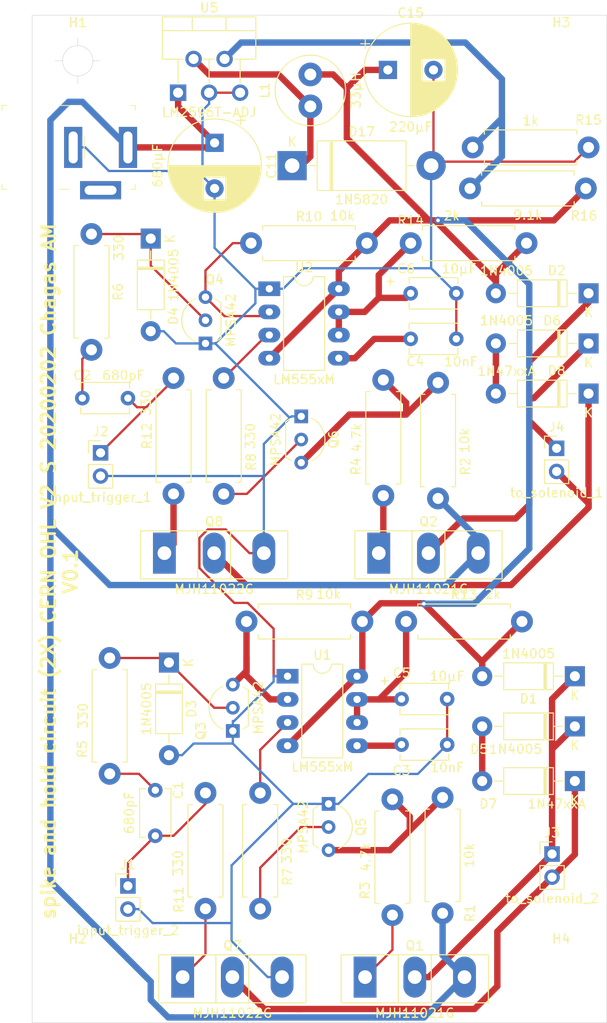
<source format=kicad_pcb>
(kicad_pcb (version 20171130) (host pcbnew "(5.1.12)-1")

  (general
    (thickness 1.6)
    (drawings 18)
    (tracks 277)
    (zones 0)
    (modules 54)
    (nets 34)
  )

  (page A4)
  (layers
    (0 F.Cu signal)
    (31 B.Cu signal)
    (32 B.Adhes user hide)
    (33 F.Adhes user hide)
    (34 B.Paste user hide)
    (35 F.Paste user hide)
    (36 B.SilkS user hide)
    (37 F.SilkS user hide)
    (38 B.Mask user hide)
    (39 F.Mask user hide)
    (40 Dwgs.User user hide)
    (41 Cmts.User user hide)
    (42 Eco1.User user hide)
    (43 Eco2.User user hide)
    (44 Edge.Cuts user)
    (45 Margin user hide)
    (46 B.CrtYd user hide)
    (47 F.CrtYd user hide)
    (48 B.Fab user hide)
    (49 F.Fab user hide)
  )

  (setup
    (last_trace_width 0.25)
    (user_trace_width 0.7)
    (trace_clearance 0.2)
    (zone_clearance 0.508)
    (zone_45_only no)
    (trace_min 0.2)
    (via_size 0.8)
    (via_drill 0.4)
    (via_min_size 0.4)
    (via_min_drill 0.3)
    (uvia_size 0.3)
    (uvia_drill 0.1)
    (uvias_allowed no)
    (uvia_min_size 0.2)
    (uvia_min_drill 0.1)
    (edge_width 0.05)
    (segment_width 0.2)
    (pcb_text_width 0.3)
    (pcb_text_size 1.5 1.5)
    (mod_edge_width 0.12)
    (mod_text_size 1 1)
    (mod_text_width 0.15)
    (pad_size 1.524 1.524)
    (pad_drill 0.762)
    (pad_to_mask_clearance 0)
    (aux_axis_origin 109 37.5)
    (grid_origin 109 37.5)
    (visible_elements 7FFFFFFF)
    (pcbplotparams
      (layerselection 0x3ffff_ffffffff)
      (usegerberextensions false)
      (usegerberattributes true)
      (usegerberadvancedattributes true)
      (creategerberjobfile true)
      (excludeedgelayer true)
      (linewidth 0.100000)
      (plotframeref false)
      (viasonmask false)
      (mode 1)
      (useauxorigin false)
      (hpglpennumber 1)
      (hpglpenspeed 20)
      (hpglpendiameter 15.000000)
      (psnegative false)
      (psa4output false)
      (plotreference true)
      (plotvalue true)
      (plotinvisibletext false)
      (padsonsilk false)
      (subtractmaskfromsilk false)
      (outputformat 1)
      (mirror false)
      (drillshape 0)
      (scaleselection 1)
      (outputdirectory "gerbers/"))
  )

  (net 0 "")
  (net 1 "Net-(C1-Pad1)")
  (net 2 input_trigger2)
  (net 3 "Net-(C2-Pad1)")
  (net 4 input_trigger1)
  (net 5 "Net-(C3-Pad2)")
  (net 6 GND)
  (net 7 "Net-(C4-Pad2)")
  (net 8 "Net-(C5-Pad1)")
  (net 9 "Net-(C6-Pad1)")
  (net 10 +24V)
  (net 11 +12V)
  (net 12 "Net-(D1-Pad1)")
  (net 13 "Net-(D2-Pad1)")
  (net 14 "Net-(D3-Pad1)")
  (net 15 "Net-(D4-Pad1)")
  (net 16 "Net-(D5-Pad2)")
  (net 17 "Net-(D6-Pad2)")
  (net 18 "Net-(D7-Pad1)")
  (net 19 "Net-(D8-Pad1)")
  (net 20 "Net-(D17-Pad1)")
  (net 21 "Net-(Q1-Pad1)")
  (net 22 "Net-(Q2-Pad1)")
  (net 23 "Net-(Q7-Pad1)")
  (net 24 "Net-(Q8-Pad1)")
  (net 25 "Net-(Q5-Pad3)")
  (net 26 "Net-(Q6-Pad3)")
  (net 27 timed_trigger2)
  (net 28 "Net-(Q5-Pad2)")
  (net 29 "Net-(Q6-Pad2)")
  (net 30 timed_trigger1)
  (net 31 "Net-(Q3-Pad3)")
  (net 32 "Net-(Q4-Pad3)")
  (net 33 "Net-(R15-Pad2)")

  (net_class Default "This is the default net class."
    (clearance 0.2)
    (trace_width 0.25)
    (via_dia 0.8)
    (via_drill 0.4)
    (uvia_dia 0.3)
    (uvia_drill 0.1)
    (add_net +12V)
    (add_net +24V)
    (add_net GND)
    (add_net "Net-(C1-Pad1)")
    (add_net "Net-(C2-Pad1)")
    (add_net "Net-(C3-Pad2)")
    (add_net "Net-(C4-Pad2)")
    (add_net "Net-(C5-Pad1)")
    (add_net "Net-(C6-Pad1)")
    (add_net "Net-(D1-Pad1)")
    (add_net "Net-(D17-Pad1)")
    (add_net "Net-(D2-Pad1)")
    (add_net "Net-(D3-Pad1)")
    (add_net "Net-(D4-Pad1)")
    (add_net "Net-(D5-Pad2)")
    (add_net "Net-(D6-Pad2)")
    (add_net "Net-(D7-Pad1)")
    (add_net "Net-(D8-Pad1)")
    (add_net "Net-(Q1-Pad1)")
    (add_net "Net-(Q2-Pad1)")
    (add_net "Net-(Q3-Pad3)")
    (add_net "Net-(Q4-Pad3)")
    (add_net "Net-(Q5-Pad2)")
    (add_net "Net-(Q5-Pad3)")
    (add_net "Net-(Q6-Pad2)")
    (add_net "Net-(Q6-Pad3)")
    (add_net "Net-(Q7-Pad1)")
    (add_net "Net-(Q8-Pad1)")
    (add_net "Net-(R15-Pad2)")
    (add_net input_trigger1)
    (add_net input_trigger2)
    (add_net timed_trigger1)
    (add_net timed_trigger2)
  )

  (module MountingHole:MountingHole_3.2mm_M3 (layer F.Cu) (tedit 56D1B4CB) (tstamp 601926EE)
    (at 162 37.5)
    (descr "Mounting Hole 3.2mm, no annular, M3")
    (tags "mounting hole 3.2mm no annular m3")
    (path /601E3B53)
    (attr virtual)
    (fp_text reference H3 (at 0 -4.2) (layer F.SilkS)
      (effects (font (size 1 1) (thickness 0.15)))
    )
    (fp_text value MountingHole (at 0 4.2) (layer F.SilkS) hide
      (effects (font (size 1 1) (thickness 0.15)))
    )
    (fp_circle (center 0 0) (end 3.2 0) (layer Cmts.User) (width 0.15))
    (fp_circle (center 0 0) (end 3.45 0) (layer F.CrtYd) (width 0.05))
    (fp_text user %R (at 0.3 0) (layer F.Fab)
      (effects (font (size 1 1) (thickness 0.15)))
    )
    (pad 1 np_thru_hole circle (at 0 0) (size 3.2 3.2) (drill 3.2) (layers *.Cu *.Mask))
  )

  (module Diode_THT:D_DO-41_SOD81_P10.16mm_Horizontal (layer F.Cu) (tedit 5AE50CD5) (tstamp 60125312)
    (at 117 57 270)
    (descr "Diode, DO-41_SOD81 series, Axial, Horizontal, pin pitch=10.16mm, , length*diameter=5.2*2.7mm^2, , http://www.diodes.com/_files/packages/DO-41%20(Plastic).pdf")
    (tags "Diode DO-41_SOD81 series Axial Horizontal pin pitch 10.16mm  length 5.2mm diameter 2.7mm")
    (path /6038635A)
    (fp_text reference D4 (at 8.5 -2.47 90) (layer F.SilkS)
      (effects (font (size 1 1) (thickness 0.15)))
    )
    (fp_text value 1N4005 (at 4 -2.5 90) (layer F.SilkS)
      (effects (font (size 1 1) (thickness 0.15)))
    )
    (fp_line (start 2.48 -1.35) (end 2.48 1.35) (layer F.Fab) (width 0.1))
    (fp_line (start 2.48 1.35) (end 7.68 1.35) (layer F.Fab) (width 0.1))
    (fp_line (start 7.68 1.35) (end 7.68 -1.35) (layer F.Fab) (width 0.1))
    (fp_line (start 7.68 -1.35) (end 2.48 -1.35) (layer F.Fab) (width 0.1))
    (fp_line (start 0 0) (end 2.48 0) (layer F.Fab) (width 0.1))
    (fp_line (start 10.16 0) (end 7.68 0) (layer F.Fab) (width 0.1))
    (fp_line (start 3.26 -1.35) (end 3.26 1.35) (layer F.Fab) (width 0.1))
    (fp_line (start 3.36 -1.35) (end 3.36 1.35) (layer F.Fab) (width 0.1))
    (fp_line (start 3.16 -1.35) (end 3.16 1.35) (layer F.Fab) (width 0.1))
    (fp_line (start 2.36 -1.47) (end 2.36 1.47) (layer F.SilkS) (width 0.12))
    (fp_line (start 2.36 1.47) (end 7.8 1.47) (layer F.SilkS) (width 0.12))
    (fp_line (start 7.8 1.47) (end 7.8 -1.47) (layer F.SilkS) (width 0.12))
    (fp_line (start 7.8 -1.47) (end 2.36 -1.47) (layer F.SilkS) (width 0.12))
    (fp_line (start 1.34 0) (end 2.36 0) (layer F.SilkS) (width 0.12))
    (fp_line (start 8.82 0) (end 7.8 0) (layer F.SilkS) (width 0.12))
    (fp_line (start 3.26 -1.47) (end 3.26 1.47) (layer F.SilkS) (width 0.12))
    (fp_line (start 3.38 -1.47) (end 3.38 1.47) (layer F.SilkS) (width 0.12))
    (fp_line (start 3.14 -1.47) (end 3.14 1.47) (layer F.SilkS) (width 0.12))
    (fp_line (start -1.35 -1.6) (end -1.35 1.6) (layer F.CrtYd) (width 0.05))
    (fp_line (start -1.35 1.6) (end 11.51 1.6) (layer F.CrtYd) (width 0.05))
    (fp_line (start 11.51 1.6) (end 11.51 -1.6) (layer F.CrtYd) (width 0.05))
    (fp_line (start 11.51 -1.6) (end -1.35 -1.6) (layer F.CrtYd) (width 0.05))
    (fp_text user %R (at 5.47 0 90) (layer F.Fab)
      (effects (font (size 1 1) (thickness 0.15)))
    )
    (fp_text user K (at 0 -2.1 90) (layer F.Fab)
      (effects (font (size 1 1) (thickness 0.15)))
    )
    (fp_text user K (at 0 -2.1 90) (layer F.SilkS)
      (effects (font (size 1 1) (thickness 0.15)))
    )
    (pad 1 thru_hole rect (at 0 0 270) (size 2.2 2.2) (drill 1.1) (layers *.Cu *.Mask)
      (net 15 "Net-(D4-Pad1)"))
    (pad 2 thru_hole oval (at 10.16 0 270) (size 2.2 2.2) (drill 1.1) (layers *.Cu *.Mask)
      (net 6 GND))
    (model ${KISYS3DMOD}/Diode_THT.3dshapes/D_DO-41_SOD81_P10.16mm_Horizontal.wrl
      (at (xyz 0 0 0))
      (scale (xyz 1 1 1))
      (rotate (xyz 0 0 0))
    )
  )

  (module Capacitor_THT:C_Disc_D5.1mm_W3.2mm_P5.00mm (layer F.Cu) (tedit 5AE50EF0) (tstamp 60124F99)
    (at 117.5 117.5 270)
    (descr "C, Disc series, Radial, pin pitch=5.00mm, , diameter*width=5.1*3.2mm^2, Capacitor, http://www.vishay.com/docs/45233/krseries.pdf")
    (tags "C Disc series Radial pin pitch 5.00mm  diameter 5.1mm width 3.2mm Capacitor")
    (path /60556061)
    (fp_text reference C1 (at 0 -2.5 90) (layer F.SilkS)
      (effects (font (size 1 1) (thickness 0.15)))
    )
    (fp_text value 680pF (at 2.5 2.85 90) (layer F.SilkS)
      (effects (font (size 1 1) (thickness 0.15)))
    )
    (fp_line (start -0.05 -1.6) (end -0.05 1.6) (layer F.Fab) (width 0.1))
    (fp_line (start -0.05 1.6) (end 5.05 1.6) (layer F.Fab) (width 0.1))
    (fp_line (start 5.05 1.6) (end 5.05 -1.6) (layer F.Fab) (width 0.1))
    (fp_line (start 5.05 -1.6) (end -0.05 -1.6) (layer F.Fab) (width 0.1))
    (fp_line (start -0.17 -1.721) (end 5.17 -1.721) (layer F.SilkS) (width 0.12))
    (fp_line (start -0.17 1.721) (end 5.17 1.721) (layer F.SilkS) (width 0.12))
    (fp_line (start -0.17 -1.721) (end -0.17 -1.055) (layer F.SilkS) (width 0.12))
    (fp_line (start -0.17 1.055) (end -0.17 1.721) (layer F.SilkS) (width 0.12))
    (fp_line (start 5.17 -1.721) (end 5.17 -1.055) (layer F.SilkS) (width 0.12))
    (fp_line (start 5.17 1.055) (end 5.17 1.721) (layer F.SilkS) (width 0.12))
    (fp_line (start -1.05 -1.85) (end -1.05 1.85) (layer F.CrtYd) (width 0.05))
    (fp_line (start -1.05 1.85) (end 6.05 1.85) (layer F.CrtYd) (width 0.05))
    (fp_line (start 6.05 1.85) (end 6.05 -1.85) (layer F.CrtYd) (width 0.05))
    (fp_line (start 6.05 -1.85) (end -1.05 -1.85) (layer F.CrtYd) (width 0.05))
    (fp_text user %R (at 2.5 0 90) (layer F.Fab)
      (effects (font (size 1 1) (thickness 0.15)))
    )
    (pad 1 thru_hole circle (at 0 0 270) (size 1.6 1.6) (drill 0.8) (layers *.Cu *.Mask)
      (net 1 "Net-(C1-Pad1)"))
    (pad 2 thru_hole circle (at 5 0 270) (size 1.6 1.6) (drill 0.8) (layers *.Cu *.Mask)
      (net 2 input_trigger2))
    (model ${KISYS3DMOD}/Capacitor_THT.3dshapes/C_Disc_D5.1mm_W3.2mm_P5.00mm.wrl
      (at (xyz 0 0 0))
      (scale (xyz 1 1 1))
      (rotate (xyz 0 0 0))
    )
  )

  (module Capacitor_THT:C_Disc_D5.1mm_W3.2mm_P5.00mm (layer F.Cu) (tedit 5AE50EF0) (tstamp 60129F43)
    (at 109.5 74.5)
    (descr "C, Disc series, Radial, pin pitch=5.00mm, , diameter*width=5.1*3.2mm^2, Capacitor, http://www.vishay.com/docs/45233/krseries.pdf")
    (tags "C Disc series Radial pin pitch 5.00mm  diameter 5.1mm width 3.2mm Capacitor")
    (path /60386333)
    (fp_text reference C2 (at 0 -2.5) (layer F.SilkS)
      (effects (font (size 1 1) (thickness 0.15)))
    )
    (fp_text value 680pF (at 4.5 -2.5) (layer F.SilkS)
      (effects (font (size 1 1) (thickness 0.15)))
    )
    (fp_line (start -0.05 -1.6) (end -0.05 1.6) (layer F.Fab) (width 0.1))
    (fp_line (start -0.05 1.6) (end 5.05 1.6) (layer F.Fab) (width 0.1))
    (fp_line (start 5.05 1.6) (end 5.05 -1.6) (layer F.Fab) (width 0.1))
    (fp_line (start 5.05 -1.6) (end -0.05 -1.6) (layer F.Fab) (width 0.1))
    (fp_line (start -0.17 -1.721) (end 5.17 -1.721) (layer F.SilkS) (width 0.12))
    (fp_line (start -0.17 1.721) (end 5.17 1.721) (layer F.SilkS) (width 0.12))
    (fp_line (start -0.17 -1.721) (end -0.17 -1.055) (layer F.SilkS) (width 0.12))
    (fp_line (start -0.17 1.055) (end -0.17 1.721) (layer F.SilkS) (width 0.12))
    (fp_line (start 5.17 -1.721) (end 5.17 -1.055) (layer F.SilkS) (width 0.12))
    (fp_line (start 5.17 1.055) (end 5.17 1.721) (layer F.SilkS) (width 0.12))
    (fp_line (start -1.05 -1.85) (end -1.05 1.85) (layer F.CrtYd) (width 0.05))
    (fp_line (start -1.05 1.85) (end 6.05 1.85) (layer F.CrtYd) (width 0.05))
    (fp_line (start 6.05 1.85) (end 6.05 -1.85) (layer F.CrtYd) (width 0.05))
    (fp_line (start 6.05 -1.85) (end -1.05 -1.85) (layer F.CrtYd) (width 0.05))
    (fp_text user %R (at 2.5 0) (layer F.Fab)
      (effects (font (size 1 1) (thickness 0.15)))
    )
    (pad 1 thru_hole circle (at 0 0) (size 1.6 1.6) (drill 0.8) (layers *.Cu *.Mask)
      (net 3 "Net-(C2-Pad1)"))
    (pad 2 thru_hole circle (at 5 0) (size 1.6 1.6) (drill 0.8) (layers *.Cu *.Mask)
      (net 4 input_trigger1))
    (model ${KISYS3DMOD}/Capacitor_THT.3dshapes/C_Disc_D5.1mm_W3.2mm_P5.00mm.wrl
      (at (xyz 0 0 0))
      (scale (xyz 1 1 1))
      (rotate (xyz 0 0 0))
    )
  )

  (module Capacitor_THT:C_Disc_D5.1mm_W3.2mm_P5.00mm (layer F.Cu) (tedit 5AE50EF0) (tstamp 60124FC3)
    (at 149.5 112.5 180)
    (descr "C, Disc series, Radial, pin pitch=5.00mm, , diameter*width=5.1*3.2mm^2, Capacitor, http://www.vishay.com/docs/45233/krseries.pdf")
    (tags "C Disc series Radial pin pitch 5.00mm  diameter 5.1mm width 3.2mm Capacitor")
    (path /60556033)
    (fp_text reference C3 (at 5 -2.85) (layer F.SilkS)
      (effects (font (size 1 1) (thickness 0.15)))
    )
    (fp_text value 10nF (at 0 -2.5) (layer F.SilkS)
      (effects (font (size 1 1) (thickness 0.15)))
    )
    (fp_line (start 6.05 -1.85) (end -1.05 -1.85) (layer F.CrtYd) (width 0.05))
    (fp_line (start 6.05 1.85) (end 6.05 -1.85) (layer F.CrtYd) (width 0.05))
    (fp_line (start -1.05 1.85) (end 6.05 1.85) (layer F.CrtYd) (width 0.05))
    (fp_line (start -1.05 -1.85) (end -1.05 1.85) (layer F.CrtYd) (width 0.05))
    (fp_line (start 5.17 1.055) (end 5.17 1.721) (layer F.SilkS) (width 0.12))
    (fp_line (start 5.17 -1.721) (end 5.17 -1.055) (layer F.SilkS) (width 0.12))
    (fp_line (start -0.17 1.055) (end -0.17 1.721) (layer F.SilkS) (width 0.12))
    (fp_line (start -0.17 -1.721) (end -0.17 -1.055) (layer F.SilkS) (width 0.12))
    (fp_line (start -0.17 1.721) (end 5.17 1.721) (layer F.SilkS) (width 0.12))
    (fp_line (start -0.17 -1.721) (end 5.17 -1.721) (layer F.SilkS) (width 0.12))
    (fp_line (start 5.05 -1.6) (end -0.05 -1.6) (layer F.Fab) (width 0.1))
    (fp_line (start 5.05 1.6) (end 5.05 -1.6) (layer F.Fab) (width 0.1))
    (fp_line (start -0.05 1.6) (end 5.05 1.6) (layer F.Fab) (width 0.1))
    (fp_line (start -0.05 -1.6) (end -0.05 1.6) (layer F.Fab) (width 0.1))
    (fp_text user %R (at 2.5 0) (layer F.Fab)
      (effects (font (size 1 1) (thickness 0.15)))
    )
    (pad 2 thru_hole circle (at 5 0 180) (size 1.6 1.6) (drill 0.8) (layers *.Cu *.Mask)
      (net 5 "Net-(C3-Pad2)"))
    (pad 1 thru_hole circle (at 0 0 180) (size 1.6 1.6) (drill 0.8) (layers *.Cu *.Mask)
      (net 6 GND))
    (model ${KISYS3DMOD}/Capacitor_THT.3dshapes/C_Disc_D5.1mm_W3.2mm_P5.00mm.wrl
      (at (xyz 0 0 0))
      (scale (xyz 1 1 1))
      (rotate (xyz 0 0 0))
    )
  )

  (module Capacitor_THT:C_Disc_D5.1mm_W3.2mm_P5.00mm (layer F.Cu) (tedit 5AE50EF0) (tstamp 60124FD8)
    (at 150.5 68 180)
    (descr "C, Disc series, Radial, pin pitch=5.00mm, , diameter*width=5.1*3.2mm^2, Capacitor, http://www.vishay.com/docs/45233/krseries.pdf")
    (tags "C Disc series Radial pin pitch 5.00mm  diameter 5.1mm width 3.2mm Capacitor")
    (path /60386305)
    (fp_text reference C4 (at 4.5 -2.5) (layer F.SilkS)
      (effects (font (size 1 1) (thickness 0.15)))
    )
    (fp_text value 10nF (at -0.5 -2.5) (layer F.SilkS)
      (effects (font (size 1 1) (thickness 0.15)))
    )
    (fp_line (start 6.05 -1.85) (end -1.05 -1.85) (layer F.CrtYd) (width 0.05))
    (fp_line (start 6.05 1.85) (end 6.05 -1.85) (layer F.CrtYd) (width 0.05))
    (fp_line (start -1.05 1.85) (end 6.05 1.85) (layer F.CrtYd) (width 0.05))
    (fp_line (start -1.05 -1.85) (end -1.05 1.85) (layer F.CrtYd) (width 0.05))
    (fp_line (start 5.17 1.055) (end 5.17 1.721) (layer F.SilkS) (width 0.12))
    (fp_line (start 5.17 -1.721) (end 5.17 -1.055) (layer F.SilkS) (width 0.12))
    (fp_line (start -0.17 1.055) (end -0.17 1.721) (layer F.SilkS) (width 0.12))
    (fp_line (start -0.17 -1.721) (end -0.17 -1.055) (layer F.SilkS) (width 0.12))
    (fp_line (start -0.17 1.721) (end 5.17 1.721) (layer F.SilkS) (width 0.12))
    (fp_line (start -0.17 -1.721) (end 5.17 -1.721) (layer F.SilkS) (width 0.12))
    (fp_line (start 5.05 -1.6) (end -0.05 -1.6) (layer F.Fab) (width 0.1))
    (fp_line (start 5.05 1.6) (end 5.05 -1.6) (layer F.Fab) (width 0.1))
    (fp_line (start -0.05 1.6) (end 5.05 1.6) (layer F.Fab) (width 0.1))
    (fp_line (start -0.05 -1.6) (end -0.05 1.6) (layer F.Fab) (width 0.1))
    (fp_text user %R (at 2.5 0) (layer F.Fab)
      (effects (font (size 1 1) (thickness 0.15)))
    )
    (pad 2 thru_hole circle (at 5 0 180) (size 1.6 1.6) (drill 0.8) (layers *.Cu *.Mask)
      (net 7 "Net-(C4-Pad2)"))
    (pad 1 thru_hole circle (at 0 0 180) (size 1.6 1.6) (drill 0.8) (layers *.Cu *.Mask)
      (net 6 GND))
    (model ${KISYS3DMOD}/Capacitor_THT.3dshapes/C_Disc_D5.1mm_W3.2mm_P5.00mm.wrl
      (at (xyz 0 0 0))
      (scale (xyz 1 1 1))
      (rotate (xyz 0 0 0))
    )
  )

  (module Capacitor_THT:C_Disc_D5.1mm_W3.2mm_P5.00mm (layer F.Cu) (tedit 5AE50EF0) (tstamp 60124FED)
    (at 144.5 107.5)
    (descr "C, Disc series, Radial, pin pitch=5.00mm, , diameter*width=5.1*3.2mm^2, Capacitor, http://www.vishay.com/docs/45233/krseries.pdf")
    (tags "C Disc series Radial pin pitch 5.00mm  diameter 5.1mm width 3.2mm Capacitor")
    (path /60556041)
    (fp_text reference C5 (at 0 -2.85) (layer F.SilkS)
      (effects (font (size 1 1) (thickness 0.15)))
    )
    (fp_text value 10µF (at 5 -2.5) (layer F.SilkS)
      (effects (font (size 1 1) (thickness 0.15)))
    )
    (fp_line (start -0.05 -1.6) (end -0.05 1.6) (layer F.Fab) (width 0.1))
    (fp_line (start -0.05 1.6) (end 5.05 1.6) (layer F.Fab) (width 0.1))
    (fp_line (start 5.05 1.6) (end 5.05 -1.6) (layer F.Fab) (width 0.1))
    (fp_line (start 5.05 -1.6) (end -0.05 -1.6) (layer F.Fab) (width 0.1))
    (fp_line (start -0.17 -1.721) (end 5.17 -1.721) (layer F.SilkS) (width 0.12))
    (fp_line (start -0.17 1.721) (end 5.17 1.721) (layer F.SilkS) (width 0.12))
    (fp_line (start -0.17 -1.721) (end -0.17 -1.055) (layer F.SilkS) (width 0.12))
    (fp_line (start -0.17 1.055) (end -0.17 1.721) (layer F.SilkS) (width 0.12))
    (fp_line (start 5.17 -1.721) (end 5.17 -1.055) (layer F.SilkS) (width 0.12))
    (fp_line (start 5.17 1.055) (end 5.17 1.721) (layer F.SilkS) (width 0.12))
    (fp_line (start -1.05 -1.85) (end -1.05 1.85) (layer F.CrtYd) (width 0.05))
    (fp_line (start -1.05 1.85) (end 6.05 1.85) (layer F.CrtYd) (width 0.05))
    (fp_line (start 6.05 1.85) (end 6.05 -1.85) (layer F.CrtYd) (width 0.05))
    (fp_line (start 6.05 -1.85) (end -1.05 -1.85) (layer F.CrtYd) (width 0.05))
    (fp_text user %R (at 2.5 0) (layer F.Fab)
      (effects (font (size 1 1) (thickness 0.15)))
    )
    (pad 1 thru_hole circle (at 0 0) (size 1.6 1.6) (drill 0.8) (layers *.Cu *.Mask)
      (net 8 "Net-(C5-Pad1)"))
    (pad 2 thru_hole circle (at 5 0) (size 1.6 1.6) (drill 0.8) (layers *.Cu *.Mask)
      (net 6 GND))
    (model ${KISYS3DMOD}/Capacitor_THT.3dshapes/C_Disc_D5.1mm_W3.2mm_P5.00mm.wrl
      (at (xyz 0 0 0))
      (scale (xyz 1 1 1))
      (rotate (xyz 0 0 0))
    )
  )

  (module Capacitor_THT:C_Disc_D5.1mm_W3.2mm_P5.00mm (layer F.Cu) (tedit 5AE50EF0) (tstamp 60125002)
    (at 145.5 63)
    (descr "C, Disc series, Radial, pin pitch=5.00mm, , diameter*width=5.1*3.2mm^2, Capacitor, http://www.vishay.com/docs/45233/krseries.pdf")
    (tags "C Disc series Radial pin pitch 5.00mm  diameter 5.1mm width 3.2mm Capacitor")
    (path /60386313)
    (fp_text reference C6 (at -0.5 -2.7) (layer F.SilkS)
      (effects (font (size 1 1) (thickness 0.15)))
    )
    (fp_text value 10µF (at 5.3 -2.7) (layer F.SilkS)
      (effects (font (size 1 1) (thickness 0.15)))
    )
    (fp_line (start 6.05 -1.85) (end -1.05 -1.85) (layer F.CrtYd) (width 0.05))
    (fp_line (start 6.05 1.85) (end 6.05 -1.85) (layer F.CrtYd) (width 0.05))
    (fp_line (start -1.05 1.85) (end 6.05 1.85) (layer F.CrtYd) (width 0.05))
    (fp_line (start -1.05 -1.85) (end -1.05 1.85) (layer F.CrtYd) (width 0.05))
    (fp_line (start 5.17 1.055) (end 5.17 1.721) (layer F.SilkS) (width 0.12))
    (fp_line (start 5.17 -1.721) (end 5.17 -1.055) (layer F.SilkS) (width 0.12))
    (fp_line (start -0.17 1.055) (end -0.17 1.721) (layer F.SilkS) (width 0.12))
    (fp_line (start -0.17 -1.721) (end -0.17 -1.055) (layer F.SilkS) (width 0.12))
    (fp_line (start -0.17 1.721) (end 5.17 1.721) (layer F.SilkS) (width 0.12))
    (fp_line (start -0.17 -1.721) (end 5.17 -1.721) (layer F.SilkS) (width 0.12))
    (fp_line (start 5.05 -1.6) (end -0.05 -1.6) (layer F.Fab) (width 0.1))
    (fp_line (start 5.05 1.6) (end 5.05 -1.6) (layer F.Fab) (width 0.1))
    (fp_line (start -0.05 1.6) (end 5.05 1.6) (layer F.Fab) (width 0.1))
    (fp_line (start -0.05 -1.6) (end -0.05 1.6) (layer F.Fab) (width 0.1))
    (fp_text user %R (at 2.5 0) (layer F.Fab)
      (effects (font (size 1 1) (thickness 0.15)))
    )
    (pad 2 thru_hole circle (at 5 0) (size 1.6 1.6) (drill 0.8) (layers *.Cu *.Mask)
      (net 6 GND))
    (pad 1 thru_hole circle (at 0 0) (size 1.6 1.6) (drill 0.8) (layers *.Cu *.Mask)
      (net 9 "Net-(C6-Pad1)"))
    (model ${KISYS3DMOD}/Capacitor_THT.3dshapes/C_Disc_D5.1mm_W3.2mm_P5.00mm.wrl
      (at (xyz 0 0 0))
      (scale (xyz 1 1 1))
      (rotate (xyz 0 0 0))
    )
  )

  (module Capacitor_THT:CP_Radial_D10.0mm_P5.00mm (layer F.Cu) (tedit 5AE50EF1) (tstamp 60125122)
    (at 124 46.5 270)
    (descr "CP, Radial series, Radial, pin pitch=5.00mm, , diameter=10mm, Electrolytic Capacitor")
    (tags "CP Radial series Radial pin pitch 5.00mm  diameter 10mm Electrolytic Capacitor")
    (path /60170C6A)
    (fp_text reference C11 (at 2.5 -6.25 90) (layer F.SilkS)
      (effects (font (size 1 1) (thickness 0.15)))
    )
    (fp_text value 680µF (at 2.5 6.25 90) (layer F.SilkS)
      (effects (font (size 1 1) (thickness 0.15)))
    )
    (fp_line (start -2.479646 -3.375) (end -2.479646 -2.375) (layer F.SilkS) (width 0.12))
    (fp_line (start -2.979646 -2.875) (end -1.979646 -2.875) (layer F.SilkS) (width 0.12))
    (fp_line (start 7.581 -0.599) (end 7.581 0.599) (layer F.SilkS) (width 0.12))
    (fp_line (start 7.541 -0.862) (end 7.541 0.862) (layer F.SilkS) (width 0.12))
    (fp_line (start 7.501 -1.062) (end 7.501 1.062) (layer F.SilkS) (width 0.12))
    (fp_line (start 7.461 -1.23) (end 7.461 1.23) (layer F.SilkS) (width 0.12))
    (fp_line (start 7.421 -1.378) (end 7.421 1.378) (layer F.SilkS) (width 0.12))
    (fp_line (start 7.381 -1.51) (end 7.381 1.51) (layer F.SilkS) (width 0.12))
    (fp_line (start 7.341 -1.63) (end 7.341 1.63) (layer F.SilkS) (width 0.12))
    (fp_line (start 7.301 -1.742) (end 7.301 1.742) (layer F.SilkS) (width 0.12))
    (fp_line (start 7.261 -1.846) (end 7.261 1.846) (layer F.SilkS) (width 0.12))
    (fp_line (start 7.221 -1.944) (end 7.221 1.944) (layer F.SilkS) (width 0.12))
    (fp_line (start 7.181 -2.037) (end 7.181 2.037) (layer F.SilkS) (width 0.12))
    (fp_line (start 7.141 -2.125) (end 7.141 2.125) (layer F.SilkS) (width 0.12))
    (fp_line (start 7.101 -2.209) (end 7.101 2.209) (layer F.SilkS) (width 0.12))
    (fp_line (start 7.061 -2.289) (end 7.061 2.289) (layer F.SilkS) (width 0.12))
    (fp_line (start 7.021 -2.365) (end 7.021 2.365) (layer F.SilkS) (width 0.12))
    (fp_line (start 6.981 -2.439) (end 6.981 2.439) (layer F.SilkS) (width 0.12))
    (fp_line (start 6.941 -2.51) (end 6.941 2.51) (layer F.SilkS) (width 0.12))
    (fp_line (start 6.901 -2.579) (end 6.901 2.579) (layer F.SilkS) (width 0.12))
    (fp_line (start 6.861 -2.645) (end 6.861 2.645) (layer F.SilkS) (width 0.12))
    (fp_line (start 6.821 -2.709) (end 6.821 2.709) (layer F.SilkS) (width 0.12))
    (fp_line (start 6.781 -2.77) (end 6.781 2.77) (layer F.SilkS) (width 0.12))
    (fp_line (start 6.741 -2.83) (end 6.741 2.83) (layer F.SilkS) (width 0.12))
    (fp_line (start 6.701 -2.889) (end 6.701 2.889) (layer F.SilkS) (width 0.12))
    (fp_line (start 6.661 -2.945) (end 6.661 2.945) (layer F.SilkS) (width 0.12))
    (fp_line (start 6.621 -3) (end 6.621 3) (layer F.SilkS) (width 0.12))
    (fp_line (start 6.581 -3.054) (end 6.581 3.054) (layer F.SilkS) (width 0.12))
    (fp_line (start 6.541 -3.106) (end 6.541 3.106) (layer F.SilkS) (width 0.12))
    (fp_line (start 6.501 -3.156) (end 6.501 3.156) (layer F.SilkS) (width 0.12))
    (fp_line (start 6.461 -3.206) (end 6.461 3.206) (layer F.SilkS) (width 0.12))
    (fp_line (start 6.421 -3.254) (end 6.421 3.254) (layer F.SilkS) (width 0.12))
    (fp_line (start 6.381 -3.301) (end 6.381 3.301) (layer F.SilkS) (width 0.12))
    (fp_line (start 6.341 -3.347) (end 6.341 3.347) (layer F.SilkS) (width 0.12))
    (fp_line (start 6.301 -3.392) (end 6.301 3.392) (layer F.SilkS) (width 0.12))
    (fp_line (start 6.261 -3.436) (end 6.261 3.436) (layer F.SilkS) (width 0.12))
    (fp_line (start 6.221 1.241) (end 6.221 3.478) (layer F.SilkS) (width 0.12))
    (fp_line (start 6.221 -3.478) (end 6.221 -1.241) (layer F.SilkS) (width 0.12))
    (fp_line (start 6.181 1.241) (end 6.181 3.52) (layer F.SilkS) (width 0.12))
    (fp_line (start 6.181 -3.52) (end 6.181 -1.241) (layer F.SilkS) (width 0.12))
    (fp_line (start 6.141 1.241) (end 6.141 3.561) (layer F.SilkS) (width 0.12))
    (fp_line (start 6.141 -3.561) (end 6.141 -1.241) (layer F.SilkS) (width 0.12))
    (fp_line (start 6.101 1.241) (end 6.101 3.601) (layer F.SilkS) (width 0.12))
    (fp_line (start 6.101 -3.601) (end 6.101 -1.241) (layer F.SilkS) (width 0.12))
    (fp_line (start 6.061 1.241) (end 6.061 3.64) (layer F.SilkS) (width 0.12))
    (fp_line (start 6.061 -3.64) (end 6.061 -1.241) (layer F.SilkS) (width 0.12))
    (fp_line (start 6.021 1.241) (end 6.021 3.679) (layer F.SilkS) (width 0.12))
    (fp_line (start 6.021 -3.679) (end 6.021 -1.241) (layer F.SilkS) (width 0.12))
    (fp_line (start 5.981 1.241) (end 5.981 3.716) (layer F.SilkS) (width 0.12))
    (fp_line (start 5.981 -3.716) (end 5.981 -1.241) (layer F.SilkS) (width 0.12))
    (fp_line (start 5.941 1.241) (end 5.941 3.753) (layer F.SilkS) (width 0.12))
    (fp_line (start 5.941 -3.753) (end 5.941 -1.241) (layer F.SilkS) (width 0.12))
    (fp_line (start 5.901 1.241) (end 5.901 3.789) (layer F.SilkS) (width 0.12))
    (fp_line (start 5.901 -3.789) (end 5.901 -1.241) (layer F.SilkS) (width 0.12))
    (fp_line (start 5.861 1.241) (end 5.861 3.824) (layer F.SilkS) (width 0.12))
    (fp_line (start 5.861 -3.824) (end 5.861 -1.241) (layer F.SilkS) (width 0.12))
    (fp_line (start 5.821 1.241) (end 5.821 3.858) (layer F.SilkS) (width 0.12))
    (fp_line (start 5.821 -3.858) (end 5.821 -1.241) (layer F.SilkS) (width 0.12))
    (fp_line (start 5.781 1.241) (end 5.781 3.892) (layer F.SilkS) (width 0.12))
    (fp_line (start 5.781 -3.892) (end 5.781 -1.241) (layer F.SilkS) (width 0.12))
    (fp_line (start 5.741 1.241) (end 5.741 3.925) (layer F.SilkS) (width 0.12))
    (fp_line (start 5.741 -3.925) (end 5.741 -1.241) (layer F.SilkS) (width 0.12))
    (fp_line (start 5.701 1.241) (end 5.701 3.957) (layer F.SilkS) (width 0.12))
    (fp_line (start 5.701 -3.957) (end 5.701 -1.241) (layer F.SilkS) (width 0.12))
    (fp_line (start 5.661 1.241) (end 5.661 3.989) (layer F.SilkS) (width 0.12))
    (fp_line (start 5.661 -3.989) (end 5.661 -1.241) (layer F.SilkS) (width 0.12))
    (fp_line (start 5.621 1.241) (end 5.621 4.02) (layer F.SilkS) (width 0.12))
    (fp_line (start 5.621 -4.02) (end 5.621 -1.241) (layer F.SilkS) (width 0.12))
    (fp_line (start 5.581 1.241) (end 5.581 4.05) (layer F.SilkS) (width 0.12))
    (fp_line (start 5.581 -4.05) (end 5.581 -1.241) (layer F.SilkS) (width 0.12))
    (fp_line (start 5.541 1.241) (end 5.541 4.08) (layer F.SilkS) (width 0.12))
    (fp_line (start 5.541 -4.08) (end 5.541 -1.241) (layer F.SilkS) (width 0.12))
    (fp_line (start 5.501 1.241) (end 5.501 4.11) (layer F.SilkS) (width 0.12))
    (fp_line (start 5.501 -4.11) (end 5.501 -1.241) (layer F.SilkS) (width 0.12))
    (fp_line (start 5.461 1.241) (end 5.461 4.138) (layer F.SilkS) (width 0.12))
    (fp_line (start 5.461 -4.138) (end 5.461 -1.241) (layer F.SilkS) (width 0.12))
    (fp_line (start 5.421 1.241) (end 5.421 4.166) (layer F.SilkS) (width 0.12))
    (fp_line (start 5.421 -4.166) (end 5.421 -1.241) (layer F.SilkS) (width 0.12))
    (fp_line (start 5.381 1.241) (end 5.381 4.194) (layer F.SilkS) (width 0.12))
    (fp_line (start 5.381 -4.194) (end 5.381 -1.241) (layer F.SilkS) (width 0.12))
    (fp_line (start 5.341 1.241) (end 5.341 4.221) (layer F.SilkS) (width 0.12))
    (fp_line (start 5.341 -4.221) (end 5.341 -1.241) (layer F.SilkS) (width 0.12))
    (fp_line (start 5.301 1.241) (end 5.301 4.247) (layer F.SilkS) (width 0.12))
    (fp_line (start 5.301 -4.247) (end 5.301 -1.241) (layer F.SilkS) (width 0.12))
    (fp_line (start 5.261 1.241) (end 5.261 4.273) (layer F.SilkS) (width 0.12))
    (fp_line (start 5.261 -4.273) (end 5.261 -1.241) (layer F.SilkS) (width 0.12))
    (fp_line (start 5.221 1.241) (end 5.221 4.298) (layer F.SilkS) (width 0.12))
    (fp_line (start 5.221 -4.298) (end 5.221 -1.241) (layer F.SilkS) (width 0.12))
    (fp_line (start 5.181 1.241) (end 5.181 4.323) (layer F.SilkS) (width 0.12))
    (fp_line (start 5.181 -4.323) (end 5.181 -1.241) (layer F.SilkS) (width 0.12))
    (fp_line (start 5.141 1.241) (end 5.141 4.347) (layer F.SilkS) (width 0.12))
    (fp_line (start 5.141 -4.347) (end 5.141 -1.241) (layer F.SilkS) (width 0.12))
    (fp_line (start 5.101 1.241) (end 5.101 4.371) (layer F.SilkS) (width 0.12))
    (fp_line (start 5.101 -4.371) (end 5.101 -1.241) (layer F.SilkS) (width 0.12))
    (fp_line (start 5.061 1.241) (end 5.061 4.395) (layer F.SilkS) (width 0.12))
    (fp_line (start 5.061 -4.395) (end 5.061 -1.241) (layer F.SilkS) (width 0.12))
    (fp_line (start 5.021 1.241) (end 5.021 4.417) (layer F.SilkS) (width 0.12))
    (fp_line (start 5.021 -4.417) (end 5.021 -1.241) (layer F.SilkS) (width 0.12))
    (fp_line (start 4.981 1.241) (end 4.981 4.44) (layer F.SilkS) (width 0.12))
    (fp_line (start 4.981 -4.44) (end 4.981 -1.241) (layer F.SilkS) (width 0.12))
    (fp_line (start 4.941 1.241) (end 4.941 4.462) (layer F.SilkS) (width 0.12))
    (fp_line (start 4.941 -4.462) (end 4.941 -1.241) (layer F.SilkS) (width 0.12))
    (fp_line (start 4.901 1.241) (end 4.901 4.483) (layer F.SilkS) (width 0.12))
    (fp_line (start 4.901 -4.483) (end 4.901 -1.241) (layer F.SilkS) (width 0.12))
    (fp_line (start 4.861 1.241) (end 4.861 4.504) (layer F.SilkS) (width 0.12))
    (fp_line (start 4.861 -4.504) (end 4.861 -1.241) (layer F.SilkS) (width 0.12))
    (fp_line (start 4.821 1.241) (end 4.821 4.525) (layer F.SilkS) (width 0.12))
    (fp_line (start 4.821 -4.525) (end 4.821 -1.241) (layer F.SilkS) (width 0.12))
    (fp_line (start 4.781 1.241) (end 4.781 4.545) (layer F.SilkS) (width 0.12))
    (fp_line (start 4.781 -4.545) (end 4.781 -1.241) (layer F.SilkS) (width 0.12))
    (fp_line (start 4.741 1.241) (end 4.741 4.564) (layer F.SilkS) (width 0.12))
    (fp_line (start 4.741 -4.564) (end 4.741 -1.241) (layer F.SilkS) (width 0.12))
    (fp_line (start 4.701 1.241) (end 4.701 4.584) (layer F.SilkS) (width 0.12))
    (fp_line (start 4.701 -4.584) (end 4.701 -1.241) (layer F.SilkS) (width 0.12))
    (fp_line (start 4.661 1.241) (end 4.661 4.603) (layer F.SilkS) (width 0.12))
    (fp_line (start 4.661 -4.603) (end 4.661 -1.241) (layer F.SilkS) (width 0.12))
    (fp_line (start 4.621 1.241) (end 4.621 4.621) (layer F.SilkS) (width 0.12))
    (fp_line (start 4.621 -4.621) (end 4.621 -1.241) (layer F.SilkS) (width 0.12))
    (fp_line (start 4.581 1.241) (end 4.581 4.639) (layer F.SilkS) (width 0.12))
    (fp_line (start 4.581 -4.639) (end 4.581 -1.241) (layer F.SilkS) (width 0.12))
    (fp_line (start 4.541 1.241) (end 4.541 4.657) (layer F.SilkS) (width 0.12))
    (fp_line (start 4.541 -4.657) (end 4.541 -1.241) (layer F.SilkS) (width 0.12))
    (fp_line (start 4.501 1.241) (end 4.501 4.674) (layer F.SilkS) (width 0.12))
    (fp_line (start 4.501 -4.674) (end 4.501 -1.241) (layer F.SilkS) (width 0.12))
    (fp_line (start 4.461 1.241) (end 4.461 4.69) (layer F.SilkS) (width 0.12))
    (fp_line (start 4.461 -4.69) (end 4.461 -1.241) (layer F.SilkS) (width 0.12))
    (fp_line (start 4.421 1.241) (end 4.421 4.707) (layer F.SilkS) (width 0.12))
    (fp_line (start 4.421 -4.707) (end 4.421 -1.241) (layer F.SilkS) (width 0.12))
    (fp_line (start 4.381 1.241) (end 4.381 4.723) (layer F.SilkS) (width 0.12))
    (fp_line (start 4.381 -4.723) (end 4.381 -1.241) (layer F.SilkS) (width 0.12))
    (fp_line (start 4.341 1.241) (end 4.341 4.738) (layer F.SilkS) (width 0.12))
    (fp_line (start 4.341 -4.738) (end 4.341 -1.241) (layer F.SilkS) (width 0.12))
    (fp_line (start 4.301 1.241) (end 4.301 4.754) (layer F.SilkS) (width 0.12))
    (fp_line (start 4.301 -4.754) (end 4.301 -1.241) (layer F.SilkS) (width 0.12))
    (fp_line (start 4.261 1.241) (end 4.261 4.768) (layer F.SilkS) (width 0.12))
    (fp_line (start 4.261 -4.768) (end 4.261 -1.241) (layer F.SilkS) (width 0.12))
    (fp_line (start 4.221 1.241) (end 4.221 4.783) (layer F.SilkS) (width 0.12))
    (fp_line (start 4.221 -4.783) (end 4.221 -1.241) (layer F.SilkS) (width 0.12))
    (fp_line (start 4.181 1.241) (end 4.181 4.797) (layer F.SilkS) (width 0.12))
    (fp_line (start 4.181 -4.797) (end 4.181 -1.241) (layer F.SilkS) (width 0.12))
    (fp_line (start 4.141 1.241) (end 4.141 4.811) (layer F.SilkS) (width 0.12))
    (fp_line (start 4.141 -4.811) (end 4.141 -1.241) (layer F.SilkS) (width 0.12))
    (fp_line (start 4.101 1.241) (end 4.101 4.824) (layer F.SilkS) (width 0.12))
    (fp_line (start 4.101 -4.824) (end 4.101 -1.241) (layer F.SilkS) (width 0.12))
    (fp_line (start 4.061 1.241) (end 4.061 4.837) (layer F.SilkS) (width 0.12))
    (fp_line (start 4.061 -4.837) (end 4.061 -1.241) (layer F.SilkS) (width 0.12))
    (fp_line (start 4.021 1.241) (end 4.021 4.85) (layer F.SilkS) (width 0.12))
    (fp_line (start 4.021 -4.85) (end 4.021 -1.241) (layer F.SilkS) (width 0.12))
    (fp_line (start 3.981 1.241) (end 3.981 4.862) (layer F.SilkS) (width 0.12))
    (fp_line (start 3.981 -4.862) (end 3.981 -1.241) (layer F.SilkS) (width 0.12))
    (fp_line (start 3.941 1.241) (end 3.941 4.874) (layer F.SilkS) (width 0.12))
    (fp_line (start 3.941 -4.874) (end 3.941 -1.241) (layer F.SilkS) (width 0.12))
    (fp_line (start 3.901 1.241) (end 3.901 4.885) (layer F.SilkS) (width 0.12))
    (fp_line (start 3.901 -4.885) (end 3.901 -1.241) (layer F.SilkS) (width 0.12))
    (fp_line (start 3.861 1.241) (end 3.861 4.897) (layer F.SilkS) (width 0.12))
    (fp_line (start 3.861 -4.897) (end 3.861 -1.241) (layer F.SilkS) (width 0.12))
    (fp_line (start 3.821 1.241) (end 3.821 4.907) (layer F.SilkS) (width 0.12))
    (fp_line (start 3.821 -4.907) (end 3.821 -1.241) (layer F.SilkS) (width 0.12))
    (fp_line (start 3.781 1.241) (end 3.781 4.918) (layer F.SilkS) (width 0.12))
    (fp_line (start 3.781 -4.918) (end 3.781 -1.241) (layer F.SilkS) (width 0.12))
    (fp_line (start 3.741 -4.928) (end 3.741 4.928) (layer F.SilkS) (width 0.12))
    (fp_line (start 3.701 -4.938) (end 3.701 4.938) (layer F.SilkS) (width 0.12))
    (fp_line (start 3.661 -4.947) (end 3.661 4.947) (layer F.SilkS) (width 0.12))
    (fp_line (start 3.621 -4.956) (end 3.621 4.956) (layer F.SilkS) (width 0.12))
    (fp_line (start 3.581 -4.965) (end 3.581 4.965) (layer F.SilkS) (width 0.12))
    (fp_line (start 3.541 -4.974) (end 3.541 4.974) (layer F.SilkS) (width 0.12))
    (fp_line (start 3.501 -4.982) (end 3.501 4.982) (layer F.SilkS) (width 0.12))
    (fp_line (start 3.461 -4.99) (end 3.461 4.99) (layer F.SilkS) (width 0.12))
    (fp_line (start 3.421 -4.997) (end 3.421 4.997) (layer F.SilkS) (width 0.12))
    (fp_line (start 3.381 -5.004) (end 3.381 5.004) (layer F.SilkS) (width 0.12))
    (fp_line (start 3.341 -5.011) (end 3.341 5.011) (layer F.SilkS) (width 0.12))
    (fp_line (start 3.301 -5.018) (end 3.301 5.018) (layer F.SilkS) (width 0.12))
    (fp_line (start 3.261 -5.024) (end 3.261 5.024) (layer F.SilkS) (width 0.12))
    (fp_line (start 3.221 -5.03) (end 3.221 5.03) (layer F.SilkS) (width 0.12))
    (fp_line (start 3.18 -5.035) (end 3.18 5.035) (layer F.SilkS) (width 0.12))
    (fp_line (start 3.14 -5.04) (end 3.14 5.04) (layer F.SilkS) (width 0.12))
    (fp_line (start 3.1 -5.045) (end 3.1 5.045) (layer F.SilkS) (width 0.12))
    (fp_line (start 3.06 -5.05) (end 3.06 5.05) (layer F.SilkS) (width 0.12))
    (fp_line (start 3.02 -5.054) (end 3.02 5.054) (layer F.SilkS) (width 0.12))
    (fp_line (start 2.98 -5.058) (end 2.98 5.058) (layer F.SilkS) (width 0.12))
    (fp_line (start 2.94 -5.062) (end 2.94 5.062) (layer F.SilkS) (width 0.12))
    (fp_line (start 2.9 -5.065) (end 2.9 5.065) (layer F.SilkS) (width 0.12))
    (fp_line (start 2.86 -5.068) (end 2.86 5.068) (layer F.SilkS) (width 0.12))
    (fp_line (start 2.82 -5.07) (end 2.82 5.07) (layer F.SilkS) (width 0.12))
    (fp_line (start 2.78 -5.073) (end 2.78 5.073) (layer F.SilkS) (width 0.12))
    (fp_line (start 2.74 -5.075) (end 2.74 5.075) (layer F.SilkS) (width 0.12))
    (fp_line (start 2.7 -5.077) (end 2.7 5.077) (layer F.SilkS) (width 0.12))
    (fp_line (start 2.66 -5.078) (end 2.66 5.078) (layer F.SilkS) (width 0.12))
    (fp_line (start 2.62 -5.079) (end 2.62 5.079) (layer F.SilkS) (width 0.12))
    (fp_line (start 2.58 -5.08) (end 2.58 5.08) (layer F.SilkS) (width 0.12))
    (fp_line (start 2.54 -5.08) (end 2.54 5.08) (layer F.SilkS) (width 0.12))
    (fp_line (start 2.5 -5.08) (end 2.5 5.08) (layer F.SilkS) (width 0.12))
    (fp_line (start -1.288861 -2.6875) (end -1.288861 -1.6875) (layer F.Fab) (width 0.1))
    (fp_line (start -1.788861 -2.1875) (end -0.788861 -2.1875) (layer F.Fab) (width 0.1))
    (fp_circle (center 2.5 0) (end 7.75 0) (layer F.CrtYd) (width 0.05))
    (fp_circle (center 2.5 0) (end 7.62 0) (layer F.SilkS) (width 0.12))
    (fp_circle (center 2.5 0) (end 7.5 0) (layer F.Fab) (width 0.1))
    (fp_text user %R (at 2.5 0 90) (layer F.Fab)
      (effects (font (size 1 1) (thickness 0.15)))
    )
    (pad 2 thru_hole circle (at 5 0 270) (size 2 2) (drill 1) (layers *.Cu *.Mask)
      (net 6 GND))
    (pad 1 thru_hole rect (at 0 0 270) (size 2 2) (drill 1) (layers *.Cu *.Mask)
      (net 10 +24V))
    (model ${KISYS3DMOD}/Capacitor_THT.3dshapes/CP_Radial_D10.0mm_P5.00mm.wrl
      (at (xyz 0 0 0))
      (scale (xyz 1 1 1))
      (rotate (xyz 0 0 0))
    )
  )

  (module Capacitor_THT:CP_Radial_D10.0mm_P5.00mm (layer F.Cu) (tedit 5AE50EF1) (tstamp 6012522D)
    (at 143 38.5)
    (descr "CP, Radial series, Radial, pin pitch=5.00mm, , diameter=10mm, Electrolytic Capacitor")
    (tags "CP Radial series Radial pin pitch 5.00mm  diameter 10mm Electrolytic Capacitor")
    (path /6017D364)
    (fp_text reference C15 (at 2.5 -6.25) (layer F.SilkS)
      (effects (font (size 1 1) (thickness 0.15)))
    )
    (fp_text value 220µF (at 2.5 6.25) (layer F.SilkS)
      (effects (font (size 1 1) (thickness 0.15)))
    )
    (fp_circle (center 2.5 0) (end 7.5 0) (layer F.Fab) (width 0.1))
    (fp_circle (center 2.5 0) (end 7.62 0) (layer F.SilkS) (width 0.12))
    (fp_circle (center 2.5 0) (end 7.75 0) (layer F.CrtYd) (width 0.05))
    (fp_line (start -1.788861 -2.1875) (end -0.788861 -2.1875) (layer F.Fab) (width 0.1))
    (fp_line (start -1.288861 -2.6875) (end -1.288861 -1.6875) (layer F.Fab) (width 0.1))
    (fp_line (start 2.5 -5.08) (end 2.5 5.08) (layer F.SilkS) (width 0.12))
    (fp_line (start 2.54 -5.08) (end 2.54 5.08) (layer F.SilkS) (width 0.12))
    (fp_line (start 2.58 -5.08) (end 2.58 5.08) (layer F.SilkS) (width 0.12))
    (fp_line (start 2.62 -5.079) (end 2.62 5.079) (layer F.SilkS) (width 0.12))
    (fp_line (start 2.66 -5.078) (end 2.66 5.078) (layer F.SilkS) (width 0.12))
    (fp_line (start 2.7 -5.077) (end 2.7 5.077) (layer F.SilkS) (width 0.12))
    (fp_line (start 2.74 -5.075) (end 2.74 5.075) (layer F.SilkS) (width 0.12))
    (fp_line (start 2.78 -5.073) (end 2.78 5.073) (layer F.SilkS) (width 0.12))
    (fp_line (start 2.82 -5.07) (end 2.82 5.07) (layer F.SilkS) (width 0.12))
    (fp_line (start 2.86 -5.068) (end 2.86 5.068) (layer F.SilkS) (width 0.12))
    (fp_line (start 2.9 -5.065) (end 2.9 5.065) (layer F.SilkS) (width 0.12))
    (fp_line (start 2.94 -5.062) (end 2.94 5.062) (layer F.SilkS) (width 0.12))
    (fp_line (start 2.98 -5.058) (end 2.98 5.058) (layer F.SilkS) (width 0.12))
    (fp_line (start 3.02 -5.054) (end 3.02 5.054) (layer F.SilkS) (width 0.12))
    (fp_line (start 3.06 -5.05) (end 3.06 5.05) (layer F.SilkS) (width 0.12))
    (fp_line (start 3.1 -5.045) (end 3.1 5.045) (layer F.SilkS) (width 0.12))
    (fp_line (start 3.14 -5.04) (end 3.14 5.04) (layer F.SilkS) (width 0.12))
    (fp_line (start 3.18 -5.035) (end 3.18 5.035) (layer F.SilkS) (width 0.12))
    (fp_line (start 3.221 -5.03) (end 3.221 5.03) (layer F.SilkS) (width 0.12))
    (fp_line (start 3.261 -5.024) (end 3.261 5.024) (layer F.SilkS) (width 0.12))
    (fp_line (start 3.301 -5.018) (end 3.301 5.018) (layer F.SilkS) (width 0.12))
    (fp_line (start 3.341 -5.011) (end 3.341 5.011) (layer F.SilkS) (width 0.12))
    (fp_line (start 3.381 -5.004) (end 3.381 5.004) (layer F.SilkS) (width 0.12))
    (fp_line (start 3.421 -4.997) (end 3.421 4.997) (layer F.SilkS) (width 0.12))
    (fp_line (start 3.461 -4.99) (end 3.461 4.99) (layer F.SilkS) (width 0.12))
    (fp_line (start 3.501 -4.982) (end 3.501 4.982) (layer F.SilkS) (width 0.12))
    (fp_line (start 3.541 -4.974) (end 3.541 4.974) (layer F.SilkS) (width 0.12))
    (fp_line (start 3.581 -4.965) (end 3.581 4.965) (layer F.SilkS) (width 0.12))
    (fp_line (start 3.621 -4.956) (end 3.621 4.956) (layer F.SilkS) (width 0.12))
    (fp_line (start 3.661 -4.947) (end 3.661 4.947) (layer F.SilkS) (width 0.12))
    (fp_line (start 3.701 -4.938) (end 3.701 4.938) (layer F.SilkS) (width 0.12))
    (fp_line (start 3.741 -4.928) (end 3.741 4.928) (layer F.SilkS) (width 0.12))
    (fp_line (start 3.781 -4.918) (end 3.781 -1.241) (layer F.SilkS) (width 0.12))
    (fp_line (start 3.781 1.241) (end 3.781 4.918) (layer F.SilkS) (width 0.12))
    (fp_line (start 3.821 -4.907) (end 3.821 -1.241) (layer F.SilkS) (width 0.12))
    (fp_line (start 3.821 1.241) (end 3.821 4.907) (layer F.SilkS) (width 0.12))
    (fp_line (start 3.861 -4.897) (end 3.861 -1.241) (layer F.SilkS) (width 0.12))
    (fp_line (start 3.861 1.241) (end 3.861 4.897) (layer F.SilkS) (width 0.12))
    (fp_line (start 3.901 -4.885) (end 3.901 -1.241) (layer F.SilkS) (width 0.12))
    (fp_line (start 3.901 1.241) (end 3.901 4.885) (layer F.SilkS) (width 0.12))
    (fp_line (start 3.941 -4.874) (end 3.941 -1.241) (layer F.SilkS) (width 0.12))
    (fp_line (start 3.941 1.241) (end 3.941 4.874) (layer F.SilkS) (width 0.12))
    (fp_line (start 3.981 -4.862) (end 3.981 -1.241) (layer F.SilkS) (width 0.12))
    (fp_line (start 3.981 1.241) (end 3.981 4.862) (layer F.SilkS) (width 0.12))
    (fp_line (start 4.021 -4.85) (end 4.021 -1.241) (layer F.SilkS) (width 0.12))
    (fp_line (start 4.021 1.241) (end 4.021 4.85) (layer F.SilkS) (width 0.12))
    (fp_line (start 4.061 -4.837) (end 4.061 -1.241) (layer F.SilkS) (width 0.12))
    (fp_line (start 4.061 1.241) (end 4.061 4.837) (layer F.SilkS) (width 0.12))
    (fp_line (start 4.101 -4.824) (end 4.101 -1.241) (layer F.SilkS) (width 0.12))
    (fp_line (start 4.101 1.241) (end 4.101 4.824) (layer F.SilkS) (width 0.12))
    (fp_line (start 4.141 -4.811) (end 4.141 -1.241) (layer F.SilkS) (width 0.12))
    (fp_line (start 4.141 1.241) (end 4.141 4.811) (layer F.SilkS) (width 0.12))
    (fp_line (start 4.181 -4.797) (end 4.181 -1.241) (layer F.SilkS) (width 0.12))
    (fp_line (start 4.181 1.241) (end 4.181 4.797) (layer F.SilkS) (width 0.12))
    (fp_line (start 4.221 -4.783) (end 4.221 -1.241) (layer F.SilkS) (width 0.12))
    (fp_line (start 4.221 1.241) (end 4.221 4.783) (layer F.SilkS) (width 0.12))
    (fp_line (start 4.261 -4.768) (end 4.261 -1.241) (layer F.SilkS) (width 0.12))
    (fp_line (start 4.261 1.241) (end 4.261 4.768) (layer F.SilkS) (width 0.12))
    (fp_line (start 4.301 -4.754) (end 4.301 -1.241) (layer F.SilkS) (width 0.12))
    (fp_line (start 4.301 1.241) (end 4.301 4.754) (layer F.SilkS) (width 0.12))
    (fp_line (start 4.341 -4.738) (end 4.341 -1.241) (layer F.SilkS) (width 0.12))
    (fp_line (start 4.341 1.241) (end 4.341 4.738) (layer F.SilkS) (width 0.12))
    (fp_line (start 4.381 -4.723) (end 4.381 -1.241) (layer F.SilkS) (width 0.12))
    (fp_line (start 4.381 1.241) (end 4.381 4.723) (layer F.SilkS) (width 0.12))
    (fp_line (start 4.421 -4.707) (end 4.421 -1.241) (layer F.SilkS) (width 0.12))
    (fp_line (start 4.421 1.241) (end 4.421 4.707) (layer F.SilkS) (width 0.12))
    (fp_line (start 4.461 -4.69) (end 4.461 -1.241) (layer F.SilkS) (width 0.12))
    (fp_line (start 4.461 1.241) (end 4.461 4.69) (layer F.SilkS) (width 0.12))
    (fp_line (start 4.501 -4.674) (end 4.501 -1.241) (layer F.SilkS) (width 0.12))
    (fp_line (start 4.501 1.241) (end 4.501 4.674) (layer F.SilkS) (width 0.12))
    (fp_line (start 4.541 -4.657) (end 4.541 -1.241) (layer F.SilkS) (width 0.12))
    (fp_line (start 4.541 1.241) (end 4.541 4.657) (layer F.SilkS) (width 0.12))
    (fp_line (start 4.581 -4.639) (end 4.581 -1.241) (layer F.SilkS) (width 0.12))
    (fp_line (start 4.581 1.241) (end 4.581 4.639) (layer F.SilkS) (width 0.12))
    (fp_line (start 4.621 -4.621) (end 4.621 -1.241) (layer F.SilkS) (width 0.12))
    (fp_line (start 4.621 1.241) (end 4.621 4.621) (layer F.SilkS) (width 0.12))
    (fp_line (start 4.661 -4.603) (end 4.661 -1.241) (layer F.SilkS) (width 0.12))
    (fp_line (start 4.661 1.241) (end 4.661 4.603) (layer F.SilkS) (width 0.12))
    (fp_line (start 4.701 -4.584) (end 4.701 -1.241) (layer F.SilkS) (width 0.12))
    (fp_line (start 4.701 1.241) (end 4.701 4.584) (layer F.SilkS) (width 0.12))
    (fp_line (start 4.741 -4.564) (end 4.741 -1.241) (layer F.SilkS) (width 0.12))
    (fp_line (start 4.741 1.241) (end 4.741 4.564) (layer F.SilkS) (width 0.12))
    (fp_line (start 4.781 -4.545) (end 4.781 -1.241) (layer F.SilkS) (width 0.12))
    (fp_line (start 4.781 1.241) (end 4.781 4.545) (layer F.SilkS) (width 0.12))
    (fp_line (start 4.821 -4.525) (end 4.821 -1.241) (layer F.SilkS) (width 0.12))
    (fp_line (start 4.821 1.241) (end 4.821 4.525) (layer F.SilkS) (width 0.12))
    (fp_line (start 4.861 -4.504) (end 4.861 -1.241) (layer F.SilkS) (width 0.12))
    (fp_line (start 4.861 1.241) (end 4.861 4.504) (layer F.SilkS) (width 0.12))
    (fp_line (start 4.901 -4.483) (end 4.901 -1.241) (layer F.SilkS) (width 0.12))
    (fp_line (start 4.901 1.241) (end 4.901 4.483) (layer F.SilkS) (width 0.12))
    (fp_line (start 4.941 -4.462) (end 4.941 -1.241) (layer F.SilkS) (width 0.12))
    (fp_line (start 4.941 1.241) (end 4.941 4.462) (layer F.SilkS) (width 0.12))
    (fp_line (start 4.981 -4.44) (end 4.981 -1.241) (layer F.SilkS) (width 0.12))
    (fp_line (start 4.981 1.241) (end 4.981 4.44) (layer F.SilkS) (width 0.12))
    (fp_line (start 5.021 -4.417) (end 5.021 -1.241) (layer F.SilkS) (width 0.12))
    (fp_line (start 5.021 1.241) (end 5.021 4.417) (layer F.SilkS) (width 0.12))
    (fp_line (start 5.061 -4.395) (end 5.061 -1.241) (layer F.SilkS) (width 0.12))
    (fp_line (start 5.061 1.241) (end 5.061 4.395) (layer F.SilkS) (width 0.12))
    (fp_line (start 5.101 -4.371) (end 5.101 -1.241) (layer F.SilkS) (width 0.12))
    (fp_line (start 5.101 1.241) (end 5.101 4.371) (layer F.SilkS) (width 0.12))
    (fp_line (start 5.141 -4.347) (end 5.141 -1.241) (layer F.SilkS) (width 0.12))
    (fp_line (start 5.141 1.241) (end 5.141 4.347) (layer F.SilkS) (width 0.12))
    (fp_line (start 5.181 -4.323) (end 5.181 -1.241) (layer F.SilkS) (width 0.12))
    (fp_line (start 5.181 1.241) (end 5.181 4.323) (layer F.SilkS) (width 0.12))
    (fp_line (start 5.221 -4.298) (end 5.221 -1.241) (layer F.SilkS) (width 0.12))
    (fp_line (start 5.221 1.241) (end 5.221 4.298) (layer F.SilkS) (width 0.12))
    (fp_line (start 5.261 -4.273) (end 5.261 -1.241) (layer F.SilkS) (width 0.12))
    (fp_line (start 5.261 1.241) (end 5.261 4.273) (layer F.SilkS) (width 0.12))
    (fp_line (start 5.301 -4.247) (end 5.301 -1.241) (layer F.SilkS) (width 0.12))
    (fp_line (start 5.301 1.241) (end 5.301 4.247) (layer F.SilkS) (width 0.12))
    (fp_line (start 5.341 -4.221) (end 5.341 -1.241) (layer F.SilkS) (width 0.12))
    (fp_line (start 5.341 1.241) (end 5.341 4.221) (layer F.SilkS) (width 0.12))
    (fp_line (start 5.381 -4.194) (end 5.381 -1.241) (layer F.SilkS) (width 0.12))
    (fp_line (start 5.381 1.241) (end 5.381 4.194) (layer F.SilkS) (width 0.12))
    (fp_line (start 5.421 -4.166) (end 5.421 -1.241) (layer F.SilkS) (width 0.12))
    (fp_line (start 5.421 1.241) (end 5.421 4.166) (layer F.SilkS) (width 0.12))
    (fp_line (start 5.461 -4.138) (end 5.461 -1.241) (layer F.SilkS) (width 0.12))
    (fp_line (start 5.461 1.241) (end 5.461 4.138) (layer F.SilkS) (width 0.12))
    (fp_line (start 5.501 -4.11) (end 5.501 -1.241) (layer F.SilkS) (width 0.12))
    (fp_line (start 5.501 1.241) (end 5.501 4.11) (layer F.SilkS) (width 0.12))
    (fp_line (start 5.541 -4.08) (end 5.541 -1.241) (layer F.SilkS) (width 0.12))
    (fp_line (start 5.541 1.241) (end 5.541 4.08) (layer F.SilkS) (width 0.12))
    (fp_line (start 5.581 -4.05) (end 5.581 -1.241) (layer F.SilkS) (width 0.12))
    (fp_line (start 5.581 1.241) (end 5.581 4.05) (layer F.SilkS) (width 0.12))
    (fp_line (start 5.621 -4.02) (end 5.621 -1.241) (layer F.SilkS) (width 0.12))
    (fp_line (start 5.621 1.241) (end 5.621 4.02) (layer F.SilkS) (width 0.12))
    (fp_line (start 5.661 -3.989) (end 5.661 -1.241) (layer F.SilkS) (width 0.12))
    (fp_line (start 5.661 1.241) (end 5.661 3.989) (layer F.SilkS) (width 0.12))
    (fp_line (start 5.701 -3.957) (end 5.701 -1.241) (layer F.SilkS) (width 0.12))
    (fp_line (start 5.701 1.241) (end 5.701 3.957) (layer F.SilkS) (width 0.12))
    (fp_line (start 5.741 -3.925) (end 5.741 -1.241) (layer F.SilkS) (width 0.12))
    (fp_line (start 5.741 1.241) (end 5.741 3.925) (layer F.SilkS) (width 0.12))
    (fp_line (start 5.781 -3.892) (end 5.781 -1.241) (layer F.SilkS) (width 0.12))
    (fp_line (start 5.781 1.241) (end 5.781 3.892) (layer F.SilkS) (width 0.12))
    (fp_line (start 5.821 -3.858) (end 5.821 -1.241) (layer F.SilkS) (width 0.12))
    (fp_line (start 5.821 1.241) (end 5.821 3.858) (layer F.SilkS) (width 0.12))
    (fp_line (start 5.861 -3.824) (end 5.861 -1.241) (layer F.SilkS) (width 0.12))
    (fp_line (start 5.861 1.241) (end 5.861 3.824) (layer F.SilkS) (width 0.12))
    (fp_line (start 5.901 -3.789) (end 5.901 -1.241) (layer F.SilkS) (width 0.12))
    (fp_line (start 5.901 1.241) (end 5.901 3.789) (layer F.SilkS) (width 0.12))
    (fp_line (start 5.941 -3.753) (end 5.941 -1.241) (layer F.SilkS) (width 0.12))
    (fp_line (start 5.941 1.241) (end 5.941 3.753) (layer F.SilkS) (width 0.12))
    (fp_line (start 5.981 -3.716) (end 5.981 -1.241) (layer F.SilkS) (width 0.12))
    (fp_line (start 5.981 1.241) (end 5.981 3.716) (layer F.SilkS) (width 0.12))
    (fp_line (start 6.021 -3.679) (end 6.021 -1.241) (layer F.SilkS) (width 0.12))
    (fp_line (start 6.021 1.241) (end 6.021 3.679) (layer F.SilkS) (width 0.12))
    (fp_line (start 6.061 -3.64) (end 6.061 -1.241) (layer F.SilkS) (width 0.12))
    (fp_line (start 6.061 1.241) (end 6.061 3.64) (layer F.SilkS) (width 0.12))
    (fp_line (start 6.101 -3.601) (end 6.101 -1.241) (layer F.SilkS) (width 0.12))
    (fp_line (start 6.101 1.241) (end 6.101 3.601) (layer F.SilkS) (width 0.12))
    (fp_line (start 6.141 -3.561) (end 6.141 -1.241) (layer F.SilkS) (width 0.12))
    (fp_line (start 6.141 1.241) (end 6.141 3.561) (layer F.SilkS) (width 0.12))
    (fp_line (start 6.181 -3.52) (end 6.181 -1.241) (layer F.SilkS) (width 0.12))
    (fp_line (start 6.181 1.241) (end 6.181 3.52) (layer F.SilkS) (width 0.12))
    (fp_line (start 6.221 -3.478) (end 6.221 -1.241) (layer F.SilkS) (width 0.12))
    (fp_line (start 6.221 1.241) (end 6.221 3.478) (layer F.SilkS) (width 0.12))
    (fp_line (start 6.261 -3.436) (end 6.261 3.436) (layer F.SilkS) (width 0.12))
    (fp_line (start 6.301 -3.392) (end 6.301 3.392) (layer F.SilkS) (width 0.12))
    (fp_line (start 6.341 -3.347) (end 6.341 3.347) (layer F.SilkS) (width 0.12))
    (fp_line (start 6.381 -3.301) (end 6.381 3.301) (layer F.SilkS) (width 0.12))
    (fp_line (start 6.421 -3.254) (end 6.421 3.254) (layer F.SilkS) (width 0.12))
    (fp_line (start 6.461 -3.206) (end 6.461 3.206) (layer F.SilkS) (width 0.12))
    (fp_line (start 6.501 -3.156) (end 6.501 3.156) (layer F.SilkS) (width 0.12))
    (fp_line (start 6.541 -3.106) (end 6.541 3.106) (layer F.SilkS) (width 0.12))
    (fp_line (start 6.581 -3.054) (end 6.581 3.054) (layer F.SilkS) (width 0.12))
    (fp_line (start 6.621 -3) (end 6.621 3) (layer F.SilkS) (width 0.12))
    (fp_line (start 6.661 -2.945) (end 6.661 2.945) (layer F.SilkS) (width 0.12))
    (fp_line (start 6.701 -2.889) (end 6.701 2.889) (layer F.SilkS) (width 0.12))
    (fp_line (start 6.741 -2.83) (end 6.741 2.83) (layer F.SilkS) (width 0.12))
    (fp_line (start 6.781 -2.77) (end 6.781 2.77) (layer F.SilkS) (width 0.12))
    (fp_line (start 6.821 -2.709) (end 6.821 2.709) (layer F.SilkS) (width 0.12))
    (fp_line (start 6.861 -2.645) (end 6.861 2.645) (layer F.SilkS) (width 0.12))
    (fp_line (start 6.901 -2.579) (end 6.901 2.579) (layer F.SilkS) (width 0.12))
    (fp_line (start 6.941 -2.51) (end 6.941 2.51) (layer F.SilkS) (width 0.12))
    (fp_line (start 6.981 -2.439) (end 6.981 2.439) (layer F.SilkS) (width 0.12))
    (fp_line (start 7.021 -2.365) (end 7.021 2.365) (layer F.SilkS) (width 0.12))
    (fp_line (start 7.061 -2.289) (end 7.061 2.289) (layer F.SilkS) (width 0.12))
    (fp_line (start 7.101 -2.209) (end 7.101 2.209) (layer F.SilkS) (width 0.12))
    (fp_line (start 7.141 -2.125) (end 7.141 2.125) (layer F.SilkS) (width 0.12))
    (fp_line (start 7.181 -2.037) (end 7.181 2.037) (layer F.SilkS) (width 0.12))
    (fp_line (start 7.221 -1.944) (end 7.221 1.944) (layer F.SilkS) (width 0.12))
    (fp_line (start 7.261 -1.846) (end 7.261 1.846) (layer F.SilkS) (width 0.12))
    (fp_line (start 7.301 -1.742) (end 7.301 1.742) (layer F.SilkS) (width 0.12))
    (fp_line (start 7.341 -1.63) (end 7.341 1.63) (layer F.SilkS) (width 0.12))
    (fp_line (start 7.381 -1.51) (end 7.381 1.51) (layer F.SilkS) (width 0.12))
    (fp_line (start 7.421 -1.378) (end 7.421 1.378) (layer F.SilkS) (width 0.12))
    (fp_line (start 7.461 -1.23) (end 7.461 1.23) (layer F.SilkS) (width 0.12))
    (fp_line (start 7.501 -1.062) (end 7.501 1.062) (layer F.SilkS) (width 0.12))
    (fp_line (start 7.541 -0.862) (end 7.541 0.862) (layer F.SilkS) (width 0.12))
    (fp_line (start 7.581 -0.599) (end 7.581 0.599) (layer F.SilkS) (width 0.12))
    (fp_line (start -2.979646 -2.875) (end -1.979646 -2.875) (layer F.SilkS) (width 0.12))
    (fp_line (start -2.479646 -3.375) (end -2.479646 -2.375) (layer F.SilkS) (width 0.12))
    (fp_text user %R (at 2.5 0) (layer F.Fab)
      (effects (font (size 1 1) (thickness 0.15)))
    )
    (pad 1 thru_hole rect (at 0 0) (size 2 2) (drill 1) (layers *.Cu *.Mask)
      (net 11 +12V))
    (pad 2 thru_hole circle (at 5 0) (size 2 2) (drill 1) (layers *.Cu *.Mask)
      (net 6 GND))
    (model ${KISYS3DMOD}/Capacitor_THT.3dshapes/CP_Radial_D10.0mm_P5.00mm.wrl
      (at (xyz 0 0 0))
      (scale (xyz 1 1 1))
      (rotate (xyz 0 0 0))
    )
  )

  (module Diode_THT:D_DO-41_SOD81_P10.16mm_Horizontal (layer F.Cu) (tedit 5AE50CD5) (tstamp 601252B5)
    (at 163.5 105 180)
    (descr "Diode, DO-41_SOD81 series, Axial, Horizontal, pin pitch=10.16mm, , length*diameter=5.2*2.7mm^2, , http://www.diodes.com/_files/packages/DO-41%20(Plastic).pdf")
    (tags "Diode DO-41_SOD81 series Axial Horizontal pin pitch 10.16mm  length 5.2mm diameter 2.7mm")
    (path /605560ED)
    (fp_text reference D1 (at 5.08 -2.47) (layer F.SilkS)
      (effects (font (size 1 1) (thickness 0.15)))
    )
    (fp_text value 1N4005 (at 5.08 2.47) (layer F.SilkS)
      (effects (font (size 1 1) (thickness 0.15)))
    )
    (fp_line (start 11.51 -1.6) (end -1.35 -1.6) (layer F.CrtYd) (width 0.05))
    (fp_line (start 11.51 1.6) (end 11.51 -1.6) (layer F.CrtYd) (width 0.05))
    (fp_line (start -1.35 1.6) (end 11.51 1.6) (layer F.CrtYd) (width 0.05))
    (fp_line (start -1.35 -1.6) (end -1.35 1.6) (layer F.CrtYd) (width 0.05))
    (fp_line (start 3.14 -1.47) (end 3.14 1.47) (layer F.SilkS) (width 0.12))
    (fp_line (start 3.38 -1.47) (end 3.38 1.47) (layer F.SilkS) (width 0.12))
    (fp_line (start 3.26 -1.47) (end 3.26 1.47) (layer F.SilkS) (width 0.12))
    (fp_line (start 8.82 0) (end 7.8 0) (layer F.SilkS) (width 0.12))
    (fp_line (start 1.34 0) (end 2.36 0) (layer F.SilkS) (width 0.12))
    (fp_line (start 7.8 -1.47) (end 2.36 -1.47) (layer F.SilkS) (width 0.12))
    (fp_line (start 7.8 1.47) (end 7.8 -1.47) (layer F.SilkS) (width 0.12))
    (fp_line (start 2.36 1.47) (end 7.8 1.47) (layer F.SilkS) (width 0.12))
    (fp_line (start 2.36 -1.47) (end 2.36 1.47) (layer F.SilkS) (width 0.12))
    (fp_line (start 3.16 -1.35) (end 3.16 1.35) (layer F.Fab) (width 0.1))
    (fp_line (start 3.36 -1.35) (end 3.36 1.35) (layer F.Fab) (width 0.1))
    (fp_line (start 3.26 -1.35) (end 3.26 1.35) (layer F.Fab) (width 0.1))
    (fp_line (start 10.16 0) (end 7.68 0) (layer F.Fab) (width 0.1))
    (fp_line (start 0 0) (end 2.48 0) (layer F.Fab) (width 0.1))
    (fp_line (start 7.68 -1.35) (end 2.48 -1.35) (layer F.Fab) (width 0.1))
    (fp_line (start 7.68 1.35) (end 7.68 -1.35) (layer F.Fab) (width 0.1))
    (fp_line (start 2.48 1.35) (end 7.68 1.35) (layer F.Fab) (width 0.1))
    (fp_line (start 2.48 -1.35) (end 2.48 1.35) (layer F.Fab) (width 0.1))
    (fp_text user K (at 0 -2.1) (layer F.SilkS)
      (effects (font (size 1 1) (thickness 0.15)))
    )
    (fp_text user K (at 0 -2.1) (layer F.Fab)
      (effects (font (size 1 1) (thickness 0.15)))
    )
    (fp_text user %R (at 5.47 0) (layer F.Fab)
      (effects (font (size 1 1) (thickness 0.15)))
    )
    (pad 2 thru_hole oval (at 10.16 0 180) (size 2.2 2.2) (drill 1.1) (layers *.Cu *.Mask)
      (net 11 +12V))
    (pad 1 thru_hole rect (at 0 0 180) (size 2.2 2.2) (drill 1.1) (layers *.Cu *.Mask)
      (net 12 "Net-(D1-Pad1)"))
    (model ${KISYS3DMOD}/Diode_THT.3dshapes/D_DO-41_SOD81_P10.16mm_Horizontal.wrl
      (at (xyz 0 0 0))
      (scale (xyz 1 1 1))
      (rotate (xyz 0 0 0))
    )
  )

  (module Diode_THT:D_DO-41_SOD81_P10.16mm_Horizontal (layer F.Cu) (tedit 5AE50CD5) (tstamp 601252D4)
    (at 165 63 180)
    (descr "Diode, DO-41_SOD81 series, Axial, Horizontal, pin pitch=10.16mm, , length*diameter=5.2*2.7mm^2, , http://www.diodes.com/_files/packages/DO-41%20(Plastic).pdf")
    (tags "Diode DO-41_SOD81 series Axial Horizontal pin pitch 10.16mm  length 5.2mm diameter 2.7mm")
    (path /603863BF)
    (fp_text reference D2 (at 3.5 2.5) (layer F.SilkS)
      (effects (font (size 1 1) (thickness 0.15)))
    )
    (fp_text value 1N4005 (at 9 2.47) (layer F.SilkS)
      (effects (font (size 1 1) (thickness 0.15)))
    )
    (fp_line (start 2.48 -1.35) (end 2.48 1.35) (layer F.Fab) (width 0.1))
    (fp_line (start 2.48 1.35) (end 7.68 1.35) (layer F.Fab) (width 0.1))
    (fp_line (start 7.68 1.35) (end 7.68 -1.35) (layer F.Fab) (width 0.1))
    (fp_line (start 7.68 -1.35) (end 2.48 -1.35) (layer F.Fab) (width 0.1))
    (fp_line (start 0 0) (end 2.48 0) (layer F.Fab) (width 0.1))
    (fp_line (start 10.16 0) (end 7.68 0) (layer F.Fab) (width 0.1))
    (fp_line (start 3.26 -1.35) (end 3.26 1.35) (layer F.Fab) (width 0.1))
    (fp_line (start 3.36 -1.35) (end 3.36 1.35) (layer F.Fab) (width 0.1))
    (fp_line (start 3.16 -1.35) (end 3.16 1.35) (layer F.Fab) (width 0.1))
    (fp_line (start 2.36 -1.47) (end 2.36 1.47) (layer F.SilkS) (width 0.12))
    (fp_line (start 2.36 1.47) (end 7.8 1.47) (layer F.SilkS) (width 0.12))
    (fp_line (start 7.8 1.47) (end 7.8 -1.47) (layer F.SilkS) (width 0.12))
    (fp_line (start 7.8 -1.47) (end 2.36 -1.47) (layer F.SilkS) (width 0.12))
    (fp_line (start 1.34 0) (end 2.36 0) (layer F.SilkS) (width 0.12))
    (fp_line (start 8.82 0) (end 7.8 0) (layer F.SilkS) (width 0.12))
    (fp_line (start 3.26 -1.47) (end 3.26 1.47) (layer F.SilkS) (width 0.12))
    (fp_line (start 3.38 -1.47) (end 3.38 1.47) (layer F.SilkS) (width 0.12))
    (fp_line (start 3.14 -1.47) (end 3.14 1.47) (layer F.SilkS) (width 0.12))
    (fp_line (start -1.35 -1.6) (end -1.35 1.6) (layer F.CrtYd) (width 0.05))
    (fp_line (start -1.35 1.6) (end 11.51 1.6) (layer F.CrtYd) (width 0.05))
    (fp_line (start 11.51 1.6) (end 11.51 -1.6) (layer F.CrtYd) (width 0.05))
    (fp_line (start 11.51 -1.6) (end -1.35 -1.6) (layer F.CrtYd) (width 0.05))
    (fp_text user %R (at 5.47 0) (layer F.Fab)
      (effects (font (size 1 1) (thickness 0.15)))
    )
    (fp_text user K (at 0 -2.1) (layer F.Fab)
      (effects (font (size 1 1) (thickness 0.15)))
    )
    (fp_text user K (at 0 -2.1) (layer F.SilkS)
      (effects (font (size 1 1) (thickness 0.15)))
    )
    (pad 1 thru_hole rect (at 0 0 180) (size 2.2 2.2) (drill 1.1) (layers *.Cu *.Mask)
      (net 13 "Net-(D2-Pad1)"))
    (pad 2 thru_hole oval (at 10.16 0 180) (size 2.2 2.2) (drill 1.1) (layers *.Cu *.Mask)
      (net 11 +12V))
    (model ${KISYS3DMOD}/Diode_THT.3dshapes/D_DO-41_SOD81_P10.16mm_Horizontal.wrl
      (at (xyz 0 0 0))
      (scale (xyz 1 1 1))
      (rotate (xyz 0 0 0))
    )
  )

  (module Diode_THT:D_DO-41_SOD81_P10.16mm_Horizontal (layer F.Cu) (tedit 5AE50CD5) (tstamp 601252F3)
    (at 119 103.5 270)
    (descr "Diode, DO-41_SOD81 series, Axial, Horizontal, pin pitch=10.16mm, , length*diameter=5.2*2.7mm^2, , http://www.diodes.com/_files/packages/DO-41%20(Plastic).pdf")
    (tags "Diode DO-41_SOD81 series Axial Horizontal pin pitch 10.16mm  length 5.2mm diameter 2.7mm")
    (path /60556088)
    (fp_text reference D3 (at 5.08 -2.47 90) (layer F.SilkS)
      (effects (font (size 1 1) (thickness 0.15)))
    )
    (fp_text value 1N4005 (at 5.08 2.47 90) (layer F.SilkS)
      (effects (font (size 1 1) (thickness 0.15)))
    )
    (fp_line (start 11.51 -1.6) (end -1.35 -1.6) (layer F.CrtYd) (width 0.05))
    (fp_line (start 11.51 1.6) (end 11.51 -1.6) (layer F.CrtYd) (width 0.05))
    (fp_line (start -1.35 1.6) (end 11.51 1.6) (layer F.CrtYd) (width 0.05))
    (fp_line (start -1.35 -1.6) (end -1.35 1.6) (layer F.CrtYd) (width 0.05))
    (fp_line (start 3.14 -1.47) (end 3.14 1.47) (layer F.SilkS) (width 0.12))
    (fp_line (start 3.38 -1.47) (end 3.38 1.47) (layer F.SilkS) (width 0.12))
    (fp_line (start 3.26 -1.47) (end 3.26 1.47) (layer F.SilkS) (width 0.12))
    (fp_line (start 8.82 0) (end 7.8 0) (layer F.SilkS) (width 0.12))
    (fp_line (start 1.34 0) (end 2.36 0) (layer F.SilkS) (width 0.12))
    (fp_line (start 7.8 -1.47) (end 2.36 -1.47) (layer F.SilkS) (width 0.12))
    (fp_line (start 7.8 1.47) (end 7.8 -1.47) (layer F.SilkS) (width 0.12))
    (fp_line (start 2.36 1.47) (end 7.8 1.47) (layer F.SilkS) (width 0.12))
    (fp_line (start 2.36 -1.47) (end 2.36 1.47) (layer F.SilkS) (width 0.12))
    (fp_line (start 3.16 -1.35) (end 3.16 1.35) (layer F.Fab) (width 0.1))
    (fp_line (start 3.36 -1.35) (end 3.36 1.35) (layer F.Fab) (width 0.1))
    (fp_line (start 3.26 -1.35) (end 3.26 1.35) (layer F.Fab) (width 0.1))
    (fp_line (start 10.16 0) (end 7.68 0) (layer F.Fab) (width 0.1))
    (fp_line (start 0 0) (end 2.48 0) (layer F.Fab) (width 0.1))
    (fp_line (start 7.68 -1.35) (end 2.48 -1.35) (layer F.Fab) (width 0.1))
    (fp_line (start 7.68 1.35) (end 7.68 -1.35) (layer F.Fab) (width 0.1))
    (fp_line (start 2.48 1.35) (end 7.68 1.35) (layer F.Fab) (width 0.1))
    (fp_line (start 2.48 -1.35) (end 2.48 1.35) (layer F.Fab) (width 0.1))
    (fp_text user K (at 0 -2.1 90) (layer F.SilkS)
      (effects (font (size 1 1) (thickness 0.15)))
    )
    (fp_text user K (at 0 -2.1 90) (layer F.Fab)
      (effects (font (size 1 1) (thickness 0.15)))
    )
    (fp_text user %R (at 5.47 0 90) (layer F.Fab)
      (effects (font (size 1 1) (thickness 0.15)))
    )
    (pad 2 thru_hole oval (at 10.16 0 270) (size 2.2 2.2) (drill 1.1) (layers *.Cu *.Mask)
      (net 6 GND))
    (pad 1 thru_hole rect (at 0 0 270) (size 2.2 2.2) (drill 1.1) (layers *.Cu *.Mask)
      (net 14 "Net-(D3-Pad1)"))
    (model ${KISYS3DMOD}/Diode_THT.3dshapes/D_DO-41_SOD81_P10.16mm_Horizontal.wrl
      (at (xyz 0 0 0))
      (scale (xyz 1 1 1))
      (rotate (xyz 0 0 0))
    )
  )

  (module Diode_THT:D_DO-41_SOD81_P10.16mm_Horizontal (layer F.Cu) (tedit 5AE50CD5) (tstamp 60125331)
    (at 163.5 110.5 180)
    (descr "Diode, DO-41_SOD81 series, Axial, Horizontal, pin pitch=10.16mm, , length*diameter=5.2*2.7mm^2, , http://www.diodes.com/_files/packages/DO-41%20(Plastic).pdf")
    (tags "Diode DO-41_SOD81 series Axial Horizontal pin pitch 10.16mm  length 5.2mm diameter 2.7mm")
    (path /605560E6)
    (fp_text reference D5 (at 10.5 -2.5) (layer F.SilkS)
      (effects (font (size 1 1) (thickness 0.15)))
    )
    (fp_text value 1N4005 (at 6.5 -2.5) (layer F.SilkS)
      (effects (font (size 1 1) (thickness 0.15)))
    )
    (fp_line (start 11.51 -1.6) (end -1.35 -1.6) (layer F.CrtYd) (width 0.05))
    (fp_line (start 11.51 1.6) (end 11.51 -1.6) (layer F.CrtYd) (width 0.05))
    (fp_line (start -1.35 1.6) (end 11.51 1.6) (layer F.CrtYd) (width 0.05))
    (fp_line (start -1.35 -1.6) (end -1.35 1.6) (layer F.CrtYd) (width 0.05))
    (fp_line (start 3.14 -1.47) (end 3.14 1.47) (layer F.SilkS) (width 0.12))
    (fp_line (start 3.38 -1.47) (end 3.38 1.47) (layer F.SilkS) (width 0.12))
    (fp_line (start 3.26 -1.47) (end 3.26 1.47) (layer F.SilkS) (width 0.12))
    (fp_line (start 8.82 0) (end 7.8 0) (layer F.SilkS) (width 0.12))
    (fp_line (start 1.34 0) (end 2.36 0) (layer F.SilkS) (width 0.12))
    (fp_line (start 7.8 -1.47) (end 2.36 -1.47) (layer F.SilkS) (width 0.12))
    (fp_line (start 7.8 1.47) (end 7.8 -1.47) (layer F.SilkS) (width 0.12))
    (fp_line (start 2.36 1.47) (end 7.8 1.47) (layer F.SilkS) (width 0.12))
    (fp_line (start 2.36 -1.47) (end 2.36 1.47) (layer F.SilkS) (width 0.12))
    (fp_line (start 3.16 -1.35) (end 3.16 1.35) (layer F.Fab) (width 0.1))
    (fp_line (start 3.36 -1.35) (end 3.36 1.35) (layer F.Fab) (width 0.1))
    (fp_line (start 3.26 -1.35) (end 3.26 1.35) (layer F.Fab) (width 0.1))
    (fp_line (start 10.16 0) (end 7.68 0) (layer F.Fab) (width 0.1))
    (fp_line (start 0 0) (end 2.48 0) (layer F.Fab) (width 0.1))
    (fp_line (start 7.68 -1.35) (end 2.48 -1.35) (layer F.Fab) (width 0.1))
    (fp_line (start 7.68 1.35) (end 7.68 -1.35) (layer F.Fab) (width 0.1))
    (fp_line (start 2.48 1.35) (end 7.68 1.35) (layer F.Fab) (width 0.1))
    (fp_line (start 2.48 -1.35) (end 2.48 1.35) (layer F.Fab) (width 0.1))
    (fp_text user K (at 0 -2.1) (layer F.SilkS)
      (effects (font (size 1 1) (thickness 0.15)))
    )
    (fp_text user K (at 0 -2.1) (layer F.Fab)
      (effects (font (size 1 1) (thickness 0.15)))
    )
    (fp_text user %R (at 5.47 0) (layer F.Fab)
      (effects (font (size 1 1) (thickness 0.15)))
    )
    (pad 2 thru_hole oval (at 10.16 0 180) (size 2.2 2.2) (drill 1.1) (layers *.Cu *.Mask)
      (net 16 "Net-(D5-Pad2)"))
    (pad 1 thru_hole rect (at 0 0 180) (size 2.2 2.2) (drill 1.1) (layers *.Cu *.Mask)
      (net 12 "Net-(D1-Pad1)"))
    (model ${KISYS3DMOD}/Diode_THT.3dshapes/D_DO-41_SOD81_P10.16mm_Horizontal.wrl
      (at (xyz 0 0 0))
      (scale (xyz 1 1 1))
      (rotate (xyz 0 0 0))
    )
  )

  (module Diode_THT:D_DO-41_SOD81_P10.16mm_Horizontal (layer F.Cu) (tedit 5AE50CD5) (tstamp 60125350)
    (at 165 68.5 180)
    (descr "Diode, DO-41_SOD81 series, Axial, Horizontal, pin pitch=10.16mm, , length*diameter=5.2*2.7mm^2, , http://www.diodes.com/_files/packages/DO-41%20(Plastic).pdf")
    (tags "Diode DO-41_SOD81 series Axial Horizontal pin pitch 10.16mm  length 5.2mm diameter 2.7mm")
    (path /603863B8)
    (fp_text reference D6 (at 4 2.5) (layer F.SilkS)
      (effects (font (size 1 1) (thickness 0.15)))
    )
    (fp_text value 1N4005 (at 9 2.5) (layer F.SilkS)
      (effects (font (size 1 1) (thickness 0.15)))
    )
    (fp_line (start 11.51 -1.6) (end -1.35 -1.6) (layer F.CrtYd) (width 0.05))
    (fp_line (start 11.51 1.6) (end 11.51 -1.6) (layer F.CrtYd) (width 0.05))
    (fp_line (start -1.35 1.6) (end 11.51 1.6) (layer F.CrtYd) (width 0.05))
    (fp_line (start -1.35 -1.6) (end -1.35 1.6) (layer F.CrtYd) (width 0.05))
    (fp_line (start 3.14 -1.47) (end 3.14 1.47) (layer F.SilkS) (width 0.12))
    (fp_line (start 3.38 -1.47) (end 3.38 1.47) (layer F.SilkS) (width 0.12))
    (fp_line (start 3.26 -1.47) (end 3.26 1.47) (layer F.SilkS) (width 0.12))
    (fp_line (start 8.82 0) (end 7.8 0) (layer F.SilkS) (width 0.12))
    (fp_line (start 1.34 0) (end 2.36 0) (layer F.SilkS) (width 0.12))
    (fp_line (start 7.8 -1.47) (end 2.36 -1.47) (layer F.SilkS) (width 0.12))
    (fp_line (start 7.8 1.47) (end 7.8 -1.47) (layer F.SilkS) (width 0.12))
    (fp_line (start 2.36 1.47) (end 7.8 1.47) (layer F.SilkS) (width 0.12))
    (fp_line (start 2.36 -1.47) (end 2.36 1.47) (layer F.SilkS) (width 0.12))
    (fp_line (start 3.16 -1.35) (end 3.16 1.35) (layer F.Fab) (width 0.1))
    (fp_line (start 3.36 -1.35) (end 3.36 1.35) (layer F.Fab) (width 0.1))
    (fp_line (start 3.26 -1.35) (end 3.26 1.35) (layer F.Fab) (width 0.1))
    (fp_line (start 10.16 0) (end 7.68 0) (layer F.Fab) (width 0.1))
    (fp_line (start 0 0) (end 2.48 0) (layer F.Fab) (width 0.1))
    (fp_line (start 7.68 -1.35) (end 2.48 -1.35) (layer F.Fab) (width 0.1))
    (fp_line (start 7.68 1.35) (end 7.68 -1.35) (layer F.Fab) (width 0.1))
    (fp_line (start 2.48 1.35) (end 7.68 1.35) (layer F.Fab) (width 0.1))
    (fp_line (start 2.48 -1.35) (end 2.48 1.35) (layer F.Fab) (width 0.1))
    (fp_text user K (at 0 -2.1) (layer F.SilkS)
      (effects (font (size 1 1) (thickness 0.15)))
    )
    (fp_text user K (at 0 -2.1) (layer F.Fab)
      (effects (font (size 1 1) (thickness 0.15)))
    )
    (fp_text user %R (at 5.47 0) (layer F.Fab)
      (effects (font (size 1 1) (thickness 0.15)))
    )
    (pad 2 thru_hole oval (at 10.16 0 180) (size 2.2 2.2) (drill 1.1) (layers *.Cu *.Mask)
      (net 17 "Net-(D6-Pad2)"))
    (pad 1 thru_hole rect (at 0 0 180) (size 2.2 2.2) (drill 1.1) (layers *.Cu *.Mask)
      (net 13 "Net-(D2-Pad1)"))
    (model ${KISYS3DMOD}/Diode_THT.3dshapes/D_DO-41_SOD81_P10.16mm_Horizontal.wrl
      (at (xyz 0 0 0))
      (scale (xyz 1 1 1))
      (rotate (xyz 0 0 0))
    )
  )

  (module Diode_THT:D_DO-41_SOD81_P10.16mm_Horizontal (layer F.Cu) (tedit 5AE50CD5) (tstamp 6012536F)
    (at 163.5 116.5 180)
    (descr "Diode, DO-41_SOD81 series, Axial, Horizontal, pin pitch=10.16mm, , length*diameter=5.2*2.7mm^2, , http://www.diodes.com/_files/packages/DO-41%20(Plastic).pdf")
    (tags "Diode DO-41_SOD81 series Axial Horizontal pin pitch 10.16mm  length 5.2mm diameter 2.7mm")
    (path /605560E0)
    (fp_text reference D7 (at 9.5 -2.5) (layer F.SilkS)
      (effects (font (size 1 1) (thickness 0.15)))
    )
    (fp_text value 1N47xxA (at 2 -2.5) (layer F.SilkS)
      (effects (font (size 1 1) (thickness 0.15)))
    )
    (fp_line (start 2.48 -1.35) (end 2.48 1.35) (layer F.Fab) (width 0.1))
    (fp_line (start 2.48 1.35) (end 7.68 1.35) (layer F.Fab) (width 0.1))
    (fp_line (start 7.68 1.35) (end 7.68 -1.35) (layer F.Fab) (width 0.1))
    (fp_line (start 7.68 -1.35) (end 2.48 -1.35) (layer F.Fab) (width 0.1))
    (fp_line (start 0 0) (end 2.48 0) (layer F.Fab) (width 0.1))
    (fp_line (start 10.16 0) (end 7.68 0) (layer F.Fab) (width 0.1))
    (fp_line (start 3.26 -1.35) (end 3.26 1.35) (layer F.Fab) (width 0.1))
    (fp_line (start 3.36 -1.35) (end 3.36 1.35) (layer F.Fab) (width 0.1))
    (fp_line (start 3.16 -1.35) (end 3.16 1.35) (layer F.Fab) (width 0.1))
    (fp_line (start 2.36 -1.47) (end 2.36 1.47) (layer F.SilkS) (width 0.12))
    (fp_line (start 2.36 1.47) (end 7.8 1.47) (layer F.SilkS) (width 0.12))
    (fp_line (start 7.8 1.47) (end 7.8 -1.47) (layer F.SilkS) (width 0.12))
    (fp_line (start 7.8 -1.47) (end 2.36 -1.47) (layer F.SilkS) (width 0.12))
    (fp_line (start 1.34 0) (end 2.36 0) (layer F.SilkS) (width 0.12))
    (fp_line (start 8.82 0) (end 7.8 0) (layer F.SilkS) (width 0.12))
    (fp_line (start 3.26 -1.47) (end 3.26 1.47) (layer F.SilkS) (width 0.12))
    (fp_line (start 3.38 -1.47) (end 3.38 1.47) (layer F.SilkS) (width 0.12))
    (fp_line (start 3.14 -1.47) (end 3.14 1.47) (layer F.SilkS) (width 0.12))
    (fp_line (start -1.35 -1.6) (end -1.35 1.6) (layer F.CrtYd) (width 0.05))
    (fp_line (start -1.35 1.6) (end 11.51 1.6) (layer F.CrtYd) (width 0.05))
    (fp_line (start 11.51 1.6) (end 11.51 -1.6) (layer F.CrtYd) (width 0.05))
    (fp_line (start 11.51 -1.6) (end -1.35 -1.6) (layer F.CrtYd) (width 0.05))
    (fp_text user %R (at 5.47 0) (layer F.Fab)
      (effects (font (size 1 1) (thickness 0.15)))
    )
    (fp_text user K (at 0 -2.1) (layer F.Fab)
      (effects (font (size 1 1) (thickness 0.15)))
    )
    (fp_text user K (at 0 -2.1) (layer F.SilkS)
      (effects (font (size 1 1) (thickness 0.15)))
    )
    (pad 1 thru_hole rect (at 0 0 180) (size 2.2 2.2) (drill 1.1) (layers *.Cu *.Mask)
      (net 18 "Net-(D7-Pad1)"))
    (pad 2 thru_hole oval (at 10.16 0 180) (size 2.2 2.2) (drill 1.1) (layers *.Cu *.Mask)
      (net 16 "Net-(D5-Pad2)"))
    (model ${KISYS3DMOD}/Diode_THT.3dshapes/D_DO-41_SOD81_P10.16mm_Horizontal.wrl
      (at (xyz 0 0 0))
      (scale (xyz 1 1 1))
      (rotate (xyz 0 0 0))
    )
  )

  (module Diode_THT:D_DO-41_SOD81_P10.16mm_Horizontal (layer F.Cu) (tedit 5AE50CD5) (tstamp 6012538E)
    (at 165 74 180)
    (descr "Diode, DO-41_SOD81 series, Axial, Horizontal, pin pitch=10.16mm, , length*diameter=5.2*2.7mm^2, , http://www.diodes.com/_files/packages/DO-41%20(Plastic).pdf")
    (tags "Diode DO-41_SOD81 series Axial Horizontal pin pitch 10.16mm  length 5.2mm diameter 2.7mm")
    (path /603863B2)
    (fp_text reference D8 (at 3.5 2.5) (layer F.SilkS)
      (effects (font (size 1 1) (thickness 0.15)))
    )
    (fp_text value 1N47xxA (at 9 2.47) (layer F.SilkS)
      (effects (font (size 1 1) (thickness 0.15)))
    )
    (fp_line (start 11.51 -1.6) (end -1.35 -1.6) (layer F.CrtYd) (width 0.05))
    (fp_line (start 11.51 1.6) (end 11.51 -1.6) (layer F.CrtYd) (width 0.05))
    (fp_line (start -1.35 1.6) (end 11.51 1.6) (layer F.CrtYd) (width 0.05))
    (fp_line (start -1.35 -1.6) (end -1.35 1.6) (layer F.CrtYd) (width 0.05))
    (fp_line (start 3.14 -1.47) (end 3.14 1.47) (layer F.SilkS) (width 0.12))
    (fp_line (start 3.38 -1.47) (end 3.38 1.47) (layer F.SilkS) (width 0.12))
    (fp_line (start 3.26 -1.47) (end 3.26 1.47) (layer F.SilkS) (width 0.12))
    (fp_line (start 8.82 0) (end 7.8 0) (layer F.SilkS) (width 0.12))
    (fp_line (start 1.34 0) (end 2.36 0) (layer F.SilkS) (width 0.12))
    (fp_line (start 7.8 -1.47) (end 2.36 -1.47) (layer F.SilkS) (width 0.12))
    (fp_line (start 7.8 1.47) (end 7.8 -1.47) (layer F.SilkS) (width 0.12))
    (fp_line (start 2.36 1.47) (end 7.8 1.47) (layer F.SilkS) (width 0.12))
    (fp_line (start 2.36 -1.47) (end 2.36 1.47) (layer F.SilkS) (width 0.12))
    (fp_line (start 3.16 -1.35) (end 3.16 1.35) (layer F.Fab) (width 0.1))
    (fp_line (start 3.36 -1.35) (end 3.36 1.35) (layer F.Fab) (width 0.1))
    (fp_line (start 3.26 -1.35) (end 3.26 1.35) (layer F.Fab) (width 0.1))
    (fp_line (start 10.16 0) (end 7.68 0) (layer F.Fab) (width 0.1))
    (fp_line (start 0 0) (end 2.48 0) (layer F.Fab) (width 0.1))
    (fp_line (start 7.68 -1.35) (end 2.48 -1.35) (layer F.Fab) (width 0.1))
    (fp_line (start 7.68 1.35) (end 7.68 -1.35) (layer F.Fab) (width 0.1))
    (fp_line (start 2.48 1.35) (end 7.68 1.35) (layer F.Fab) (width 0.1))
    (fp_line (start 2.48 -1.35) (end 2.48 1.35) (layer F.Fab) (width 0.1))
    (fp_text user K (at 0 -2.1) (layer F.SilkS)
      (effects (font (size 1 1) (thickness 0.15)))
    )
    (fp_text user K (at 0 -2.1) (layer F.Fab)
      (effects (font (size 1 1) (thickness 0.15)))
    )
    (fp_text user %R (at 5.47 0) (layer F.Fab)
      (effects (font (size 1 1) (thickness 0.15)))
    )
    (pad 2 thru_hole oval (at 10.16 0 180) (size 2.2 2.2) (drill 1.1) (layers *.Cu *.Mask)
      (net 17 "Net-(D6-Pad2)"))
    (pad 1 thru_hole rect (at 0 0 180) (size 2.2 2.2) (drill 1.1) (layers *.Cu *.Mask)
      (net 19 "Net-(D8-Pad1)"))
    (model ${KISYS3DMOD}/Diode_THT.3dshapes/D_DO-41_SOD81_P10.16mm_Horizontal.wrl
      (at (xyz 0 0 0))
      (scale (xyz 1 1 1))
      (rotate (xyz 0 0 0))
    )
  )

  (module Diode_THT:D_DO-201AD_P15.24mm_Horizontal (layer F.Cu) (tedit 5AE50CD5) (tstamp 601254A5)
    (at 132.5 49)
    (descr "Diode, DO-201AD series, Axial, Horizontal, pin pitch=15.24mm, , length*diameter=9.5*5.2mm^2, , http://www.diodes.com/_files/packages/DO-201AD.pdf")
    (tags "Diode DO-201AD series Axial Horizontal pin pitch 15.24mm  length 9.5mm diameter 5.2mm")
    (path /6016F0ED)
    (fp_text reference D17 (at 7.62 -3.72) (layer F.SilkS)
      (effects (font (size 1 1) (thickness 0.15)))
    )
    (fp_text value 1N5820 (at 7.62 3.72) (layer F.SilkS)
      (effects (font (size 1 1) (thickness 0.15)))
    )
    (fp_line (start 2.87 -2.6) (end 2.87 2.6) (layer F.Fab) (width 0.1))
    (fp_line (start 2.87 2.6) (end 12.37 2.6) (layer F.Fab) (width 0.1))
    (fp_line (start 12.37 2.6) (end 12.37 -2.6) (layer F.Fab) (width 0.1))
    (fp_line (start 12.37 -2.6) (end 2.87 -2.6) (layer F.Fab) (width 0.1))
    (fp_line (start 0 0) (end 2.87 0) (layer F.Fab) (width 0.1))
    (fp_line (start 15.24 0) (end 12.37 0) (layer F.Fab) (width 0.1))
    (fp_line (start 4.295 -2.6) (end 4.295 2.6) (layer F.Fab) (width 0.1))
    (fp_line (start 4.395 -2.6) (end 4.395 2.6) (layer F.Fab) (width 0.1))
    (fp_line (start 4.195 -2.6) (end 4.195 2.6) (layer F.Fab) (width 0.1))
    (fp_line (start 2.75 -2.72) (end 2.75 2.72) (layer F.SilkS) (width 0.12))
    (fp_line (start 2.75 2.72) (end 12.49 2.72) (layer F.SilkS) (width 0.12))
    (fp_line (start 12.49 2.72) (end 12.49 -2.72) (layer F.SilkS) (width 0.12))
    (fp_line (start 12.49 -2.72) (end 2.75 -2.72) (layer F.SilkS) (width 0.12))
    (fp_line (start 1.84 0) (end 2.75 0) (layer F.SilkS) (width 0.12))
    (fp_line (start 13.4 0) (end 12.49 0) (layer F.SilkS) (width 0.12))
    (fp_line (start 4.295 -2.72) (end 4.295 2.72) (layer F.SilkS) (width 0.12))
    (fp_line (start 4.415 -2.72) (end 4.415 2.72) (layer F.SilkS) (width 0.12))
    (fp_line (start 4.175 -2.72) (end 4.175 2.72) (layer F.SilkS) (width 0.12))
    (fp_line (start -1.85 -2.85) (end -1.85 2.85) (layer F.CrtYd) (width 0.05))
    (fp_line (start -1.85 2.85) (end 17.09 2.85) (layer F.CrtYd) (width 0.05))
    (fp_line (start 17.09 2.85) (end 17.09 -2.85) (layer F.CrtYd) (width 0.05))
    (fp_line (start 17.09 -2.85) (end -1.85 -2.85) (layer F.CrtYd) (width 0.05))
    (fp_text user %R (at 8.3325 0) (layer F.Fab)
      (effects (font (size 1 1) (thickness 0.15)))
    )
    (fp_text user K (at 0 -2.6) (layer F.Fab)
      (effects (font (size 1 1) (thickness 0.15)))
    )
    (fp_text user K (at 0 -2.6) (layer F.SilkS)
      (effects (font (size 1 1) (thickness 0.15)))
    )
    (pad 1 thru_hole rect (at 0 0) (size 3.2 3.2) (drill 1.6) (layers *.Cu *.Mask)
      (net 20 "Net-(D17-Pad1)"))
    (pad 2 thru_hole oval (at 15.24 0) (size 3.2 3.2) (drill 1.6) (layers *.Cu *.Mask)
      (net 6 GND))
    (model ${KISYS3DMOD}/Diode_THT.3dshapes/D_DO-201AD_P15.24mm_Horizontal.wrl
      (at (xyz 0 0 0))
      (scale (xyz 1 1 1))
      (rotate (xyz 0 0 0))
    )
  )

  (module Connector_PinHeader_2.54mm:PinHeader_1x02_P2.54mm_Vertical (layer F.Cu) (tedit 59FED5CC) (tstamp 601255B3)
    (at 114.5 128)
    (descr "Through hole straight pin header, 1x02, 2.54mm pitch, single row")
    (tags "Through hole pin header THT 1x02 2.54mm single row")
    (path /60556076)
    (fp_text reference J1 (at 0 -2.33) (layer F.SilkS)
      (effects (font (size 1 1) (thickness 0.15)))
    )
    (fp_text value input_trigger_2 (at 0 4.87) (layer F.SilkS)
      (effects (font (size 1 1) (thickness 0.15)))
    )
    (fp_line (start -0.635 -1.27) (end 1.27 -1.27) (layer F.Fab) (width 0.1))
    (fp_line (start 1.27 -1.27) (end 1.27 3.81) (layer F.Fab) (width 0.1))
    (fp_line (start 1.27 3.81) (end -1.27 3.81) (layer F.Fab) (width 0.1))
    (fp_line (start -1.27 3.81) (end -1.27 -0.635) (layer F.Fab) (width 0.1))
    (fp_line (start -1.27 -0.635) (end -0.635 -1.27) (layer F.Fab) (width 0.1))
    (fp_line (start -1.33 3.87) (end 1.33 3.87) (layer F.SilkS) (width 0.12))
    (fp_line (start -1.33 1.27) (end -1.33 3.87) (layer F.SilkS) (width 0.12))
    (fp_line (start 1.33 1.27) (end 1.33 3.87) (layer F.SilkS) (width 0.12))
    (fp_line (start -1.33 1.27) (end 1.33 1.27) (layer F.SilkS) (width 0.12))
    (fp_line (start -1.33 0) (end -1.33 -1.33) (layer F.SilkS) (width 0.12))
    (fp_line (start -1.33 -1.33) (end 0 -1.33) (layer F.SilkS) (width 0.12))
    (fp_line (start -1.8 -1.8) (end -1.8 4.35) (layer F.CrtYd) (width 0.05))
    (fp_line (start -1.8 4.35) (end 1.8 4.35) (layer F.CrtYd) (width 0.05))
    (fp_line (start 1.8 4.35) (end 1.8 -1.8) (layer F.CrtYd) (width 0.05))
    (fp_line (start 1.8 -1.8) (end -1.8 -1.8) (layer F.CrtYd) (width 0.05))
    (fp_text user %R (at 0 1.27 90) (layer F.Fab)
      (effects (font (size 1 1) (thickness 0.15)))
    )
    (pad 1 thru_hole rect (at 0 0) (size 1.7 1.7) (drill 1) (layers *.Cu *.Mask)
      (net 2 input_trigger2))
    (pad 2 thru_hole oval (at 0 2.54) (size 1.7 1.7) (drill 1) (layers *.Cu *.Mask)
      (net 6 GND))
    (model ${KISYS3DMOD}/Connector_PinHeader_2.54mm.3dshapes/PinHeader_1x02_P2.54mm_Vertical.wrl
      (at (xyz 0 0 0))
      (scale (xyz 1 1 1))
      (rotate (xyz 0 0 0))
    )
  )

  (module Connector_PinHeader_2.54mm:PinHeader_1x02_P2.54mm_Vertical (layer F.Cu) (tedit 59FED5CC) (tstamp 601255C9)
    (at 111.5 80.5)
    (descr "Through hole straight pin header, 1x02, 2.54mm pitch, single row")
    (tags "Through hole pin header THT 1x02 2.54mm single row")
    (path /60386348)
    (fp_text reference J2 (at 0 -2.33) (layer F.SilkS)
      (effects (font (size 1 1) (thickness 0.15)))
    )
    (fp_text value input_trigger_1 (at 0 4.87) (layer F.SilkS)
      (effects (font (size 1 1) (thickness 0.15)))
    )
    (fp_line (start -0.635 -1.27) (end 1.27 -1.27) (layer F.Fab) (width 0.1))
    (fp_line (start 1.27 -1.27) (end 1.27 3.81) (layer F.Fab) (width 0.1))
    (fp_line (start 1.27 3.81) (end -1.27 3.81) (layer F.Fab) (width 0.1))
    (fp_line (start -1.27 3.81) (end -1.27 -0.635) (layer F.Fab) (width 0.1))
    (fp_line (start -1.27 -0.635) (end -0.635 -1.27) (layer F.Fab) (width 0.1))
    (fp_line (start -1.33 3.87) (end 1.33 3.87) (layer F.SilkS) (width 0.12))
    (fp_line (start -1.33 1.27) (end -1.33 3.87) (layer F.SilkS) (width 0.12))
    (fp_line (start 1.33 1.27) (end 1.33 3.87) (layer F.SilkS) (width 0.12))
    (fp_line (start -1.33 1.27) (end 1.33 1.27) (layer F.SilkS) (width 0.12))
    (fp_line (start -1.33 0) (end -1.33 -1.33) (layer F.SilkS) (width 0.12))
    (fp_line (start -1.33 -1.33) (end 0 -1.33) (layer F.SilkS) (width 0.12))
    (fp_line (start -1.8 -1.8) (end -1.8 4.35) (layer F.CrtYd) (width 0.05))
    (fp_line (start -1.8 4.35) (end 1.8 4.35) (layer F.CrtYd) (width 0.05))
    (fp_line (start 1.8 4.35) (end 1.8 -1.8) (layer F.CrtYd) (width 0.05))
    (fp_line (start 1.8 -1.8) (end -1.8 -1.8) (layer F.CrtYd) (width 0.05))
    (fp_text user %R (at 0 1.27 90) (layer F.Fab)
      (effects (font (size 1 1) (thickness 0.15)))
    )
    (pad 1 thru_hole rect (at 0 0) (size 1.7 1.7) (drill 1) (layers *.Cu *.Mask)
      (net 4 input_trigger1))
    (pad 2 thru_hole oval (at 0 2.54) (size 1.7 1.7) (drill 1) (layers *.Cu *.Mask)
      (net 6 GND))
    (model ${KISYS3DMOD}/Connector_PinHeader_2.54mm.3dshapes/PinHeader_1x02_P2.54mm_Vertical.wrl
      (at (xyz 0 0 0))
      (scale (xyz 1 1 1))
      (rotate (xyz 0 0 0))
    )
  )

  (module Connector_PinHeader_2.54mm:PinHeader_1x02_P2.54mm_Vertical (layer F.Cu) (tedit 59FED5CC) (tstamp 601255DF)
    (at 161 124.5)
    (descr "Through hole straight pin header, 1x02, 2.54mm pitch, single row")
    (tags "Through hole pin header THT 1x02 2.54mm single row")
    (path /605560DA)
    (fp_text reference J3 (at 0 -2.33) (layer F.SilkS)
      (effects (font (size 1 1) (thickness 0.15)))
    )
    (fp_text value to_solenoid_2 (at 0 4.87) (layer F.SilkS)
      (effects (font (size 1 1) (thickness 0.15)))
    )
    (fp_line (start -0.635 -1.27) (end 1.27 -1.27) (layer F.Fab) (width 0.1))
    (fp_line (start 1.27 -1.27) (end 1.27 3.81) (layer F.Fab) (width 0.1))
    (fp_line (start 1.27 3.81) (end -1.27 3.81) (layer F.Fab) (width 0.1))
    (fp_line (start -1.27 3.81) (end -1.27 -0.635) (layer F.Fab) (width 0.1))
    (fp_line (start -1.27 -0.635) (end -0.635 -1.27) (layer F.Fab) (width 0.1))
    (fp_line (start -1.33 3.87) (end 1.33 3.87) (layer F.SilkS) (width 0.12))
    (fp_line (start -1.33 1.27) (end -1.33 3.87) (layer F.SilkS) (width 0.12))
    (fp_line (start 1.33 1.27) (end 1.33 3.87) (layer F.SilkS) (width 0.12))
    (fp_line (start -1.33 1.27) (end 1.33 1.27) (layer F.SilkS) (width 0.12))
    (fp_line (start -1.33 0) (end -1.33 -1.33) (layer F.SilkS) (width 0.12))
    (fp_line (start -1.33 -1.33) (end 0 -1.33) (layer F.SilkS) (width 0.12))
    (fp_line (start -1.8 -1.8) (end -1.8 4.35) (layer F.CrtYd) (width 0.05))
    (fp_line (start -1.8 4.35) (end 1.8 4.35) (layer F.CrtYd) (width 0.05))
    (fp_line (start 1.8 4.35) (end 1.8 -1.8) (layer F.CrtYd) (width 0.05))
    (fp_line (start 1.8 -1.8) (end -1.8 -1.8) (layer F.CrtYd) (width 0.05))
    (fp_text user %R (at 0 1.27 90) (layer F.Fab)
      (effects (font (size 1 1) (thickness 0.15)))
    )
    (pad 1 thru_hole rect (at 0 0) (size 1.7 1.7) (drill 1) (layers *.Cu *.Mask)
      (net 12 "Net-(D1-Pad1)"))
    (pad 2 thru_hole oval (at 0 2.54) (size 1.7 1.7) (drill 1) (layers *.Cu *.Mask)
      (net 18 "Net-(D7-Pad1)"))
    (model ${KISYS3DMOD}/Connector_PinHeader_2.54mm.3dshapes/PinHeader_1x02_P2.54mm_Vertical.wrl
      (at (xyz 0 0 0))
      (scale (xyz 1 1 1))
      (rotate (xyz 0 0 0))
    )
  )

  (module Connector_PinHeader_2.54mm:PinHeader_1x02_P2.54mm_Vertical (layer F.Cu) (tedit 59FED5CC) (tstamp 601255F5)
    (at 161.5 80)
    (descr "Through hole straight pin header, 1x02, 2.54mm pitch, single row")
    (tags "Through hole pin header THT 1x02 2.54mm single row")
    (path /603863AC)
    (fp_text reference J4 (at 0 -2.33) (layer F.SilkS)
      (effects (font (size 1 1) (thickness 0.15)))
    )
    (fp_text value to_solenoid_1 (at 0 4.87) (layer F.SilkS)
      (effects (font (size 1 1) (thickness 0.15)))
    )
    (fp_line (start 1.8 -1.8) (end -1.8 -1.8) (layer F.CrtYd) (width 0.05))
    (fp_line (start 1.8 4.35) (end 1.8 -1.8) (layer F.CrtYd) (width 0.05))
    (fp_line (start -1.8 4.35) (end 1.8 4.35) (layer F.CrtYd) (width 0.05))
    (fp_line (start -1.8 -1.8) (end -1.8 4.35) (layer F.CrtYd) (width 0.05))
    (fp_line (start -1.33 -1.33) (end 0 -1.33) (layer F.SilkS) (width 0.12))
    (fp_line (start -1.33 0) (end -1.33 -1.33) (layer F.SilkS) (width 0.12))
    (fp_line (start -1.33 1.27) (end 1.33 1.27) (layer F.SilkS) (width 0.12))
    (fp_line (start 1.33 1.27) (end 1.33 3.87) (layer F.SilkS) (width 0.12))
    (fp_line (start -1.33 1.27) (end -1.33 3.87) (layer F.SilkS) (width 0.12))
    (fp_line (start -1.33 3.87) (end 1.33 3.87) (layer F.SilkS) (width 0.12))
    (fp_line (start -1.27 -0.635) (end -0.635 -1.27) (layer F.Fab) (width 0.1))
    (fp_line (start -1.27 3.81) (end -1.27 -0.635) (layer F.Fab) (width 0.1))
    (fp_line (start 1.27 3.81) (end -1.27 3.81) (layer F.Fab) (width 0.1))
    (fp_line (start 1.27 -1.27) (end 1.27 3.81) (layer F.Fab) (width 0.1))
    (fp_line (start -0.635 -1.27) (end 1.27 -1.27) (layer F.Fab) (width 0.1))
    (fp_text user %R (at 0 1.27 90) (layer F.Fab)
      (effects (font (size 1 1) (thickness 0.15)))
    )
    (pad 2 thru_hole oval (at 0 2.54) (size 1.7 1.7) (drill 1) (layers *.Cu *.Mask)
      (net 19 "Net-(D8-Pad1)"))
    (pad 1 thru_hole rect (at 0 0) (size 1.7 1.7) (drill 1) (layers *.Cu *.Mask)
      (net 13 "Net-(D2-Pad1)"))
    (model ${KISYS3DMOD}/Connector_PinHeader_2.54mm.3dshapes/PinHeader_1x02_P2.54mm_Vertical.wrl
      (at (xyz 0 0 0))
      (scale (xyz 1 1 1))
      (rotate (xyz 0 0 0))
    )
  )

  (module digikey:Barrel_Jack_5.5mmODx2.1mmID_PJ-202A (layer F.Cu) (tedit 5CAD1432) (tstamp 60125667)
    (at 111.5 47 90)
    (path /6018CC66)
    (fp_text reference J9 (at 0 -12.1 90) (layer F.SilkS)
      (effects (font (size 1 1) (thickness 0.15)))
    )
    (fp_text value Barrel_Jack_MountingPin (at 0 5.8 90) (layer F.SilkS) hide
      (effects (font (size 1 1) (thickness 0.15)))
    )
    (fp_line (start -5.9 4.2) (end 4.8 4.2) (layer F.CrtYd) (width 0.05))
    (fp_line (start 4.8 -11) (end 4.8 4.2) (layer F.CrtYd) (width 0.05))
    (fp_line (start -5.9 -11) (end -5.9 4.2) (layer F.CrtYd) (width 0.05))
    (fp_line (start -5.9 -11) (end 4.8 -11) (layer F.CrtYd) (width 0.05))
    (fp_line (start 4.6 -3.5) (end 4.6 -4.5) (layer F.SilkS) (width 0.1))
    (fp_line (start -4.6 -3.5) (end -4.6 -4.5) (layer F.SilkS) (width 0.1))
    (fp_line (start 4.6 -10.8) (end 4.6 -10.3) (layer F.SilkS) (width 0.1))
    (fp_line (start 4.6 -10.8) (end 4.1 -10.8) (layer F.SilkS) (width 0.1))
    (fp_line (start -4.6 -10.8) (end -4.1 -10.8) (layer F.SilkS) (width 0.1))
    (fp_line (start -4.6 -10.8) (end -4.6 -10.3) (layer F.SilkS) (width 0.1))
    (fp_line (start -1.2 -1.8) (end 1.2 -1.8) (layer F.SilkS) (width 0.1))
    (fp_line (start -4.6 3.8) (end -4.6 3.3) (layer F.SilkS) (width 0.1))
    (fp_line (start -4.6 3.8) (end -4.1 3.8) (layer F.SilkS) (width 0.1))
    (fp_line (start 4.6 3.8) (end 4.6 3.3) (layer F.SilkS) (width 0.1))
    (fp_line (start 4.6 3.8) (end 4.1 3.8) (layer F.SilkS) (width 0.1))
    (fp_line (start -4.5 -10.7) (end 4.5 -10.7) (layer F.Fab) (width 0.1))
    (fp_line (start 4.5 3.7) (end 4.5 -10.7) (layer F.Fab) (width 0.1))
    (fp_line (start -4.5 3.7) (end -4.5 -10.7) (layer F.Fab) (width 0.1))
    (fp_line (start -4.5 3.7) (end 4.5 3.7) (layer F.Fab) (width 0.1))
    (pad 3 thru_hole rect (at -4.7 0 90) (size 2 4.5) (drill oval 1 3.5) (layers *.Cu *.Mask))
    (pad 1 thru_hole rect (at 0 3 90) (size 4.5 2) (drill oval 3.5 1) (layers *.Cu *.Mask)
      (net 10 +24V))
    (pad 2 thru_hole rect (at 0 -3 90) (size 4.5 2) (drill oval 3.5 1) (layers *.Cu *.Mask)
      (net 6 GND))
  )

  (module Inductor_THT:L_Radial_D7.5mm_P3.50mm_Fastron_07P (layer F.Cu) (tedit 5AE59B06) (tstamp 601256C9)
    (at 134.5 42.5 90)
    (descr "Inductor, Radial series, Radial, pin pitch=3.50mm, , diameter=7.5mm, Fastron, 07P, http://www.fastrongroup.com/image-show/39/07P.pdf?type=Complete-DataSheet&productType=series")
    (tags "Inductor Radial series Radial pin pitch 3.50mm  diameter 7.5mm Fastron 07P")
    (path /6016FEA8)
    (fp_text reference L1 (at 1.75 -5 90) (layer F.SilkS)
      (effects (font (size 1 1) (thickness 0.15)))
    )
    (fp_text value 33µH (at 1.75 5 90) (layer F.SilkS)
      (effects (font (size 1 1) (thickness 0.15)))
    )
    (fp_circle (center 1.75 0) (end 5.5 0) (layer F.Fab) (width 0.1))
    (fp_circle (center 1.75 0) (end 5.62 0) (layer F.SilkS) (width 0.12))
    (fp_circle (center 1.75 0) (end 5.75 0) (layer F.CrtYd) (width 0.05))
    (fp_text user %R (at 1.75 0 90) (layer F.Fab)
      (effects (font (size 1 1) (thickness 0.15)))
    )
    (pad 1 thru_hole circle (at 0 0 90) (size 2.6 2.6) (drill 1.3) (layers *.Cu *.Mask)
      (net 20 "Net-(D17-Pad1)"))
    (pad 2 thru_hole circle (at 3.5 0 90) (size 2.6 2.6) (drill 1.3) (layers *.Cu *.Mask)
      (net 11 +12V))
    (model ${KISYS3DMOD}/Inductor_THT.3dshapes/L_Radial_D7.5mm_P3.50mm_Fastron_07P.wrl
      (at (xyz 0 0 0))
      (scale (xyz 1 1 1))
      (rotate (xyz 0 0 0))
    )
  )

  (module Package_TO_SOT_THT:TO-247-3_Vertical (layer F.Cu) (tedit 5AC86DC3) (tstamp 6012560)
    (at 140.5 138)
    (descr "TO-247-3, Vertical, RM 5.45mm, see https://toshiba.semicon-storage.com/us/product/mosfet/to-247-4l.html")
    (tags "TO-247-3 Vertical RM 5.45mm")
    (path /60556113)
    (fp_text reference Q1 (at 5.45 -3.45) (layer F.SilkS)
      (effects (font (size 1 1) (thickness 0.15)))
    )
    (fp_text value MJH11021G (at 5.45 3.95) (layer F.SilkS)
      (effects (font (size 1 1) (thickness 0.15)))
    )
    (fp_line (start 13.65 -2.59) (end -2.75 -2.59) (layer F.CrtYd) (width 0.05))
    (fp_line (start 13.65 2.95) (end 13.65 -2.59) (layer F.CrtYd) (width 0.05))
    (fp_line (start -2.75 2.95) (end 13.65 2.95) (layer F.CrtYd) (width 0.05))
    (fp_line (start -2.75 -2.59) (end -2.75 2.95) (layer F.CrtYd) (width 0.05))
    (fp_line (start 7.255 -2.451) (end 7.255 2.82) (layer F.SilkS) (width 0.12))
    (fp_line (start 3.646 -2.451) (end 3.646 2.82) (layer F.SilkS) (width 0.12))
    (fp_line (start 13.52 -2.451) (end 13.52 2.82) (layer F.SilkS) (width 0.12))
    (fp_line (start -2.62 -2.451) (end -2.62 2.82) (layer F.SilkS) (width 0.12))
    (fp_line (start -2.62 2.82) (end 13.52 2.82) (layer F.SilkS) (width 0.12))
    (fp_line (start -2.62 -2.451) (end 13.52 -2.451) (layer F.SilkS) (width 0.12))
    (fp_line (start 7.255 -2.33) (end 7.255 2.7) (layer F.Fab) (width 0.1))
    (fp_line (start 3.645 -2.33) (end 3.645 2.7) (layer F.Fab) (width 0.1))
    (fp_line (start 13.4 -2.33) (end -2.5 -2.33) (layer F.Fab) (width 0.1))
    (fp_line (start 13.4 2.7) (end 13.4 -2.33) (layer F.Fab) (width 0.1))
    (fp_line (start -2.5 2.7) (end 13.4 2.7) (layer F.Fab) (width 0.1))
    (fp_line (start -2.5 -2.33) (end -2.5 2.7) (layer F.Fab) (width 0.1))
    (fp_text user %R (at 5.45 -3.45) (layer F.Fab)
      (effects (font (size 1 1) (thickness 0.15)))
    )
    (pad 3 thru_hole oval (at 10.9 0) (size 2.5 4.5) (drill 1.5) (layers *.Cu *.Mask)
      (net 10 +24V))
    (pad 2 thru_hole oval (at 5.45 0) (size 2.5 4.5) (drill 1.5) (layers *.Cu *.Mask)
      (net 12 "Net-(D1-Pad1)"))
    (pad 1 thru_hole rect (at 0 0) (size 2.5 4.5) (drill 1.5) (layers *.Cu *.Mask)
      (net 21 "Net-(Q1-Pad1)"))
    (model ${KISYS3DMOD}/Package_TO_SOT_THT.3dshapes/TO-247-3_Vertical.wrl
      (at (xyz 0 0 0))
      (scale (xyz 1 1 1))
      (rotate (xyz 0 0 0))
    )
  )

  (module Package_TO_SOT_THT:TO-247-3_Vertical (layer F.Cu) (tedit 5AC86DC3) (tstamp 601256F9)
    (at 142 91.5)
    (descr "TO-247-3, Vertical, RM 5.45mm, see https://toshiba.semicon-storage.com/us/product/mosfet/to-247-4l.html")
    (tags "TO-247-3 Vertical RM 5.45mm")
    (path /603863E5)
    (fp_text reference Q2 (at 5.45 -3.45) (layer F.SilkS)
      (effects (font (size 1 1) (thickness 0.15)))
    )
    (fp_text value MJH11021G (at 5.45 3.95) (layer F.SilkS)
      (effects (font (size 1 1) (thickness 0.15)))
    )
    (fp_line (start -2.5 -2.33) (end -2.5 2.7) (layer F.Fab) (width 0.1))
    (fp_line (start -2.5 2.7) (end 13.4 2.7) (layer F.Fab) (width 0.1))
    (fp_line (start 13.4 2.7) (end 13.4 -2.33) (layer F.Fab) (width 0.1))
    (fp_line (start 13.4 -2.33) (end -2.5 -2.33) (layer F.Fab) (width 0.1))
    (fp_line (start 3.645 -2.33) (end 3.645 2.7) (layer F.Fab) (width 0.1))
    (fp_line (start 7.255 -2.33) (end 7.255 2.7) (layer F.Fab) (width 0.1))
    (fp_line (start -2.62 -2.451) (end 13.52 -2.451) (layer F.SilkS) (width 0.12))
    (fp_line (start -2.62 2.82) (end 13.52 2.82) (layer F.SilkS) (width 0.12))
    (fp_line (start -2.62 -2.451) (end -2.62 2.82) (layer F.SilkS) (width 0.12))
    (fp_line (start 13.52 -2.451) (end 13.52 2.82) (layer F.SilkS) (width 0.12))
    (fp_line (start 3.646 -2.451) (end 3.646 2.82) (layer F.SilkS) (width 0.12))
    (fp_line (start 7.255 -2.451) (end 7.255 2.82) (layer F.SilkS) (width 0.12))
    (fp_line (start -2.75 -2.59) (end -2.75 2.95) (layer F.CrtYd) (width 0.05))
    (fp_line (start -2.75 2.95) (end 13.65 2.95) (layer F.CrtYd) (width 0.05))
    (fp_line (start 13.65 2.95) (end 13.65 -2.59) (layer F.CrtYd) (width 0.05))
    (fp_line (start 13.65 -2.59) (end -2.75 -2.59) (layer F.CrtYd) (width 0.05))
    (fp_text user %R (at 5.45 -3.45) (layer F.Fab)
      (effects (font (size 1 1) (thickness 0.15)))
    )
    (pad 1 thru_hole rect (at 0 0) (size 2.5 4.5) (drill 1.5) (layers *.Cu *.Mask)
      (net 22 "Net-(Q2-Pad1)"))
    (pad 2 thru_hole oval (at 5.45 0) (size 2.5 4.5) (drill 1.5) (layers *.Cu *.Mask)
      (net 13 "Net-(D2-Pad1)"))
    (pad 3 thru_hole oval (at 10.9 0) (size 2.5 4.5) (drill 1.5) (layers *.Cu *.Mask)
      (net 10 +24V))
    (model ${KISYS3DMOD}/Package_TO_SOT_THT.3dshapes/TO-247-3_Vertical.wrl
      (at (xyz 0 0 0))
      (scale (xyz 1 1 1))
      (rotate (xyz 0 0 0))
    )
  )

  (module Package_TO_SOT_THT:TO-247-3_Vertical (layer F.Cu) (tedit 5AC86DC3) (tstamp 60125711)
    (at 120.5 138)
    (descr "TO-247-3, Vertical, RM 5.45mm, see https://toshiba.semicon-storage.com/us/product/mosfet/to-247-4l.html")
    (tags "TO-247-3 Vertical RM 5.45mm")
    (path /6055610D)
    (fp_text reference Q7 (at 5.45 -3.45) (layer F.SilkS)
      (effects (font (size 1 1) (thickness 0.15)))
    )
    (fp_text value MJH11022G (at 5.45 3.95) (layer F.SilkS)
      (effects (font (size 1 1) (thickness 0.15)))
    )
    (fp_line (start 13.65 -2.59) (end -2.75 -2.59) (layer F.CrtYd) (width 0.05))
    (fp_line (start 13.65 2.95) (end 13.65 -2.59) (layer F.CrtYd) (width 0.05))
    (fp_line (start -2.75 2.95) (end 13.65 2.95) (layer F.CrtYd) (width 0.05))
    (fp_line (start -2.75 -2.59) (end -2.75 2.95) (layer F.CrtYd) (width 0.05))
    (fp_line (start 7.255 -2.451) (end 7.255 2.82) (layer F.SilkS) (width 0.12))
    (fp_line (start 3.646 -2.451) (end 3.646 2.82) (layer F.SilkS) (width 0.12))
    (fp_line (start 13.52 -2.451) (end 13.52 2.82) (layer F.SilkS) (width 0.12))
    (fp_line (start -2.62 -2.451) (end -2.62 2.82) (layer F.SilkS) (width 0.12))
    (fp_line (start -2.62 2.82) (end 13.52 2.82) (layer F.SilkS) (width 0.12))
    (fp_line (start -2.62 -2.451) (end 13.52 -2.451) (layer F.SilkS) (width 0.12))
    (fp_line (start 7.255 -2.33) (end 7.255 2.7) (layer F.Fab) (width 0.1))
    (fp_line (start 3.645 -2.33) (end 3.645 2.7) (layer F.Fab) (width 0.1))
    (fp_line (start 13.4 -2.33) (end -2.5 -2.33) (layer F.Fab) (width 0.1))
    (fp_line (start 13.4 2.7) (end 13.4 -2.33) (layer F.Fab) (width 0.1))
    (fp_line (start -2.5 2.7) (end 13.4 2.7) (layer F.Fab) (width 0.1))
    (fp_line (start -2.5 -2.33) (end -2.5 2.7) (layer F.Fab) (width 0.1))
    (fp_text user %R (at 5.45 -3.45) (layer F.Fab)
      (effects (font (size 1 1) (thickness 0.15)))
    )
    (pad 3 thru_hole oval (at 10.9 0) (size 2.5 4.5) (drill 1.5) (layers *.Cu *.Mask)
      (net 6 GND))
    (pad 2 thru_hole oval (at 5.45 0) (size 2.5 4.5) (drill 1.5) (layers *.Cu *.Mask)
      (net 18 "Net-(D7-Pad1)"))
    (pad 1 thru_hole rect (at 0 0) (size 2.5 4.5) (drill 1.5) (layers *.Cu *.Mask)
      (net 23 "Net-(Q7-Pad1)"))
    (model ${KISYS3DMOD}/Package_TO_SOT_THT.3dshapes/TO-247-3_Vertical.wrl
      (at (xyz 0 0 0))
      (scale (xyz 1 1 1))
      (rotate (xyz 0 0 0))
    )
  )

  (module Package_TO_SOT_THT:TO-247-3_Vertical (layer F.Cu) (tedit 5AC86DC3) (tstamp 60125729)
    (at 118.5 91.5)
    (descr "TO-247-3, Vertical, RM 5.45mm, see https://toshiba.semicon-storage.com/us/product/mosfet/to-247-4l.html")
    (tags "TO-247-3 Vertical RM 5.45mm")
    (path /603863DF)
    (fp_text reference Q8 (at 5.45 -3.45) (layer F.SilkS)
      (effects (font (size 1 1) (thickness 0.15)))
    )
    (fp_text value MJH11022G (at 5.45 3.95) (layer F.SilkS)
      (effects (font (size 1 1) (thickness 0.15)))
    )
    (fp_line (start 13.65 -2.59) (end -2.75 -2.59) (layer F.CrtYd) (width 0.05))
    (fp_line (start 13.65 2.95) (end 13.65 -2.59) (layer F.CrtYd) (width 0.05))
    (fp_line (start -2.75 2.95) (end 13.65 2.95) (layer F.CrtYd) (width 0.05))
    (fp_line (start -2.75 -2.59) (end -2.75 2.95) (layer F.CrtYd) (width 0.05))
    (fp_line (start 7.255 -2.451) (end 7.255 2.82) (layer F.SilkS) (width 0.12))
    (fp_line (start 3.646 -2.451) (end 3.646 2.82) (layer F.SilkS) (width 0.12))
    (fp_line (start 13.52 -2.451) (end 13.52 2.82) (layer F.SilkS) (width 0.12))
    (fp_line (start -2.62 -2.451) (end -2.62 2.82) (layer F.SilkS) (width 0.12))
    (fp_line (start -2.62 2.82) (end 13.52 2.82) (layer F.SilkS) (width 0.12))
    (fp_line (start -2.62 -2.451) (end 13.52 -2.451) (layer F.SilkS) (width 0.12))
    (fp_line (start 7.255 -2.33) (end 7.255 2.7) (layer F.Fab) (width 0.1))
    (fp_line (start 3.645 -2.33) (end 3.645 2.7) (layer F.Fab) (width 0.1))
    (fp_line (start 13.4 -2.33) (end -2.5 -2.33) (layer F.Fab) (width 0.1))
    (fp_line (start 13.4 2.7) (end 13.4 -2.33) (layer F.Fab) (width 0.1))
    (fp_line (start -2.5 2.7) (end 13.4 2.7) (layer F.Fab) (width 0.1))
    (fp_line (start -2.5 -2.33) (end -2.5 2.7) (layer F.Fab) (width 0.1))
    (fp_text user %R (at 5.45 -3.45) (layer F.Fab)
      (effects (font (size 1 1) (thickness 0.15)))
    )
    (pad 3 thru_hole oval (at 10.9 0) (size 2.5 4.5) (drill 1.5) (layers *.Cu *.Mask)
      (net 6 GND))
    (pad 2 thru_hole oval (at 5.45 0) (size 2.5 4.5) (drill 1.5) (layers *.Cu *.Mask)
      (net 19 "Net-(D8-Pad1)"))
    (pad 1 thru_hole rect (at 0 0) (size 2.5 4.5) (drill 1.5) (layers *.Cu *.Mask)
      (net 24 "Net-(Q8-Pad1)"))
    (model ${KISYS3DMOD}/Package_TO_SOT_THT.3dshapes/TO-247-3_Vertical.wrl
      (at (xyz 0 0 0))
      (scale (xyz 1 1 1))
      (rotate (xyz 0 0 0))
    )
  )

  (module Resistor_THT:R_Axial_DIN0411_L9.9mm_D3.6mm_P12.70mm_Horizontal (layer F.Cu) (tedit 5AE5139B) (tstamp 60125800)
    (at 149 131 90)
    (descr "Resistor, Axial_DIN0411 series, Axial, Horizontal, pin pitch=12.7mm, 1W, length*diameter=9.9*3.6mm^2")
    (tags "Resistor Axial_DIN0411 series Axial Horizontal pin pitch 12.7mm 1W length 9.9mm diameter 3.6mm")
    (path /60556101)
    (fp_text reference R1 (at 0 3 90) (layer F.SilkS)
      (effects (font (size 1 1) (thickness 0.15)))
    )
    (fp_text value 10k (at 6.35 2.92 90) (layer F.SilkS)
      (effects (font (size 1 1) (thickness 0.15)))
    )
    (fp_line (start 1.4 -1.8) (end 1.4 1.8) (layer F.Fab) (width 0.1))
    (fp_line (start 1.4 1.8) (end 11.3 1.8) (layer F.Fab) (width 0.1))
    (fp_line (start 11.3 1.8) (end 11.3 -1.8) (layer F.Fab) (width 0.1))
    (fp_line (start 11.3 -1.8) (end 1.4 -1.8) (layer F.Fab) (width 0.1))
    (fp_line (start 0 0) (end 1.4 0) (layer F.Fab) (width 0.1))
    (fp_line (start 12.7 0) (end 11.3 0) (layer F.Fab) (width 0.1))
    (fp_line (start 1.28 -1.44) (end 1.28 -1.92) (layer F.SilkS) (width 0.12))
    (fp_line (start 1.28 -1.92) (end 11.42 -1.92) (layer F.SilkS) (width 0.12))
    (fp_line (start 11.42 -1.92) (end 11.42 -1.44) (layer F.SilkS) (width 0.12))
    (fp_line (start 1.28 1.44) (end 1.28 1.92) (layer F.SilkS) (width 0.12))
    (fp_line (start 1.28 1.92) (end 11.42 1.92) (layer F.SilkS) (width 0.12))
    (fp_line (start 11.42 1.92) (end 11.42 1.44) (layer F.SilkS) (width 0.12))
    (fp_line (start -1.45 -2.05) (end -1.45 2.05) (layer F.CrtYd) (width 0.05))
    (fp_line (start -1.45 2.05) (end 14.15 2.05) (layer F.CrtYd) (width 0.05))
    (fp_line (start 14.15 2.05) (end 14.15 -2.05) (layer F.CrtYd) (width 0.05))
    (fp_line (start 14.15 -2.05) (end -1.45 -2.05) (layer F.CrtYd) (width 0.05))
    (fp_text user %R (at 6.35 0 90) (layer F.Fab)
      (effects (font (size 1 1) (thickness 0.15)))
    )
    (pad 1 thru_hole circle (at 0 0 90) (size 2.4 2.4) (drill 1.2) (layers *.Cu *.Mask)
      (net 10 +24V))
    (pad 2 thru_hole oval (at 12.7 0 90) (size 2.4 2.4) (drill 1.2) (layers *.Cu *.Mask)
      (net 25 "Net-(Q5-Pad3)"))
    (model ${KISYS3DMOD}/Resistor_THT.3dshapes/R_Axial_DIN0411_L9.9mm_D3.6mm_P12.70mm_Horizontal.wrl
      (at (xyz 0 0 0))
      (scale (xyz 1 1 1))
      (rotate (xyz 0 0 0))
    )
  )

  (module Resistor_THT:R_Axial_DIN0411_L9.9mm_D3.6mm_P12.70mm_Horizontal (layer F.Cu) (tedit 5AE5139B) (tstamp 60125817)
    (at 148.5 85.5 90)
    (descr "Resistor, Axial_DIN0411 series, Axial, Horizontal, pin pitch=12.7mm, 1W, length*diameter=9.9*3.6mm^2")
    (tags "Resistor Axial_DIN0411 series Axial Horizontal pin pitch 12.7mm 1W length 9.9mm diameter 3.6mm")
    (path /603863D3)
    (fp_text reference R2 (at 3.5 3 90) (layer F.SilkS)
      (effects (font (size 1 1) (thickness 0.15)))
    )
    (fp_text value 10k (at 6.35 2.92 90) (layer F.SilkS)
      (effects (font (size 1 1) (thickness 0.15)))
    )
    (fp_line (start 14.15 -2.05) (end -1.45 -2.05) (layer F.CrtYd) (width 0.05))
    (fp_line (start 14.15 2.05) (end 14.15 -2.05) (layer F.CrtYd) (width 0.05))
    (fp_line (start -1.45 2.05) (end 14.15 2.05) (layer F.CrtYd) (width 0.05))
    (fp_line (start -1.45 -2.05) (end -1.45 2.05) (layer F.CrtYd) (width 0.05))
    (fp_line (start 11.42 1.92) (end 11.42 1.44) (layer F.SilkS) (width 0.12))
    (fp_line (start 1.28 1.92) (end 11.42 1.92) (layer F.SilkS) (width 0.12))
    (fp_line (start 1.28 1.44) (end 1.28 1.92) (layer F.SilkS) (width 0.12))
    (fp_line (start 11.42 -1.92) (end 11.42 -1.44) (layer F.SilkS) (width 0.12))
    (fp_line (start 1.28 -1.92) (end 11.42 -1.92) (layer F.SilkS) (width 0.12))
    (fp_line (start 1.28 -1.44) (end 1.28 -1.92) (layer F.SilkS) (width 0.12))
    (fp_line (start 12.7 0) (end 11.3 0) (layer F.Fab) (width 0.1))
    (fp_line (start 0 0) (end 1.4 0) (layer F.Fab) (width 0.1))
    (fp_line (start 11.3 -1.8) (end 1.4 -1.8) (layer F.Fab) (width 0.1))
    (fp_line (start 11.3 1.8) (end 11.3 -1.8) (layer F.Fab) (width 0.1))
    (fp_line (start 1.4 1.8) (end 11.3 1.8) (layer F.Fab) (width 0.1))
    (fp_line (start 1.4 -1.8) (end 1.4 1.8) (layer F.Fab) (width 0.1))
    (fp_text user %R (at 6.35 0 90) (layer F.Fab)
      (effects (font (size 1 1) (thickness 0.15)))
    )
    (pad 2 thru_hole oval (at 12.7 0 90) (size 2.4 2.4) (drill 1.2) (layers *.Cu *.Mask)
      (net 26 "Net-(Q6-Pad3)"))
    (pad 1 thru_hole circle (at 0 0 90) (size 2.4 2.4) (drill 1.2) (layers *.Cu *.Mask)
      (net 10 +24V))
    (model ${KISYS3DMOD}/Resistor_THT.3dshapes/R_Axial_DIN0411_L9.9mm_D3.6mm_P12.70mm_Horizontal.wrl
      (at (xyz 0 0 0))
      (scale (xyz 1 1 1))
      (rotate (xyz 0 0 0))
    )
  )

  (module Resistor_THT:R_Axial_DIN0411_L9.9mm_D3.6mm_P12.70mm_Horizontal (layer F.Cu) (tedit 5AE5139B) (tstamp 6012582E)
    (at 143.5 118.5 270)
    (descr "Resistor, Axial_DIN0411 series, Axial, Horizontal, pin pitch=12.7mm, 1W, length*diameter=9.9*3.6mm^2")
    (tags "Resistor Axial_DIN0411 series Axial Horizontal pin pitch 12.7mm 1W length 9.9mm diameter 3.6mm")
    (path /60556107)
    (fp_text reference R3 (at 10 3 90) (layer F.SilkS)
      (effects (font (size 1 1) (thickness 0.15)))
    )
    (fp_text value 4.7k (at 6.35 2.92 90) (layer F.SilkS)
      (effects (font (size 1 1) (thickness 0.15)))
    )
    (fp_line (start 14.15 -2.05) (end -1.45 -2.05) (layer F.CrtYd) (width 0.05))
    (fp_line (start 14.15 2.05) (end 14.15 -2.05) (layer F.CrtYd) (width 0.05))
    (fp_line (start -1.45 2.05) (end 14.15 2.05) (layer F.CrtYd) (width 0.05))
    (fp_line (start -1.45 -2.05) (end -1.45 2.05) (layer F.CrtYd) (width 0.05))
    (fp_line (start 11.42 1.92) (end 11.42 1.44) (layer F.SilkS) (width 0.12))
    (fp_line (start 1.28 1.92) (end 11.42 1.92) (layer F.SilkS) (width 0.12))
    (fp_line (start 1.28 1.44) (end 1.28 1.92) (layer F.SilkS) (width 0.12))
    (fp_line (start 11.42 -1.92) (end 11.42 -1.44) (layer F.SilkS) (width 0.12))
    (fp_line (start 1.28 -1.92) (end 11.42 -1.92) (layer F.SilkS) (width 0.12))
    (fp_line (start 1.28 -1.44) (end 1.28 -1.92) (layer F.SilkS) (width 0.12))
    (fp_line (start 12.7 0) (end 11.3 0) (layer F.Fab) (width 0.1))
    (fp_line (start 0 0) (end 1.4 0) (layer F.Fab) (width 0.1))
    (fp_line (start 11.3 -1.8) (end 1.4 -1.8) (layer F.Fab) (width 0.1))
    (fp_line (start 11.3 1.8) (end 11.3 -1.8) (layer F.Fab) (width 0.1))
    (fp_line (start 1.4 1.8) (end 11.3 1.8) (layer F.Fab) (width 0.1))
    (fp_line (start 1.4 -1.8) (end 1.4 1.8) (layer F.Fab) (width 0.1))
    (fp_text user %R (at 6.35 0 90) (layer F.Fab)
      (effects (font (size 1 1) (thickness 0.15)))
    )
    (pad 2 thru_hole oval (at 12.7 0 270) (size 2.4 2.4) (drill 1.2) (layers *.Cu *.Mask)
      (net 21 "Net-(Q1-Pad1)"))
    (pad 1 thru_hole circle (at 0 0 270) (size 2.4 2.4) (drill 1.2) (layers *.Cu *.Mask)
      (net 25 "Net-(Q5-Pad3)"))
    (model ${KISYS3DMOD}/Resistor_THT.3dshapes/R_Axial_DIN0411_L9.9mm_D3.6mm_P12.70mm_Horizontal.wrl
      (at (xyz 0 0 0))
      (scale (xyz 1 1 1))
      (rotate (xyz 0 0 0))
    )
  )

  (module Resistor_THT:R_Axial_DIN0411_L9.9mm_D3.6mm_P12.70mm_Horizontal (layer F.Cu) (tedit 5AE5139B) (tstamp 60125845)
    (at 142.5 72.5 270)
    (descr "Resistor, Axial_DIN0411 series, Axial, Horizontal, pin pitch=12.7mm, 1W, length*diameter=9.9*3.6mm^2")
    (tags "Resistor Axial_DIN0411 series Axial Horizontal pin pitch 12.7mm 1W length 9.9mm diameter 3.6mm")
    (path /603863D9)
    (fp_text reference R4 (at 9.5 3 90) (layer F.SilkS)
      (effects (font (size 1 1) (thickness 0.15)))
    )
    (fp_text value 4.7k (at 6.35 2.92 90) (layer F.SilkS)
      (effects (font (size 1 1) (thickness 0.15)))
    )
    (fp_line (start 1.4 -1.8) (end 1.4 1.8) (layer F.Fab) (width 0.1))
    (fp_line (start 1.4 1.8) (end 11.3 1.8) (layer F.Fab) (width 0.1))
    (fp_line (start 11.3 1.8) (end 11.3 -1.8) (layer F.Fab) (width 0.1))
    (fp_line (start 11.3 -1.8) (end 1.4 -1.8) (layer F.Fab) (width 0.1))
    (fp_line (start 0 0) (end 1.4 0) (layer F.Fab) (width 0.1))
    (fp_line (start 12.7 0) (end 11.3 0) (layer F.Fab) (width 0.1))
    (fp_line (start 1.28 -1.44) (end 1.28 -1.92) (layer F.SilkS) (width 0.12))
    (fp_line (start 1.28 -1.92) (end 11.42 -1.92) (layer F.SilkS) (width 0.12))
    (fp_line (start 11.42 -1.92) (end 11.42 -1.44) (layer F.SilkS) (width 0.12))
    (fp_line (start 1.28 1.44) (end 1.28 1.92) (layer F.SilkS) (width 0.12))
    (fp_line (start 1.28 1.92) (end 11.42 1.92) (layer F.SilkS) (width 0.12))
    (fp_line (start 11.42 1.92) (end 11.42 1.44) (layer F.SilkS) (width 0.12))
    (fp_line (start -1.45 -2.05) (end -1.45 2.05) (layer F.CrtYd) (width 0.05))
    (fp_line (start -1.45 2.05) (end 14.15 2.05) (layer F.CrtYd) (width 0.05))
    (fp_line (start 14.15 2.05) (end 14.15 -2.05) (layer F.CrtYd) (width 0.05))
    (fp_line (start 14.15 -2.05) (end -1.45 -2.05) (layer F.CrtYd) (width 0.05))
    (fp_text user %R (at 6.35 0 90) (layer F.Fab)
      (effects (font (size 1 1) (thickness 0.15)))
    )
    (pad 1 thru_hole circle (at 0 0 270) (size 2.4 2.4) (drill 1.2) (layers *.Cu *.Mask)
      (net 26 "Net-(Q6-Pad3)"))
    (pad 2 thru_hole oval (at 12.7 0 270) (size 2.4 2.4) (drill 1.2) (layers *.Cu *.Mask)
      (net 22 "Net-(Q2-Pad1)"))
    (model ${KISYS3DMOD}/Resistor_THT.3dshapes/R_Axial_DIN0411_L9.9mm_D3.6mm_P12.70mm_Horizontal.wrl
      (at (xyz 0 0 0))
      (scale (xyz 1 1 1))
      (rotate (xyz 0 0 0))
    )
  )

  (module Resistor_THT:R_Axial_DIN0411_L9.9mm_D3.6mm_P12.70mm_Horizontal (layer F.Cu) (tedit 5AE5139B) (tstamp 6012585C)
    (at 112.5 103 270)
    (descr "Resistor, Axial_DIN0411 series, Axial, Horizontal, pin pitch=12.7mm, 1W, length*diameter=9.9*3.6mm^2")
    (tags "Resistor Axial_DIN0411 series Axial Horizontal pin pitch 12.7mm 1W length 9.9mm diameter 3.6mm")
    (path /60556082)
    (fp_text reference R5 (at 10 3 90) (layer F.SilkS)
      (effects (font (size 1 1) (thickness 0.15)))
    )
    (fp_text value 330 (at 6.35 2.92 90) (layer F.SilkS)
      (effects (font (size 1 1) (thickness 0.15)))
    )
    (fp_line (start 14.15 -2.05) (end -1.45 -2.05) (layer F.CrtYd) (width 0.05))
    (fp_line (start 14.15 2.05) (end 14.15 -2.05) (layer F.CrtYd) (width 0.05))
    (fp_line (start -1.45 2.05) (end 14.15 2.05) (layer F.CrtYd) (width 0.05))
    (fp_line (start -1.45 -2.05) (end -1.45 2.05) (layer F.CrtYd) (width 0.05))
    (fp_line (start 11.42 1.92) (end 11.42 1.44) (layer F.SilkS) (width 0.12))
    (fp_line (start 1.28 1.92) (end 11.42 1.92) (layer F.SilkS) (width 0.12))
    (fp_line (start 1.28 1.44) (end 1.28 1.92) (layer F.SilkS) (width 0.12))
    (fp_line (start 11.42 -1.92) (end 11.42 -1.44) (layer F.SilkS) (width 0.12))
    (fp_line (start 1.28 -1.92) (end 11.42 -1.92) (layer F.SilkS) (width 0.12))
    (fp_line (start 1.28 -1.44) (end 1.28 -1.92) (layer F.SilkS) (width 0.12))
    (fp_line (start 12.7 0) (end 11.3 0) (layer F.Fab) (width 0.1))
    (fp_line (start 0 0) (end 1.4 0) (layer F.Fab) (width 0.1))
    (fp_line (start 11.3 -1.8) (end 1.4 -1.8) (layer F.Fab) (width 0.1))
    (fp_line (start 11.3 1.8) (end 11.3 -1.8) (layer F.Fab) (width 0.1))
    (fp_line (start 1.4 1.8) (end 11.3 1.8) (layer F.Fab) (width 0.1))
    (fp_line (start 1.4 -1.8) (end 1.4 1.8) (layer F.Fab) (width 0.1))
    (fp_text user %R (at 6.35 0 90) (layer F.Fab)
      (effects (font (size 1 1) (thickness 0.15)))
    )
    (pad 2 thru_hole oval (at 12.7 0 270) (size 2.4 2.4) (drill 1.2) (layers *.Cu *.Mask)
      (net 1 "Net-(C1-Pad1)"))
    (pad 1 thru_hole circle (at 0 0 270) (size 2.4 2.4) (drill 1.2) (layers *.Cu *.Mask)
      (net 14 "Net-(D3-Pad1)"))
    (model ${KISYS3DMOD}/Resistor_THT.3dshapes/R_Axial_DIN0411_L9.9mm_D3.6mm_P12.70mm_Horizontal.wrl
      (at (xyz 0 0 0))
      (scale (xyz 1 1 1))
      (rotate (xyz 0 0 0))
    )
  )

  (module Resistor_THT:R_Axial_DIN0411_L9.9mm_D3.6mm_P12.70mm_Horizontal (layer F.Cu) (tedit 5AE5139B) (tstamp 60125873)
    (at 110.5 56.5 270)
    (descr "Resistor, Axial_DIN0411 series, Axial, Horizontal, pin pitch=12.7mm, 1W, length*diameter=9.9*3.6mm^2")
    (tags "Resistor Axial_DIN0411 series Axial Horizontal pin pitch 12.7mm 1W length 9.9mm diameter 3.6mm")
    (path /60386354)
    (fp_text reference R6 (at 6.35 -2.92 90) (layer F.SilkS)
      (effects (font (size 1 1) (thickness 0.15)))
    )
    (fp_text value 330 (at 1.5 -3 90) (layer F.SilkS)
      (effects (font (size 1 1) (thickness 0.15)))
    )
    (fp_line (start 1.4 -1.8) (end 1.4 1.8) (layer F.Fab) (width 0.1))
    (fp_line (start 1.4 1.8) (end 11.3 1.8) (layer F.Fab) (width 0.1))
    (fp_line (start 11.3 1.8) (end 11.3 -1.8) (layer F.Fab) (width 0.1))
    (fp_line (start 11.3 -1.8) (end 1.4 -1.8) (layer F.Fab) (width 0.1))
    (fp_line (start 0 0) (end 1.4 0) (layer F.Fab) (width 0.1))
    (fp_line (start 12.7 0) (end 11.3 0) (layer F.Fab) (width 0.1))
    (fp_line (start 1.28 -1.44) (end 1.28 -1.92) (layer F.SilkS) (width 0.12))
    (fp_line (start 1.28 -1.92) (end 11.42 -1.92) (layer F.SilkS) (width 0.12))
    (fp_line (start 11.42 -1.92) (end 11.42 -1.44) (layer F.SilkS) (width 0.12))
    (fp_line (start 1.28 1.44) (end 1.28 1.92) (layer F.SilkS) (width 0.12))
    (fp_line (start 1.28 1.92) (end 11.42 1.92) (layer F.SilkS) (width 0.12))
    (fp_line (start 11.42 1.92) (end 11.42 1.44) (layer F.SilkS) (width 0.12))
    (fp_line (start -1.45 -2.05) (end -1.45 2.05) (layer F.CrtYd) (width 0.05))
    (fp_line (start -1.45 2.05) (end 14.15 2.05) (layer F.CrtYd) (width 0.05))
    (fp_line (start 14.15 2.05) (end 14.15 -2.05) (layer F.CrtYd) (width 0.05))
    (fp_line (start 14.15 -2.05) (end -1.45 -2.05) (layer F.CrtYd) (width 0.05))
    (fp_text user %R (at 6.35 0 90) (layer F.Fab)
      (effects (font (size 1 1) (thickness 0.15)))
    )
    (pad 1 thru_hole circle (at 0 0 270) (size 2.4 2.4) (drill 1.2) (layers *.Cu *.Mask)
      (net 15 "Net-(D4-Pad1)"))
    (pad 2 thru_hole oval (at 12.7 0 270) (size 2.4 2.4) (drill 1.2) (layers *.Cu *.Mask)
      (net 3 "Net-(C2-Pad1)"))
    (model ${KISYS3DMOD}/Resistor_THT.3dshapes/R_Axial_DIN0411_L9.9mm_D3.6mm_P12.70mm_Horizontal.wrl
      (at (xyz 0 0 0))
      (scale (xyz 1 1 1))
      (rotate (xyz 0 0 0))
    )
  )

  (module Resistor_THT:R_Axial_DIN0411_L9.9mm_D3.6mm_P12.70mm_Horizontal (layer F.Cu) (tedit 5AE5139B) (tstamp 6012588A)
    (at 129 130.5 90)
    (descr "Resistor, Axial_DIN0411 series, Axial, Horizontal, pin pitch=12.7mm, 1W, length*diameter=9.9*3.6mm^2")
    (tags "Resistor Axial_DIN0411 series Axial Horizontal pin pitch 12.7mm 1W length 9.9mm diameter 3.6mm")
    (path /605560FB)
    (fp_text reference R7 (at 3.5 3 90) (layer F.SilkS)
      (effects (font (size 1 1) (thickness 0.15)))
    )
    (fp_text value 330 (at 6.35 2.92 90) (layer F.SilkS)
      (effects (font (size 1 1) (thickness 0.15)))
    )
    (fp_line (start 14.15 -2.05) (end -1.45 -2.05) (layer F.CrtYd) (width 0.05))
    (fp_line (start 14.15 2.05) (end 14.15 -2.05) (layer F.CrtYd) (width 0.05))
    (fp_line (start -1.45 2.05) (end 14.15 2.05) (layer F.CrtYd) (width 0.05))
    (fp_line (start -1.45 -2.05) (end -1.45 2.05) (layer F.CrtYd) (width 0.05))
    (fp_line (start 11.42 1.92) (end 11.42 1.44) (layer F.SilkS) (width 0.12))
    (fp_line (start 1.28 1.92) (end 11.42 1.92) (layer F.SilkS) (width 0.12))
    (fp_line (start 1.28 1.44) (end 1.28 1.92) (layer F.SilkS) (width 0.12))
    (fp_line (start 11.42 -1.92) (end 11.42 -1.44) (layer F.SilkS) (width 0.12))
    (fp_line (start 1.28 -1.92) (end 11.42 -1.92) (layer F.SilkS) (width 0.12))
    (fp_line (start 1.28 -1.44) (end 1.28 -1.92) (layer F.SilkS) (width 0.12))
    (fp_line (start 12.7 0) (end 11.3 0) (layer F.Fab) (width 0.1))
    (fp_line (start 0 0) (end 1.4 0) (layer F.Fab) (width 0.1))
    (fp_line (start 11.3 -1.8) (end 1.4 -1.8) (layer F.Fab) (width 0.1))
    (fp_line (start 11.3 1.8) (end 11.3 -1.8) (layer F.Fab) (width 0.1))
    (fp_line (start 1.4 1.8) (end 11.3 1.8) (layer F.Fab) (width 0.1))
    (fp_line (start 1.4 -1.8) (end 1.4 1.8) (layer F.Fab) (width 0.1))
    (fp_text user %R (at 6.35 0 90) (layer F.Fab)
      (effects (font (size 1 1) (thickness 0.15)))
    )
    (pad 2 thru_hole oval (at 12.7 0 90) (size 2.4 2.4) (drill 1.2) (layers *.Cu *.Mask)
      (net 27 timed_trigger2))
    (pad 1 thru_hole circle (at 0 0 90) (size 2.4 2.4) (drill 1.2) (layers *.Cu *.Mask)
      (net 28 "Net-(Q5-Pad2)"))
    (model ${KISYS3DMOD}/Resistor_THT.3dshapes/R_Axial_DIN0411_L9.9mm_D3.6mm_P12.70mm_Horizontal.wrl
      (at (xyz 0 0 0))
      (scale (xyz 1 1 1))
      (rotate (xyz 0 0 0))
    )
  )

  (module Resistor_THT:R_Axial_DIN0411_L9.9mm_D3.6mm_P12.70mm_Horizontal (layer F.Cu) (tedit 5AE5139B) (tstamp 601258A1)
    (at 125 85 90)
    (descr "Resistor, Axial_DIN0411 series, Axial, Horizontal, pin pitch=12.7mm, 1W, length*diameter=9.9*3.6mm^2")
    (tags "Resistor Axial_DIN0411 series Axial Horizontal pin pitch 12.7mm 1W length 9.9mm diameter 3.6mm")
    (path /603863CD)
    (fp_text reference R8 (at 3.5 3 90) (layer F.SilkS)
      (effects (font (size 1 1) (thickness 0.15)))
    )
    (fp_text value 330 (at 6.35 2.92 90) (layer F.SilkS)
      (effects (font (size 1 1) (thickness 0.15)))
    )
    (fp_line (start 1.4 -1.8) (end 1.4 1.8) (layer F.Fab) (width 0.1))
    (fp_line (start 1.4 1.8) (end 11.3 1.8) (layer F.Fab) (width 0.1))
    (fp_line (start 11.3 1.8) (end 11.3 -1.8) (layer F.Fab) (width 0.1))
    (fp_line (start 11.3 -1.8) (end 1.4 -1.8) (layer F.Fab) (width 0.1))
    (fp_line (start 0 0) (end 1.4 0) (layer F.Fab) (width 0.1))
    (fp_line (start 12.7 0) (end 11.3 0) (layer F.Fab) (width 0.1))
    (fp_line (start 1.28 -1.44) (end 1.28 -1.92) (layer F.SilkS) (width 0.12))
    (fp_line (start 1.28 -1.92) (end 11.42 -1.92) (layer F.SilkS) (width 0.12))
    (fp_line (start 11.42 -1.92) (end 11.42 -1.44) (layer F.SilkS) (width 0.12))
    (fp_line (start 1.28 1.44) (end 1.28 1.92) (layer F.SilkS) (width 0.12))
    (fp_line (start 1.28 1.92) (end 11.42 1.92) (layer F.SilkS) (width 0.12))
    (fp_line (start 11.42 1.92) (end 11.42 1.44) (layer F.SilkS) (width 0.12))
    (fp_line (start -1.45 -2.05) (end -1.45 2.05) (layer F.CrtYd) (width 0.05))
    (fp_line (start -1.45 2.05) (end 14.15 2.05) (layer F.CrtYd) (width 0.05))
    (fp_line (start 14.15 2.05) (end 14.15 -2.05) (layer F.CrtYd) (width 0.05))
    (fp_line (start 14.15 -2.05) (end -1.45 -2.05) (layer F.CrtYd) (width 0.05))
    (fp_text user %R (at 6.35 0 90) (layer F.Fab)
      (effects (font (size 1 1) (thickness 0.15)))
    )
    (pad 1 thru_hole circle (at 0 0 90) (size 2.4 2.4) (drill 1.2) (layers *.Cu *.Mask)
      (net 29 "Net-(Q6-Pad2)"))
    (pad 2 thru_hole oval (at 12.7 0 90) (size 2.4 2.4) (drill 1.2) (layers *.Cu *.Mask)
      (net 30 timed_trigger1))
    (model ${KISYS3DMOD}/Resistor_THT.3dshapes/R_Axial_DIN0411_L9.9mm_D3.6mm_P12.70mm_Horizontal.wrl
      (at (xyz 0 0 0))
      (scale (xyz 1 1 1))
      (rotate (xyz 0 0 0))
    )
  )

  (module Resistor_THT:R_Axial_DIN0411_L9.9mm_D3.6mm_P12.70mm_Horizontal (layer F.Cu) (tedit 5AE5139B) (tstamp 601258B8)
    (at 127.5 99)
    (descr "Resistor, Axial_DIN0411 series, Axial, Horizontal, pin pitch=12.7mm, 1W, length*diameter=9.9*3.6mm^2")
    (tags "Resistor Axial_DIN0411 series Axial Horizontal pin pitch 12.7mm 1W length 9.9mm diameter 3.6mm")
    (path /60556016)
    (fp_text reference R9 (at 6.35 -2.92) (layer F.SilkS)
      (effects (font (size 1 1) (thickness 0.15)))
    )
    (fp_text value 10k (at 9 -3) (layer F.SilkS)
      (effects (font (size 1 1) (thickness 0.15)))
    )
    (fp_line (start 1.4 -1.8) (end 1.4 1.8) (layer F.Fab) (width 0.1))
    (fp_line (start 1.4 1.8) (end 11.3 1.8) (layer F.Fab) (width 0.1))
    (fp_line (start 11.3 1.8) (end 11.3 -1.8) (layer F.Fab) (width 0.1))
    (fp_line (start 11.3 -1.8) (end 1.4 -1.8) (layer F.Fab) (width 0.1))
    (fp_line (start 0 0) (end 1.4 0) (layer F.Fab) (width 0.1))
    (fp_line (start 12.7 0) (end 11.3 0) (layer F.Fab) (width 0.1))
    (fp_line (start 1.28 -1.44) (end 1.28 -1.92) (layer F.SilkS) (width 0.12))
    (fp_line (start 1.28 -1.92) (end 11.42 -1.92) (layer F.SilkS) (width 0.12))
    (fp_line (start 11.42 -1.92) (end 11.42 -1.44) (layer F.SilkS) (width 0.12))
    (fp_line (start 1.28 1.44) (end 1.28 1.92) (layer F.SilkS) (width 0.12))
    (fp_line (start 1.28 1.92) (end 11.42 1.92) (layer F.SilkS) (width 0.12))
    (fp_line (start 11.42 1.92) (end 11.42 1.44) (layer F.SilkS) (width 0.12))
    (fp_line (start -1.45 -2.05) (end -1.45 2.05) (layer F.CrtYd) (width 0.05))
    (fp_line (start -1.45 2.05) (end 14.15 2.05) (layer F.CrtYd) (width 0.05))
    (fp_line (start 14.15 2.05) (end 14.15 -2.05) (layer F.CrtYd) (width 0.05))
    (fp_line (start 14.15 -2.05) (end -1.45 -2.05) (layer F.CrtYd) (width 0.05))
    (fp_text user %R (at 6.35 0) (layer F.Fab)
      (effects (font (size 1 1) (thickness 0.15)))
    )
    (pad 1 thru_hole circle (at 0 0) (size 2.4 2.4) (drill 1.2) (layers *.Cu *.Mask)
      (net 31 "Net-(Q3-Pad3)"))
    (pad 2 thru_hole oval (at 12.7 0) (size 2.4 2.4) (drill 1.2) (layers *.Cu *.Mask)
      (net 11 +12V))
    (model ${KISYS3DMOD}/Resistor_THT.3dshapes/R_Axial_DIN0411_L9.9mm_D3.6mm_P12.70mm_Horizontal.wrl
      (at (xyz 0 0 0))
      (scale (xyz 1 1 1))
      (rotate (xyz 0 0 0))
    )
  )

  (module Resistor_THT:R_Axial_DIN0411_L9.9mm_D3.6mm_P12.70mm_Horizontal (layer F.Cu) (tedit 5AE5139B) (tstamp 601258CF)
    (at 128 57.5)
    (descr "Resistor, Axial_DIN0411 series, Axial, Horizontal, pin pitch=12.7mm, 1W, length*diameter=9.9*3.6mm^2")
    (tags "Resistor Axial_DIN0411 series Axial Horizontal pin pitch 12.7mm 1W length 9.9mm diameter 3.6mm")
    (path /603862E8)
    (fp_text reference R10 (at 6.35 -2.92) (layer F.SilkS)
      (effects (font (size 1 1) (thickness 0.15)))
    )
    (fp_text value 10k (at 10 -3) (layer F.SilkS)
      (effects (font (size 1 1) (thickness 0.15)))
    )
    (fp_line (start 14.15 -2.05) (end -1.45 -2.05) (layer F.CrtYd) (width 0.05))
    (fp_line (start 14.15 2.05) (end 14.15 -2.05) (layer F.CrtYd) (width 0.05))
    (fp_line (start -1.45 2.05) (end 14.15 2.05) (layer F.CrtYd) (width 0.05))
    (fp_line (start -1.45 -2.05) (end -1.45 2.05) (layer F.CrtYd) (width 0.05))
    (fp_line (start 11.42 1.92) (end 11.42 1.44) (layer F.SilkS) (width 0.12))
    (fp_line (start 1.28 1.92) (end 11.42 1.92) (layer F.SilkS) (width 0.12))
    (fp_line (start 1.28 1.44) (end 1.28 1.92) (layer F.SilkS) (width 0.12))
    (fp_line (start 11.42 -1.92) (end 11.42 -1.44) (layer F.SilkS) (width 0.12))
    (fp_line (start 1.28 -1.92) (end 11.42 -1.92) (layer F.SilkS) (width 0.12))
    (fp_line (start 1.28 -1.44) (end 1.28 -1.92) (layer F.SilkS) (width 0.12))
    (fp_line (start 12.7 0) (end 11.3 0) (layer F.Fab) (width 0.1))
    (fp_line (start 0 0) (end 1.4 0) (layer F.Fab) (width 0.1))
    (fp_line (start 11.3 -1.8) (end 1.4 -1.8) (layer F.Fab) (width 0.1))
    (fp_line (start 11.3 1.8) (end 11.3 -1.8) (layer F.Fab) (width 0.1))
    (fp_line (start 1.4 1.8) (end 11.3 1.8) (layer F.Fab) (width 0.1))
    (fp_line (start 1.4 -1.8) (end 1.4 1.8) (layer F.Fab) (width 0.1))
    (fp_text user %R (at 6.35 0) (layer F.Fab)
      (effects (font (size 1 1) (thickness 0.15)))
    )
    (pad 2 thru_hole oval (at 12.7 0) (size 2.4 2.4) (drill 1.2) (layers *.Cu *.Mask)
      (net 11 +12V))
    (pad 1 thru_hole circle (at 0 0) (size 2.4 2.4) (drill 1.2) (layers *.Cu *.Mask)
      (net 32 "Net-(Q4-Pad3)"))
    (model ${KISYS3DMOD}/Resistor_THT.3dshapes/R_Axial_DIN0411_L9.9mm_D3.6mm_P12.70mm_Horizontal.wrl
      (at (xyz 0 0 0))
      (scale (xyz 1 1 1))
      (rotate (xyz 0 0 0))
    )
  )

  (module Resistor_THT:R_Axial_DIN0411_L9.9mm_D3.6mm_P12.70mm_Horizontal (layer F.Cu) (tedit 5AE5139B) (tstamp 7FFFFFFF)
    (at 123 130.5 90)
    (descr "Resistor, Axial_DIN0411 series, Axial, Horizontal, pin pitch=12.7mm, 1W, length*diameter=9.9*3.6mm^2")
    (tags "Resistor Axial_DIN0411 series Axial Horizontal pin pitch 12.7mm 1W length 9.9mm diameter 3.6mm")
    (path /605560CE)
    (fp_text reference R11 (at 1 -2.92 90) (layer F.SilkS)
      (effects (font (size 1 1) (thickness 0.15)))
    )
    (fp_text value 330 (at 5 -3 90) (layer F.SilkS)
      (effects (font (size 1 1) (thickness 0.15)))
    )
    (fp_line (start 1.4 -1.8) (end 1.4 1.8) (layer F.Fab) (width 0.1))
    (fp_line (start 1.4 1.8) (end 11.3 1.8) (layer F.Fab) (width 0.1))
    (fp_line (start 11.3 1.8) (end 11.3 -1.8) (layer F.Fab) (width 0.1))
    (fp_line (start 11.3 -1.8) (end 1.4 -1.8) (layer F.Fab) (width 0.1))
    (fp_line (start 0 0) (end 1.4 0) (layer F.Fab) (width 0.1))
    (fp_line (start 12.7 0) (end 11.3 0) (layer F.Fab) (width 0.1))
    (fp_line (start 1.28 -1.44) (end 1.28 -1.92) (layer F.SilkS) (width 0.12))
    (fp_line (start 1.28 -1.92) (end 11.42 -1.92) (layer F.SilkS) (width 0.12))
    (fp_line (start 11.42 -1.92) (end 11.42 -1.44) (layer F.SilkS) (width 0.12))
    (fp_line (start 1.28 1.44) (end 1.28 1.92) (layer F.SilkS) (width 0.12))
    (fp_line (start 1.28 1.92) (end 11.42 1.92) (layer F.SilkS) (width 0.12))
    (fp_line (start 11.42 1.92) (end 11.42 1.44) (layer F.SilkS) (width 0.12))
    (fp_line (start -1.45 -2.05) (end -1.45 2.05) (layer F.CrtYd) (width 0.05))
    (fp_line (start -1.45 2.05) (end 14.15 2.05) (layer F.CrtYd) (width 0.05))
    (fp_line (start 14.15 2.05) (end 14.15 -2.05) (layer F.CrtYd) (width 0.05))
    (fp_line (start 14.15 -2.05) (end -1.45 -2.05) (layer F.CrtYd) (width 0.05))
    (fp_text user %R (at 6.35 0 90) (layer F.Fab)
      (effects (font (size 1 1) (thickness 0.15)))
    )
    (pad 1 thru_hole circle (at 0 0 90) (size 2.4 2.4) (drill 1.2) (layers *.Cu *.Mask)
      (net 23 "Net-(Q7-Pad1)"))
    (pad 2 thru_hole oval (at 12.7 0 90) (size 2.4 2.4) (drill 1.2) (layers *.Cu *.Mask)
      (net 2 input_trigger2))
    (model ${KISYS3DMOD}/Resistor_THT.3dshapes/R_Axial_DIN0411_L9.9mm_D3.6mm_P12.70mm_Horizontal.wrl
      (at (xyz 0 0 0))
      (scale (xyz 1 1 1))
      (rotate (xyz 0 0 0))
    )
  )

  (module Resistor_THT:R_Axial_DIN0411_L9.9mm_D3.6mm_P12.70mm_Horizontal (layer F.Cu) (tedit 5AE5139B) (tstamp 601258FD)
    (at 119.5 85 90)
    (descr "Resistor, Axial_DIN0411 series, Axial, Horizontal, pin pitch=12.7mm, 1W, length*diameter=9.9*3.6mm^2")
    (tags "Resistor Axial_DIN0411 series Axial Horizontal pin pitch 12.7mm 1W length 9.9mm diameter 3.6mm")
    (path /603863A0)
    (fp_text reference R12 (at 6.35 -2.92 90) (layer F.SilkS)
      (effects (font (size 1 1) (thickness 0.15)))
    )
    (fp_text value 330 (at 10 -3 90) (layer F.SilkS)
      (effects (font (size 1 1) (thickness 0.15)))
    )
    (fp_line (start 14.15 -2.05) (end -1.45 -2.05) (layer F.CrtYd) (width 0.05))
    (fp_line (start 14.15 2.05) (end 14.15 -2.05) (layer F.CrtYd) (width 0.05))
    (fp_line (start -1.45 2.05) (end 14.15 2.05) (layer F.CrtYd) (width 0.05))
    (fp_line (start -1.45 -2.05) (end -1.45 2.05) (layer F.CrtYd) (width 0.05))
    (fp_line (start 11.42 1.92) (end 11.42 1.44) (layer F.SilkS) (width 0.12))
    (fp_line (start 1.28 1.92) (end 11.42 1.92) (layer F.SilkS) (width 0.12))
    (fp_line (start 1.28 1.44) (end 1.28 1.92) (layer F.SilkS) (width 0.12))
    (fp_line (start 11.42 -1.92) (end 11.42 -1.44) (layer F.SilkS) (width 0.12))
    (fp_line (start 1.28 -1.92) (end 11.42 -1.92) (layer F.SilkS) (width 0.12))
    (fp_line (start 1.28 -1.44) (end 1.28 -1.92) (layer F.SilkS) (width 0.12))
    (fp_line (start 12.7 0) (end 11.3 0) (layer F.Fab) (width 0.1))
    (fp_line (start 0 0) (end 1.4 0) (layer F.Fab) (width 0.1))
    (fp_line (start 11.3 -1.8) (end 1.4 -1.8) (layer F.Fab) (width 0.1))
    (fp_line (start 11.3 1.8) (end 11.3 -1.8) (layer F.Fab) (width 0.1))
    (fp_line (start 1.4 1.8) (end 11.3 1.8) (layer F.Fab) (width 0.1))
    (fp_line (start 1.4 -1.8) (end 1.4 1.8) (layer F.Fab) (width 0.1))
    (fp_text user %R (at 6.35 0 90) (layer F.Fab)
      (effects (font (size 1 1) (thickness 0.15)))
    )
    (pad 2 thru_hole oval (at 12.7 0 90) (size 2.4 2.4) (drill 1.2) (layers *.Cu *.Mask)
      (net 4 input_trigger1))
    (pad 1 thru_hole circle (at 0 0 90) (size 2.4 2.4) (drill 1.2) (layers *.Cu *.Mask)
      (net 24 "Net-(Q8-Pad1)"))
    (model ${KISYS3DMOD}/Resistor_THT.3dshapes/R_Axial_DIN0411_L9.9mm_D3.6mm_P12.70mm_Horizontal.wrl
      (at (xyz 0 0 0))
      (scale (xyz 1 1 1))
      (rotate (xyz 0 0 0))
    )
  )

  (module Resistor_THT:R_Axial_DIN0411_L9.9mm_D3.6mm_P12.70mm_Horizontal (layer F.Cu) (tedit 5AE5139B) (tstamp 60125914)
    (at 145 99)
    (descr "Resistor, Axial_DIN0411 series, Axial, Horizontal, pin pitch=12.7mm, 1W, length*diameter=9.9*3.6mm^2")
    (tags "Resistor Axial_DIN0411 series Axial Horizontal pin pitch 12.7mm 1W length 9.9mm diameter 3.6mm")
    (path /60556010)
    (fp_text reference R13 (at 6.35 -2.92) (layer F.SilkS)
      (effects (font (size 1 1) (thickness 0.15)))
    )
    (fp_text value 2k (at 9.5 -3) (layer F.SilkS)
      (effects (font (size 1 1) (thickness 0.15)))
    )
    (fp_line (start 14.15 -2.05) (end -1.45 -2.05) (layer F.CrtYd) (width 0.05))
    (fp_line (start 14.15 2.05) (end 14.15 -2.05) (layer F.CrtYd) (width 0.05))
    (fp_line (start -1.45 2.05) (end 14.15 2.05) (layer F.CrtYd) (width 0.05))
    (fp_line (start -1.45 -2.05) (end -1.45 2.05) (layer F.CrtYd) (width 0.05))
    (fp_line (start 11.42 1.92) (end 11.42 1.44) (layer F.SilkS) (width 0.12))
    (fp_line (start 1.28 1.92) (end 11.42 1.92) (layer F.SilkS) (width 0.12))
    (fp_line (start 1.28 1.44) (end 1.28 1.92) (layer F.SilkS) (width 0.12))
    (fp_line (start 11.42 -1.92) (end 11.42 -1.44) (layer F.SilkS) (width 0.12))
    (fp_line (start 1.28 -1.92) (end 11.42 -1.92) (layer F.SilkS) (width 0.12))
    (fp_line (start 1.28 -1.44) (end 1.28 -1.92) (layer F.SilkS) (width 0.12))
    (fp_line (start 12.7 0) (end 11.3 0) (layer F.Fab) (width 0.1))
    (fp_line (start 0 0) (end 1.4 0) (layer F.Fab) (width 0.1))
    (fp_line (start 11.3 -1.8) (end 1.4 -1.8) (layer F.Fab) (width 0.1))
    (fp_line (start 11.3 1.8) (end 11.3 -1.8) (layer F.Fab) (width 0.1))
    (fp_line (start 1.4 1.8) (end 11.3 1.8) (layer F.Fab) (width 0.1))
    (fp_line (start 1.4 -1.8) (end 1.4 1.8) (layer F.Fab) (width 0.1))
    (fp_text user %R (at 6.35 0) (layer F.Fab)
      (effects (font (size 1 1) (thickness 0.15)))
    )
    (pad 2 thru_hole oval (at 12.7 0) (size 2.4 2.4) (drill 1.2) (layers *.Cu *.Mask)
      (net 11 +12V))
    (pad 1 thru_hole circle (at 0 0) (size 2.4 2.4) (drill 1.2) (layers *.Cu *.Mask)
      (net 8 "Net-(C5-Pad1)"))
    (model ${KISYS3DMOD}/Resistor_THT.3dshapes/R_Axial_DIN0411_L9.9mm_D3.6mm_P12.70mm_Horizontal.wrl
      (at (xyz 0 0 0))
      (scale (xyz 1 1 1))
      (rotate (xyz 0 0 0))
    )
  )

  (module Resistor_THT:R_Axial_DIN0411_L9.9mm_D3.6mm_P12.70mm_Horizontal (layer F.Cu) (tedit 5AE5139B) (tstamp 6012592B)
    (at 145.5 57.5)
    (descr "Resistor, Axial_DIN0411 series, Axial, Horizontal, pin pitch=12.7mm, 1W, length*diameter=9.9*3.6mm^2")
    (tags "Resistor Axial_DIN0411 series Axial Horizontal pin pitch 12.7mm 1W length 9.9mm diameter 3.6mm")
    (path /603862E2)
    (fp_text reference R14 (at 0 -2.5) (layer F.SilkS)
      (effects (font (size 1 1) (thickness 0.15)))
    )
    (fp_text value 2k (at 4.5 -3) (layer F.SilkS)
      (effects (font (size 1 1) (thickness 0.15)))
    )
    (fp_line (start 1.4 -1.8) (end 1.4 1.8) (layer F.Fab) (width 0.1))
    (fp_line (start 1.4 1.8) (end 11.3 1.8) (layer F.Fab) (width 0.1))
    (fp_line (start 11.3 1.8) (end 11.3 -1.8) (layer F.Fab) (width 0.1))
    (fp_line (start 11.3 -1.8) (end 1.4 -1.8) (layer F.Fab) (width 0.1))
    (fp_line (start 0 0) (end 1.4 0) (layer F.Fab) (width 0.1))
    (fp_line (start 12.7 0) (end 11.3 0) (layer F.Fab) (width 0.1))
    (fp_line (start 1.28 -1.44) (end 1.28 -1.92) (layer F.SilkS) (width 0.12))
    (fp_line (start 1.28 -1.92) (end 11.42 -1.92) (layer F.SilkS) (width 0.12))
    (fp_line (start 11.42 -1.92) (end 11.42 -1.44) (layer F.SilkS) (width 0.12))
    (fp_line (start 1.28 1.44) (end 1.28 1.92) (layer F.SilkS) (width 0.12))
    (fp_line (start 1.28 1.92) (end 11.42 1.92) (layer F.SilkS) (width 0.12))
    (fp_line (start 11.42 1.92) (end 11.42 1.44) (layer F.SilkS) (width 0.12))
    (fp_line (start -1.45 -2.05) (end -1.45 2.05) (layer F.CrtYd) (width 0.05))
    (fp_line (start -1.45 2.05) (end 14.15 2.05) (layer F.CrtYd) (width 0.05))
    (fp_line (start 14.15 2.05) (end 14.15 -2.05) (layer F.CrtYd) (width 0.05))
    (fp_line (start 14.15 -2.05) (end -1.45 -2.05) (layer F.CrtYd) (width 0.05))
    (fp_text user %R (at 6.35 0) (layer F.Fab)
      (effects (font (size 1 1) (thickness 0.15)))
    )
    (pad 1 thru_hole circle (at 0 0) (size 2.4 2.4) (drill 1.2) (layers *.Cu *.Mask)
      (net 9 "Net-(C6-Pad1)"))
    (pad 2 thru_hole oval (at 12.7 0) (size 2.4 2.4) (drill 1.2) (layers *.Cu *.Mask)
      (net 11 +12V))
    (model ${KISYS3DMOD}/Resistor_THT.3dshapes/R_Axial_DIN0411_L9.9mm_D3.6mm_P12.70mm_Horizontal.wrl
      (at (xyz 0 0 0))
      (scale (xyz 1 1 1))
      (rotate (xyz 0 0 0))
    )
  )

  (module Package_DIP:DIP-8_W7.62mm_LongPads (layer F.Cu) (tedit 5A02E8C5) (tstamp 60125BCB)
    (at 132 105)
    (descr "8-lead though-hole mounted DIP package, row spacing 7.62 mm (300 mils), LongPads")
    (tags "THT DIP DIL PDIP 2.54mm 7.62mm 300mil LongPads")
    (path /60556023)
    (fp_text reference U1 (at 3.81 -2.33) (layer F.SilkS)
      (effects (font (size 1 1) (thickness 0.15)))
    )
    (fp_text value LM555xM (at 3.81 9.95) (layer F.SilkS)
      (effects (font (size 1 1) (thickness 0.15)))
    )
    (fp_line (start 1.635 -1.27) (end 6.985 -1.27) (layer F.Fab) (width 0.1))
    (fp_line (start 6.985 -1.27) (end 6.985 8.89) (layer F.Fab) (width 0.1))
    (fp_line (start 6.985 8.89) (end 0.635 8.89) (layer F.Fab) (width 0.1))
    (fp_line (start 0.635 8.89) (end 0.635 -0.27) (layer F.Fab) (width 0.1))
    (fp_line (start 0.635 -0.27) (end 1.635 -1.27) (layer F.Fab) (width 0.1))
    (fp_line (start 2.81 -1.33) (end 1.56 -1.33) (layer F.SilkS) (width 0.12))
    (fp_line (start 1.56 -1.33) (end 1.56 8.95) (layer F.SilkS) (width 0.12))
    (fp_line (start 1.56 8.95) (end 6.06 8.95) (layer F.SilkS) (width 0.12))
    (fp_line (start 6.06 8.95) (end 6.06 -1.33) (layer F.SilkS) (width 0.12))
    (fp_line (start 6.06 -1.33) (end 4.81 -1.33) (layer F.SilkS) (width 0.12))
    (fp_line (start -1.45 -1.55) (end -1.45 9.15) (layer F.CrtYd) (width 0.05))
    (fp_line (start -1.45 9.15) (end 9.1 9.15) (layer F.CrtYd) (width 0.05))
    (fp_line (start 9.1 9.15) (end 9.1 -1.55) (layer F.CrtYd) (width 0.05))
    (fp_line (start 9.1 -1.55) (end -1.45 -1.55) (layer F.CrtYd) (width 0.05))
    (fp_text user %R (at 3.81 3.81) (layer F.Fab)
      (effects (font (size 1 1) (thickness 0.15)))
    )
    (fp_arc (start 3.81 -1.33) (end 2.81 -1.33) (angle -180) (layer F.SilkS) (width 0.12))
    (pad 1 thru_hole rect (at 0 0) (size 2.4 1.6) (drill 0.8) (layers *.Cu *.Mask)
      (net 6 GND))
    (pad 5 thru_hole oval (at 7.62 7.62) (size 2.4 1.6) (drill 0.8) (layers *.Cu *.Mask)
      (net 5 "Net-(C3-Pad2)"))
    (pad 2 thru_hole oval (at 0 2.54) (size 2.4 1.6) (drill 0.8) (layers *.Cu *.Mask)
      (net 31 "Net-(Q3-Pad3)"))
    (pad 6 thru_hole oval (at 7.62 5.08) (size 2.4 1.6) (drill 0.8) (layers *.Cu *.Mask)
      (net 8 "Net-(C5-Pad1)"))
    (pad 3 thru_hole oval (at 0 5.08) (size 2.4 1.6) (drill 0.8) (layers *.Cu *.Mask)
      (net 27 timed_trigger2))
    (pad 7 thru_hole oval (at 7.62 2.54) (size 2.4 1.6) (drill 0.8) (layers *.Cu *.Mask)
      (net 8 "Net-(C5-Pad1)"))
    (pad 4 thru_hole oval (at 0 7.62) (size 2.4 1.6) (drill 0.8) (layers *.Cu *.Mask)
      (net 11 +12V))
    (pad 8 thru_hole oval (at 7.62 0) (size 2.4 1.6) (drill 0.8) (layers *.Cu *.Mask)
      (net 11 +12V))
    (model ${KISYS3DMOD}/Package_DIP.3dshapes/DIP-8_W7.62mm.wrl
      (at (xyz 0 0 0))
      (scale (xyz 1 1 1))
      (rotate (xyz 0 0 0))
    )
  )

  (module Package_DIP:DIP-8_W7.62mm_LongPads (layer F.Cu) (tedit 5A02E8C5) (tstamp 60125BE7)
    (at 130 62.5)
    (descr "8-lead though-hole mounted DIP package, row spacing 7.62 mm (300 mils), LongPads")
    (tags "THT DIP DIL PDIP 2.54mm 7.62mm 300mil LongPads")
    (path /603862F5)
    (fp_text reference U2 (at 3.81 -2.33) (layer F.SilkS)
      (effects (font (size 1 1) (thickness 0.15)))
    )
    (fp_text value LM555xM (at 3.81 9.95) (layer F.SilkS)
      (effects (font (size 1 1) (thickness 0.15)))
    )
    (fp_line (start 1.635 -1.27) (end 6.985 -1.27) (layer F.Fab) (width 0.1))
    (fp_line (start 6.985 -1.27) (end 6.985 8.89) (layer F.Fab) (width 0.1))
    (fp_line (start 6.985 8.89) (end 0.635 8.89) (layer F.Fab) (width 0.1))
    (fp_line (start 0.635 8.89) (end 0.635 -0.27) (layer F.Fab) (width 0.1))
    (fp_line (start 0.635 -0.27) (end 1.635 -1.27) (layer F.Fab) (width 0.1))
    (fp_line (start 2.81 -1.33) (end 1.56 -1.33) (layer F.SilkS) (width 0.12))
    (fp_line (start 1.56 -1.33) (end 1.56 8.95) (layer F.SilkS) (width 0.12))
    (fp_line (start 1.56 8.95) (end 6.06 8.95) (layer F.SilkS) (width 0.12))
    (fp_line (start 6.06 8.95) (end 6.06 -1.33) (layer F.SilkS) (width 0.12))
    (fp_line (start 6.06 -1.33) (end 4.81 -1.33) (layer F.SilkS) (width 0.12))
    (fp_line (start -1.45 -1.55) (end -1.45 9.15) (layer F.CrtYd) (width 0.05))
    (fp_line (start -1.45 9.15) (end 9.1 9.15) (layer F.CrtYd) (width 0.05))
    (fp_line (start 9.1 9.15) (end 9.1 -1.55) (layer F.CrtYd) (width 0.05))
    (fp_line (start 9.1 -1.55) (end -1.45 -1.55) (layer F.CrtYd) (width 0.05))
    (fp_text user %R (at 3.81 3.81) (layer F.Fab)
      (effects (font (size 1 1) (thickness 0.15)))
    )
    (fp_arc (start 3.81 -1.33) (end 2.81 -1.33) (angle -180) (layer F.SilkS) (width 0.12))
    (pad 1 thru_hole rect (at 0 0) (size 2.4 1.6) (drill 0.8) (layers *.Cu *.Mask)
      (net 6 GND))
    (pad 5 thru_hole oval (at 7.62 7.62) (size 2.4 1.6) (drill 0.8) (layers *.Cu *.Mask)
      (net 7 "Net-(C4-Pad2)"))
    (pad 2 thru_hole oval (at 0 2.54) (size 2.4 1.6) (drill 0.8) (layers *.Cu *.Mask)
      (net 32 "Net-(Q4-Pad3)"))
    (pad 6 thru_hole oval (at 7.62 5.08) (size 2.4 1.6) (drill 0.8) (layers *.Cu *.Mask)
      (net 9 "Net-(C6-Pad1)"))
    (pad 3 thru_hole oval (at 0 5.08) (size 2.4 1.6) (drill 0.8) (layers *.Cu *.Mask)
      (net 30 timed_trigger1))
    (pad 7 thru_hole oval (at 7.62 2.54) (size 2.4 1.6) (drill 0.8) (layers *.Cu *.Mask)
      (net 9 "Net-(C6-Pad1)"))
    (pad 4 thru_hole oval (at 0 7.62) (size 2.4 1.6) (drill 0.8) (layers *.Cu *.Mask)
      (net 11 +12V))
    (pad 8 thru_hole oval (at 7.62 0) (size 2.4 1.6) (drill 0.8) (layers *.Cu *.Mask)
      (net 11 +12V))
    (model ${KISYS3DMOD}/Package_DIP.3dshapes/DIP-8_W7.62mm.wrl
      (at (xyz 0 0 0))
      (scale (xyz 1 1 1))
      (rotate (xyz 0 0 0))
    )
  )

  (module Package_TO_SOT_THT:TO-92L_Inline_Wide (layer F.Cu) (tedit 5A11996A) (tstamp 6012A555)
    (at 126 111 90)
    (descr "TO-92L leads in-line (large body variant of TO-92), also known as TO-226, wide, drill 0.75mm (see https://www.diodes.com/assets/Package-Files/TO92L.pdf and http://www.ti.com/lit/an/snoa059/snoa059.pdf)")
    (tags "TO-92L Inline Wide transistor")
    (path /603FB2DE)
    (fp_text reference Q3 (at 0 -3.5 90) (layer F.SilkS)
      (effects (font (size 1 1) (thickness 0.15)))
    )
    (fp_text value MPSA42 (at 2.54 2.79 90) (layer F.SilkS)
      (effects (font (size 1 1) (thickness 0.15)))
    )
    (fp_line (start 0.6 1.7) (end 4.45 1.7) (layer F.SilkS) (width 0.12))
    (fp_line (start 0.65 1.6) (end 4.4 1.6) (layer F.Fab) (width 0.1))
    (fp_line (start -1 -2.75) (end 6.1 -2.75) (layer F.CrtYd) (width 0.05))
    (fp_line (start -1 -2.75) (end -1 1.85) (layer F.CrtYd) (width 0.05))
    (fp_line (start 6.1 1.85) (end 6.1 -2.75) (layer F.CrtYd) (width 0.05))
    (fp_line (start 6.1 1.85) (end -1 1.85) (layer F.CrtYd) (width 0.05))
    (fp_text user %R (at 2.54 0 90) (layer F.Fab)
      (effects (font (size 1 1) (thickness 0.15)))
    )
    (fp_arc (start 2.54 0) (end 0.6 1.7) (angle 15.44288892) (layer F.SilkS) (width 0.12))
    (fp_arc (start 2.54 0) (end 2.54 -2.6) (angle -65) (layer F.SilkS) (width 0.12))
    (fp_arc (start 2.54 0) (end 2.54 -2.6) (angle 65) (layer F.SilkS) (width 0.12))
    (fp_arc (start 2.54 0) (end 2.54 -2.48) (angle 129.9527847) (layer F.Fab) (width 0.1))
    (fp_arc (start 2.54 0) (end 2.54 -2.48) (angle -130.2499344) (layer F.Fab) (width 0.1))
    (fp_arc (start 2.54 0) (end 4.45 1.7) (angle -15.88591585) (layer F.SilkS) (width 0.12))
    (pad 2 thru_hole circle (at 2.54 0 90) (size 1.5 1.5) (drill 0.8) (layers *.Cu *.Mask)
      (net 14 "Net-(D3-Pad1)"))
    (pad 3 thru_hole circle (at 5.08 0 90) (size 1.5 1.5) (drill 0.8) (layers *.Cu *.Mask)
      (net 31 "Net-(Q3-Pad3)"))
    (pad 1 thru_hole rect (at 0 0 90) (size 1.5 1.5) (drill 0.8) (layers *.Cu *.Mask)
      (net 6 GND))
    (model ${KISYS3DMOD}/Package_TO_SOT_THT.3dshapes/TO-92L_Inline_Wide.wrl
      (at (xyz 0 0 0))
      (scale (xyz 1 1 1))
      (rotate (xyz 0 0 0))
    )
  )

  (module Package_TO_SOT_THT:TO-92L_Inline_Wide (layer F.Cu) (tedit 5A11996A) (tstamp 6012A569)
    (at 123 68.5 90)
    (descr "TO-92L leads in-line (large body variant of TO-92), also known as TO-226, wide, drill 0.75mm (see https://www.diodes.com/assets/Package-Files/TO92L.pdf and http://www.ti.com/lit/an/snoa059/snoa059.pdf)")
    (tags "TO-92L Inline Wide transistor")
    (path /60403C48)
    (fp_text reference Q4 (at 7 1 180) (layer F.SilkS)
      (effects (font (size 1 1) (thickness 0.15)))
    )
    (fp_text value MPSA42 (at 2.54 2.79 90) (layer F.SilkS)
      (effects (font (size 1 1) (thickness 0.15)))
    )
    (fp_line (start 6.1 1.85) (end -1 1.85) (layer F.CrtYd) (width 0.05))
    (fp_line (start 6.1 1.85) (end 6.1 -2.75) (layer F.CrtYd) (width 0.05))
    (fp_line (start -1 -2.75) (end -1 1.85) (layer F.CrtYd) (width 0.05))
    (fp_line (start -1 -2.75) (end 6.1 -2.75) (layer F.CrtYd) (width 0.05))
    (fp_line (start 0.65 1.6) (end 4.4 1.6) (layer F.Fab) (width 0.1))
    (fp_line (start 0.6 1.7) (end 4.45 1.7) (layer F.SilkS) (width 0.12))
    (fp_text user %R (at 2.54 0 90) (layer F.Fab)
      (effects (font (size 1 1) (thickness 0.15)))
    )
    (fp_arc (start 2.54 0) (end 4.45 1.7) (angle -15.88591585) (layer F.SilkS) (width 0.12))
    (fp_arc (start 2.54 0) (end 2.54 -2.48) (angle -130.2499344) (layer F.Fab) (width 0.1))
    (fp_arc (start 2.54 0) (end 2.54 -2.48) (angle 129.9527847) (layer F.Fab) (width 0.1))
    (fp_arc (start 2.54 0) (end 2.54 -2.6) (angle 65) (layer F.SilkS) (width 0.12))
    (fp_arc (start 2.54 0) (end 2.54 -2.6) (angle -65) (layer F.SilkS) (width 0.12))
    (fp_arc (start 2.54 0) (end 0.6 1.7) (angle 15.44288892) (layer F.SilkS) (width 0.12))
    (pad 1 thru_hole rect (at 0 0 90) (size 1.5 1.5) (drill 0.8) (layers *.Cu *.Mask)
      (net 6 GND))
    (pad 3 thru_hole circle (at 5.08 0 90) (size 1.5 1.5) (drill 0.8) (layers *.Cu *.Mask)
      (net 32 "Net-(Q4-Pad3)"))
    (pad 2 thru_hole circle (at 2.54 0 90) (size 1.5 1.5) (drill 0.8) (layers *.Cu *.Mask)
      (net 15 "Net-(D4-Pad1)"))
    (model ${KISYS3DMOD}/Package_TO_SOT_THT.3dshapes/TO-92L_Inline_Wide.wrl
      (at (xyz 0 0 0))
      (scale (xyz 1 1 1))
      (rotate (xyz 0 0 0))
    )
  )

  (module Package_TO_SOT_THT:TO-92L_Inline_Wide (layer F.Cu) (tedit 5A11996A) (tstamp 6012A57D)
    (at 136.5 119 270)
    (descr "TO-92L leads in-line (large body variant of TO-92), also known as TO-226, wide, drill 0.75mm (see https://www.diodes.com/assets/Package-Files/TO92L.pdf and http://www.ti.com/lit/an/snoa059/snoa059.pdf)")
    (tags "TO-92L Inline Wide transistor")
    (path /605560A6)
    (fp_text reference Q5 (at 2.54 -3.56 90) (layer F.SilkS)
      (effects (font (size 1 1) (thickness 0.15)))
    )
    (fp_text value MPSA42 (at 2.54 2.79 90) (layer F.SilkS)
      (effects (font (size 1 1) (thickness 0.15)))
    )
    (fp_line (start 6.1 1.85) (end -1 1.85) (layer F.CrtYd) (width 0.05))
    (fp_line (start 6.1 1.85) (end 6.1 -2.75) (layer F.CrtYd) (width 0.05))
    (fp_line (start -1 -2.75) (end -1 1.85) (layer F.CrtYd) (width 0.05))
    (fp_line (start -1 -2.75) (end 6.1 -2.75) (layer F.CrtYd) (width 0.05))
    (fp_line (start 0.65 1.6) (end 4.4 1.6) (layer F.Fab) (width 0.1))
    (fp_line (start 0.6 1.7) (end 4.45 1.7) (layer F.SilkS) (width 0.12))
    (fp_text user %R (at 2.54 0 90) (layer F.Fab)
      (effects (font (size 1 1) (thickness 0.15)))
    )
    (fp_arc (start 2.54 0) (end 4.45 1.7) (angle -15.88591585) (layer F.SilkS) (width 0.12))
    (fp_arc (start 2.54 0) (end 2.54 -2.48) (angle -130.2499344) (layer F.Fab) (width 0.1))
    (fp_arc (start 2.54 0) (end 2.54 -2.48) (angle 129.9527847) (layer F.Fab) (width 0.1))
    (fp_arc (start 2.54 0) (end 2.54 -2.6) (angle 65) (layer F.SilkS) (width 0.12))
    (fp_arc (start 2.54 0) (end 2.54 -2.6) (angle -65) (layer F.SilkS) (width 0.12))
    (fp_arc (start 2.54 0) (end 0.6 1.7) (angle 15.44288892) (layer F.SilkS) (width 0.12))
    (pad 1 thru_hole rect (at 0 0 270) (size 1.5 1.5) (drill 0.8) (layers *.Cu *.Mask)
      (net 6 GND))
    (pad 3 thru_hole circle (at 5.08 0 270) (size 1.5 1.5) (drill 0.8) (layers *.Cu *.Mask)
      (net 25 "Net-(Q5-Pad3)"))
    (pad 2 thru_hole circle (at 2.54 0 270) (size 1.5 1.5) (drill 0.8) (layers *.Cu *.Mask)
      (net 28 "Net-(Q5-Pad2)"))
    (model ${KISYS3DMOD}/Package_TO_SOT_THT.3dshapes/TO-92L_Inline_Wide.wrl
      (at (xyz 0 0 0))
      (scale (xyz 1 1 1))
      (rotate (xyz 0 0 0))
    )
  )

  (module Package_TO_SOT_THT:TO-92L_Inline_Wide (layer F.Cu) (tedit 5A11996A) (tstamp 6012A591)
    (at 133.5 76.5 270)
    (descr "TO-92L leads in-line (large body variant of TO-92), also known as TO-226, wide, drill 0.75mm (see https://www.diodes.com/assets/Package-Files/TO92L.pdf and http://www.ti.com/lit/an/snoa059/snoa059.pdf)")
    (tags "TO-92L Inline Wide transistor")
    (path /60386378)
    (fp_text reference Q6 (at 2.54 -3.56 90) (layer F.SilkS)
      (effects (font (size 1 1) (thickness 0.15)))
    )
    (fp_text value MPSA42 (at 2.54 2.79 90) (layer F.SilkS)
      (effects (font (size 1 1) (thickness 0.15)))
    )
    (fp_line (start 6.1 1.85) (end -1 1.85) (layer F.CrtYd) (width 0.05))
    (fp_line (start 6.1 1.85) (end 6.1 -2.75) (layer F.CrtYd) (width 0.05))
    (fp_line (start -1 -2.75) (end -1 1.85) (layer F.CrtYd) (width 0.05))
    (fp_line (start -1 -2.75) (end 6.1 -2.75) (layer F.CrtYd) (width 0.05))
    (fp_line (start 0.65 1.6) (end 4.4 1.6) (layer F.Fab) (width 0.1))
    (fp_line (start 0.6 1.7) (end 4.45 1.7) (layer F.SilkS) (width 0.12))
    (fp_text user %R (at 2.54 0 90) (layer F.Fab)
      (effects (font (size 1 1) (thickness 0.15)))
    )
    (fp_arc (start 2.54 0) (end 4.45 1.7) (angle -15.88591585) (layer F.SilkS) (width 0.12))
    (fp_arc (start 2.54 0) (end 2.54 -2.48) (angle -130.2499344) (layer F.Fab) (width 0.1))
    (fp_arc (start 2.54 0) (end 2.54 -2.48) (angle 129.9527847) (layer F.Fab) (width 0.1))
    (fp_arc (start 2.54 0) (end 2.54 -2.6) (angle 65) (layer F.SilkS) (width 0.12))
    (fp_arc (start 2.54 0) (end 2.54 -2.6) (angle -65) (layer F.SilkS) (width 0.12))
    (fp_arc (start 2.54 0) (end 0.6 1.7) (angle 15.44288892) (layer F.SilkS) (width 0.12))
    (pad 1 thru_hole rect (at 0 0 270) (size 1.5 1.5) (drill 0.8) (layers *.Cu *.Mask)
      (net 6 GND))
    (pad 3 thru_hole circle (at 5.08 0 270) (size 1.5 1.5) (drill 0.8) (layers *.Cu *.Mask)
      (net 26 "Net-(Q6-Pad3)"))
    (pad 2 thru_hole circle (at 2.54 0 270) (size 1.5 1.5) (drill 0.8) (layers *.Cu *.Mask)
      (net 29 "Net-(Q6-Pad2)"))
    (model ${KISYS3DMOD}/Package_TO_SOT_THT.3dshapes/TO-92L_Inline_Wide.wrl
      (at (xyz 0 0 0))
      (scale (xyz 1 1 1))
      (rotate (xyz 0 0 0))
    )
  )

  (module Resistor_THT:R_Axial_DIN0411_L9.9mm_D3.6mm_P12.70mm_Horizontal (layer F.Cu) (tedit 5AE5139B) (tstamp 60190BF0)
    (at 165 47 180)
    (descr "Resistor, Axial_DIN0411 series, Axial, Horizontal, pin pitch=12.7mm, 1W, length*diameter=9.9*3.6mm^2")
    (tags "Resistor Axial_DIN0411 series Axial Horizontal pin pitch 12.7mm 1W length 9.9mm diameter 3.6mm")
    (path /609749E3)
    (fp_text reference R15 (at 0 3) (layer F.SilkS)
      (effects (font (size 1 1) (thickness 0.15)))
    )
    (fp_text value 1k (at 6.35 2.92) (layer F.SilkS)
      (effects (font (size 1 1) (thickness 0.15)))
    )
    (fp_line (start 14.15 -2.05) (end -1.45 -2.05) (layer F.CrtYd) (width 0.05))
    (fp_line (start 14.15 2.05) (end 14.15 -2.05) (layer F.CrtYd) (width 0.05))
    (fp_line (start -1.45 2.05) (end 14.15 2.05) (layer F.CrtYd) (width 0.05))
    (fp_line (start -1.45 -2.05) (end -1.45 2.05) (layer F.CrtYd) (width 0.05))
    (fp_line (start 11.42 1.92) (end 11.42 1.44) (layer F.SilkS) (width 0.12))
    (fp_line (start 1.28 1.92) (end 11.42 1.92) (layer F.SilkS) (width 0.12))
    (fp_line (start 1.28 1.44) (end 1.28 1.92) (layer F.SilkS) (width 0.12))
    (fp_line (start 11.42 -1.92) (end 11.42 -1.44) (layer F.SilkS) (width 0.12))
    (fp_line (start 1.28 -1.92) (end 11.42 -1.92) (layer F.SilkS) (width 0.12))
    (fp_line (start 1.28 -1.44) (end 1.28 -1.92) (layer F.SilkS) (width 0.12))
    (fp_line (start 12.7 0) (end 11.3 0) (layer F.Fab) (width 0.1))
    (fp_line (start 0 0) (end 1.4 0) (layer F.Fab) (width 0.1))
    (fp_line (start 11.3 -1.8) (end 1.4 -1.8) (layer F.Fab) (width 0.1))
    (fp_line (start 11.3 1.8) (end 11.3 -1.8) (layer F.Fab) (width 0.1))
    (fp_line (start 1.4 1.8) (end 11.3 1.8) (layer F.Fab) (width 0.1))
    (fp_line (start 1.4 -1.8) (end 1.4 1.8) (layer F.Fab) (width 0.1))
    (fp_text user %R (at 6.35 0) (layer F.Fab)
      (effects (font (size 1 1) (thickness 0.15)))
    )
    (pad 2 thru_hole oval (at 12.7 0 180) (size 2.4 2.4) (drill 1.2) (layers *.Cu *.Mask)
      (net 33 "Net-(R15-Pad2)"))
    (pad 1 thru_hole circle (at 0 0 180) (size 2.4 2.4) (drill 1.2) (layers *.Cu *.Mask)
      (net 6 GND))
    (model ${KISYS3DMOD}/Resistor_THT.3dshapes/R_Axial_DIN0411_L9.9mm_D3.6mm_P12.70mm_Horizontal.wrl
      (at (xyz 0 0 0))
      (scale (xyz 1 1 1))
      (rotate (xyz 0 0 0))
    )
  )

  (module Resistor_THT:R_Axial_DIN0411_L9.9mm_D3.6mm_P12.70mm_Horizontal (layer F.Cu) (tedit 5AE5139B) (tstamp 60190C07)
    (at 152 51.5)
    (descr "Resistor, Axial_DIN0411 series, Axial, Horizontal, pin pitch=12.7mm, 1W, length*diameter=9.9*3.6mm^2")
    (tags "Resistor Axial_DIN0411 series Axial Horizontal pin pitch 12.7mm 1W length 9.9mm diameter 3.6mm")
    (path /60973D33)
    (fp_text reference R16 (at 12.5 3) (layer F.SilkS)
      (effects (font (size 1 1) (thickness 0.15)))
    )
    (fp_text value 9.1k (at 6.35 2.92) (layer F.SilkS)
      (effects (font (size 1 1) (thickness 0.15)))
    )
    (fp_line (start 1.4 -1.8) (end 1.4 1.8) (layer F.Fab) (width 0.1))
    (fp_line (start 1.4 1.8) (end 11.3 1.8) (layer F.Fab) (width 0.1))
    (fp_line (start 11.3 1.8) (end 11.3 -1.8) (layer F.Fab) (width 0.1))
    (fp_line (start 11.3 -1.8) (end 1.4 -1.8) (layer F.Fab) (width 0.1))
    (fp_line (start 0 0) (end 1.4 0) (layer F.Fab) (width 0.1))
    (fp_line (start 12.7 0) (end 11.3 0) (layer F.Fab) (width 0.1))
    (fp_line (start 1.28 -1.44) (end 1.28 -1.92) (layer F.SilkS) (width 0.12))
    (fp_line (start 1.28 -1.92) (end 11.42 -1.92) (layer F.SilkS) (width 0.12))
    (fp_line (start 11.42 -1.92) (end 11.42 -1.44) (layer F.SilkS) (width 0.12))
    (fp_line (start 1.28 1.44) (end 1.28 1.92) (layer F.SilkS) (width 0.12))
    (fp_line (start 1.28 1.92) (end 11.42 1.92) (layer F.SilkS) (width 0.12))
    (fp_line (start 11.42 1.92) (end 11.42 1.44) (layer F.SilkS) (width 0.12))
    (fp_line (start -1.45 -2.05) (end -1.45 2.05) (layer F.CrtYd) (width 0.05))
    (fp_line (start -1.45 2.05) (end 14.15 2.05) (layer F.CrtYd) (width 0.05))
    (fp_line (start 14.15 2.05) (end 14.15 -2.05) (layer F.CrtYd) (width 0.05))
    (fp_line (start 14.15 -2.05) (end -1.45 -2.05) (layer F.CrtYd) (width 0.05))
    (fp_text user %R (at 6.35 0) (layer F.Fab)
      (effects (font (size 1 1) (thickness 0.15)))
    )
    (pad 1 thru_hole circle (at 0 0) (size 2.4 2.4) (drill 1.2) (layers *.Cu *.Mask)
      (net 33 "Net-(R15-Pad2)"))
    (pad 2 thru_hole oval (at 12.7 0) (size 2.4 2.4) (drill 1.2) (layers *.Cu *.Mask)
      (net 11 +12V))
    (model ${KISYS3DMOD}/Resistor_THT.3dshapes/R_Axial_DIN0411_L9.9mm_D3.6mm_P12.70mm_Horizontal.wrl
      (at (xyz 0 0 0))
      (scale (xyz 1 1 1))
      (rotate (xyz 0 0 0))
    )
  )

  (module Package_TO_SOT_THT:TO-220-5_P3.4x3.7mm_StaggerOdd_Lead3.8mm_Vertical (layer F.Cu) (tedit 5AF05A31) (tstamp 60190C2D)
    (at 120 41)
    (descr "TO-220-5, Vertical, RM 1.7mm, Pentawatt, Multiwatt-5, staggered type-1, see http://www.analog.com/media/en/package-pcb-resources/package/pkg_pdf/ltc-legacy-to-220/to-220_5_05-08-1421.pdf?domain=www.linear.com, https://www.diodes.com/assets/Package-Files/TO220-5.pdf")
    (tags "TO-220-5 Vertical RM 1.7mm Pentawatt Multiwatt-5 staggered type-1")
    (path /609E439A)
    (fp_text reference U5 (at 3.4 -9.32) (layer F.SilkS)
      (effects (font (size 1 1) (thickness 0.15)))
    )
    (fp_text value LM2596T-ADJ (at 3.4 2.15) (layer F.SilkS)
      (effects (font (size 1 1) (thickness 0.15)))
    )
    (fp_line (start -1.6 -8.2) (end -1.6 -3.8) (layer F.Fab) (width 0.1))
    (fp_line (start -1.6 -3.8) (end 8.4 -3.8) (layer F.Fab) (width 0.1))
    (fp_line (start 8.4 -3.8) (end 8.4 -8.2) (layer F.Fab) (width 0.1))
    (fp_line (start 8.4 -8.2) (end -1.6 -8.2) (layer F.Fab) (width 0.1))
    (fp_line (start -1.6 -6.93) (end 8.4 -6.93) (layer F.Fab) (width 0.1))
    (fp_line (start 1.55 -8.2) (end 1.55 -6.93) (layer F.Fab) (width 0.1))
    (fp_line (start 5.25 -8.2) (end 5.25 -6.93) (layer F.Fab) (width 0.1))
    (fp_line (start 0 -3.8) (end 0 0) (layer F.Fab) (width 0.1))
    (fp_line (start 1.7 -3.8) (end 1.7 -3.7) (layer F.Fab) (width 0.1))
    (fp_line (start 3.4 -3.8) (end 3.4 0) (layer F.Fab) (width 0.1))
    (fp_line (start 5.1 -3.8) (end 5.1 -3.7) (layer F.Fab) (width 0.1))
    (fp_line (start 6.8 -3.8) (end 6.8 0) (layer F.Fab) (width 0.1))
    (fp_line (start -1.721 -8.32) (end 8.52 -8.32) (layer F.SilkS) (width 0.12))
    (fp_line (start -1.721 -3.679) (end 0.635 -3.679) (layer F.SilkS) (width 0.12))
    (fp_line (start 2.765 -3.679) (end 4.035 -3.679) (layer F.SilkS) (width 0.12))
    (fp_line (start 6.165 -3.679) (end 8.52 -3.679) (layer F.SilkS) (width 0.12))
    (fp_line (start -1.721 -8.32) (end -1.721 -3.679) (layer F.SilkS) (width 0.12))
    (fp_line (start 8.52 -8.32) (end 8.52 -3.679) (layer F.SilkS) (width 0.12))
    (fp_line (start -1.721 -6.811) (end 8.52 -6.811) (layer F.SilkS) (width 0.12))
    (fp_line (start 1.55 -8.32) (end 1.55 -6.811) (layer F.SilkS) (width 0.12))
    (fp_line (start 5.25 -8.32) (end 5.25 -6.811) (layer F.SilkS) (width 0.12))
    (fp_line (start 0 -3.679) (end 0 -1.049) (layer F.SilkS) (width 0.12))
    (fp_line (start 3.4 -3.679) (end 3.4 -1.065) (layer F.SilkS) (width 0.12))
    (fp_line (start 6.8 -3.679) (end 6.8 -1.065) (layer F.SilkS) (width 0.12))
    (fp_line (start -1.85 -8.45) (end -1.85 1.15) (layer F.CrtYd) (width 0.05))
    (fp_line (start -1.85 1.15) (end 8.65 1.15) (layer F.CrtYd) (width 0.05))
    (fp_line (start 8.65 1.15) (end 8.65 -8.45) (layer F.CrtYd) (width 0.05))
    (fp_line (start 8.65 -8.45) (end -1.85 -8.45) (layer F.CrtYd) (width 0.05))
    (fp_text user %R (at 3.4 -9.32) (layer F.Fab)
      (effects (font (size 1 1) (thickness 0.15)))
    )
    (pad 1 thru_hole rect (at 0 0) (size 1.8 1.8) (drill 1.1) (layers *.Cu *.Mask)
      (net 10 +24V))
    (pad 2 thru_hole oval (at 1.7 -3.7) (size 1.8 1.8) (drill 1.1) (layers *.Cu *.Mask)
      (net 20 "Net-(D17-Pad1)"))
    (pad 3 thru_hole oval (at 3.4 0) (size 1.8 1.8) (drill 1.1) (layers *.Cu *.Mask)
      (net 6 GND))
    (pad 4 thru_hole oval (at 5.1 -3.7) (size 1.8 1.8) (drill 1.1) (layers *.Cu *.Mask)
      (net 33 "Net-(R15-Pad2)"))
    (pad 5 thru_hole oval (at 6.8 0) (size 1.8 1.8) (drill 1.1) (layers *.Cu *.Mask)
      (net 6 GND))
    (model ${KISYS3DMOD}/Package_TO_SOT_THT.3dshapes/TO-220-5_P3.4x3.7mm_StaggerOdd_Lead3.8mm_Vertical.wrl
      (at (xyz 0 0 0))
      (scale (xyz 1 1 1))
      (rotate (xyz 0 0 0))
    )
  )

  (module MountingHole:MountingHole_3.2mm_M3 (layer F.Cu) (tedit 56D1B4CB) (tstamp 601926DE)
    (at 109 37.5)
    (descr "Mounting Hole 3.2mm, no annular, M3")
    (tags "mounting hole 3.2mm no annular m3")
    (path /601E3EEA)
    (attr virtual)
    (fp_text reference H1 (at 0 -4.2) (layer F.SilkS)
      (effects (font (size 1 1) (thickness 0.15)))
    )
    (fp_text value MountingHole (at 0 4.2) (layer F.SilkS) hide
      (effects (font (size 1 1) (thickness 0.15)))
    )
    (fp_circle (center 0 0) (end 3.45 0) (layer F.CrtYd) (width 0.05))
    (fp_circle (center 0 0) (end 3.2 0) (layer Cmts.User) (width 0.15))
    (fp_text user %R (at 0.3 0) (layer F.Fab)
      (effects (font (size 1 1) (thickness 0.15)))
    )
    (pad 1 np_thru_hole circle (at 0 0) (size 3.2 3.2) (drill 3.2) (layers *.Cu *.Mask))
  )

  (module MountingHole:MountingHole_3.2mm_M3 (layer F.Cu) (tedit 56D1B4CB) (tstamp 7FFFFFFF)
    (at 109 138)
    (descr "Mounting Hole 3.2mm, no annular, M3")
    (tags "mounting hole 3.2mm no annular m3")
    (path /601E410A)
    (attr virtual)
    (fp_text reference H2 (at 0 -4.2) (layer F.SilkS)
      (effects (font (size 1 1) (thickness 0.15)))
    )
    (fp_text value MountingHole (at 0 4.2) (layer F.SilkS) hide
      (effects (font (size 1 1) (thickness 0.15)))
    )
    (fp_circle (center 0 0) (end 3.2 0) (layer Cmts.User) (width 0.15))
    (fp_circle (center 0 0) (end 3.45 0) (layer F.CrtYd) (width 0.05))
    (fp_text user %R (at 0.3 0) (layer F.Fab)
      (effects (font (size 1 1) (thickness 0.15)))
    )
    (pad 1 np_thru_hole circle (at 0 0) (size 3.2 3.2) (drill 3.2) (layers *.Cu *.Mask))
  )

  (module MountingHole:MountingHole_3.2mm_M3 (layer F.Cu) (tedit 56D1B4CB) (tstamp 601926F6)
    (at 162 138)
    (descr "Mounting Hole 3.2mm, no annular, M3")
    (tags "mounting hole 3.2mm no annular m3")
    (path /601E1F7E)
    (attr virtual)
    (fp_text reference H4 (at 0 -4.2) (layer F.SilkS)
      (effects (font (size 1 1) (thickness 0.15)))
    )
    (fp_text value MountingHole (at 0 4.2) (layer F.SilkS) hide
      (effects (font (size 1 1) (thickness 0.15)))
    )
    (fp_circle (center 0 0) (end 3.45 0) (layer F.CrtYd) (width 0.05))
    (fp_circle (center 0 0) (end 3.2 0) (layer Cmts.User) (width 0.15))
    (fp_text user %R (at 0.3 0) (layer F.Fab)
      (effects (font (size 1 1) (thickness 0.15)))
    )
    (pad 1 np_thru_hole circle (at 0 0) (size 3.2 3.2) (drill 3.2) (layers *.Cu *.Mask))
  )

  (gr_text + (at 142.655 105.445) (layer F.SilkS)
    (effects (font (size 1 1) (thickness 0.15)))
  )
  (gr_text + (at 143.29 61.63) (layer F.SilkS)
    (effects (font (size 1 1) (thickness 0.15)))
  )
  (gr_text "spike and hold circuit (2X) CERN OHL V2 S 20200202 Chagas AM\nV0.1\n" (at 107 93.5 90) (layer F.SilkS)
    (effects (font (size 1.5 1.5) (thickness 0.3)))
  )
  (target plus (at 109 37.5) (size 5) (width 0.05) (layer Edge.Cuts))
  (dimension 5 (width 0.15) (layer Eco1.User)
    (gr_text "5.000 mm" (at 173.3 35 90) (layer Eco1.User)
      (effects (font (size 1 1) (thickness 0.15)))
    )
    (feature1 (pts (xy 162 32.5) (xy 172.586421 32.5)))
    (feature2 (pts (xy 162 37.5) (xy 172.586421 37.5)))
    (crossbar (pts (xy 172 37.5) (xy 172 32.5)))
    (arrow1a (pts (xy 172 32.5) (xy 172.586421 33.626504)))
    (arrow1b (pts (xy 172 32.5) (xy 171.413579 33.626504)))
    (arrow2a (pts (xy 172 37.5) (xy 172.586421 36.373496)))
    (arrow2b (pts (xy 172 37.5) (xy 171.413579 36.373496)))
  )
  (dimension 5 (width 0.15) (layer Eco1.User)
    (gr_text "5.000 mm" (at 164.5 25.7) (layer Eco1.User)
      (effects (font (size 1 1) (thickness 0.15)))
    )
    (feature1 (pts (xy 167 37.5) (xy 167 26.413579)))
    (feature2 (pts (xy 162 37.5) (xy 162 26.413579)))
    (crossbar (pts (xy 162 27) (xy 167 27)))
    (arrow1a (pts (xy 167 27) (xy 165.873496 27.586421)))
    (arrow1b (pts (xy 167 27) (xy 165.873496 26.413579)))
    (arrow2a (pts (xy 162 27) (xy 163.126504 27.586421)))
    (arrow2b (pts (xy 162 27) (xy 163.126504 26.413579)))
  )
  (dimension 5 (width 0.15) (layer Eco1.User) (tstamp 601927BA)
    (gr_text "5.000 mm" (at 172.8 140.5 90) (layer Eco1.User) (tstamp 601927BA)
      (effects (font (size 1 1) (thickness 0.15)))
    )
    (feature1 (pts (xy 162 138) (xy 172.086421 138)))
    (feature2 (pts (xy 162 143) (xy 172.086421 143)))
    (crossbar (pts (xy 171.5 143) (xy 171.5 138)))
    (arrow1a (pts (xy 171.5 138) (xy 172.086421 139.126504)))
    (arrow1b (pts (xy 171.5 138) (xy 170.913579 139.126504)))
    (arrow2a (pts (xy 171.5 143) (xy 172.086421 141.873496)))
    (arrow2b (pts (xy 171.5 143) (xy 170.913579 141.873496)))
  )
  (dimension 5 (width 0.15) (layer Eco1.User) (tstamp 6019279D)
    (gr_text "5.000 mm" (at 164.5 150.3) (layer Eco1.User) (tstamp 6019279D)
      (effects (font (size 1 1) (thickness 0.15)))
    )
    (feature1 (pts (xy 162 138) (xy 162 149.586421)))
    (feature2 (pts (xy 167 138) (xy 167 149.586421)))
    (crossbar (pts (xy 167 149) (xy 162 149)))
    (arrow1a (pts (xy 162 149) (xy 163.126504 148.413579)))
    (arrow1b (pts (xy 162 149) (xy 163.126504 149.586421)))
    (arrow2a (pts (xy 167 149) (xy 165.873496 148.413579)))
    (arrow2b (pts (xy 167 149) (xy 165.873496 149.586421)))
  )
  (dimension 5 (width 0.15) (layer Eco1.User)
    (gr_text "5.000 mm" (at 98.2 140.5 270) (layer Eco1.User)
      (effects (font (size 1 1) (thickness 0.15)))
    )
    (feature1 (pts (xy 109 143) (xy 98.913579 143)))
    (feature2 (pts (xy 109 138) (xy 98.913579 138)))
    (crossbar (pts (xy 99.5 138) (xy 99.5 143)))
    (arrow1a (pts (xy 99.5 143) (xy 98.913579 141.873496)))
    (arrow1b (pts (xy 99.5 143) (xy 100.086421 141.873496)))
    (arrow2a (pts (xy 99.5 138) (xy 98.913579 139.126504)))
    (arrow2b (pts (xy 99.5 138) (xy 100.086421 139.126504)))
  )
  (dimension 5 (width 0.15) (layer Eco1.User)
    (gr_text "5.000 mm" (at 106.5 150.8) (layer Eco1.User)
      (effects (font (size 1 1) (thickness 0.15)))
    )
    (feature1 (pts (xy 104 138.5) (xy 104 150.086421)))
    (feature2 (pts (xy 109 138.5) (xy 109 150.086421)))
    (crossbar (pts (xy 109 149.5) (xy 104 149.5)))
    (arrow1a (pts (xy 104 149.5) (xy 105.126504 148.913579)))
    (arrow1b (pts (xy 104 149.5) (xy 105.126504 150.086421)))
    (arrow2a (pts (xy 109 149.5) (xy 107.873496 148.913579)))
    (arrow2b (pts (xy 109 149.5) (xy 107.873496 150.086421)))
  )
  (dimension 5 (width 0.15) (layer Eco1.User)
    (gr_text "5.000 mm" (at 99.2 35 90) (layer Eco1.User)
      (effects (font (size 1 1) (thickness 0.15)))
    )
    (feature1 (pts (xy 109 32.5) (xy 99.913579 32.5)))
    (feature2 (pts (xy 109 37.5) (xy 99.913579 37.5)))
    (crossbar (pts (xy 100.5 37.5) (xy 100.5 32.5)))
    (arrow1a (pts (xy 100.5 32.5) (xy 101.086421 33.626504)))
    (arrow1b (pts (xy 100.5 32.5) (xy 99.913579 33.626504)))
    (arrow2a (pts (xy 100.5 37.5) (xy 101.086421 36.373496)))
    (arrow2b (pts (xy 100.5 37.5) (xy 99.913579 36.373496)))
  )
  (dimension 5 (width 0.15) (layer Eco1.User)
    (gr_text "5.000 mm" (at 106.5 28.7) (layer Eco1.User)
      (effects (font (size 1 1) (thickness 0.15)))
    )
    (feature1 (pts (xy 104 37) (xy 104 29.413579)))
    (feature2 (pts (xy 109 37) (xy 109 29.413579)))
    (crossbar (pts (xy 109 30) (xy 104 30)))
    (arrow1a (pts (xy 104 30) (xy 105.126504 29.413579)))
    (arrow1b (pts (xy 104 30) (xy 105.126504 30.586421)))
    (arrow2a (pts (xy 109 30) (xy 107.873496 29.413579)))
    (arrow2b (pts (xy 109 30) (xy 107.873496 30.586421)))
  )
  (dimension 110.5 (width 0.15) (layer Eco1.User)
    (gr_text "110.500 mm" (at 176.3 87.75 270) (layer Eco1.User)
      (effects (font (size 1 1) (thickness 0.15)))
    )
    (feature1 (pts (xy 167 143) (xy 175.586421 143)))
    (feature2 (pts (xy 167 32.5) (xy 175.586421 32.5)))
    (crossbar (pts (xy 175 32.5) (xy 175 143)))
    (arrow1a (pts (xy 175 143) (xy 174.413579 141.873496)))
    (arrow1b (pts (xy 175 143) (xy 175.586421 141.873496)))
    (arrow2a (pts (xy 175 32.5) (xy 174.413579 33.626504)))
    (arrow2b (pts (xy 175 32.5) (xy 175.586421 33.626504)))
  )
  (dimension 63 (width 0.15) (layer Eco1.User)
    (gr_text "63.000 mm" (at 135.5 17.7) (layer Eco1.User)
      (effects (font (size 1 1) (thickness 0.15)))
    )
    (feature1 (pts (xy 167 29) (xy 167 18.413579)))
    (feature2 (pts (xy 104 29) (xy 104 18.413579)))
    (crossbar (pts (xy 104 19) (xy 167 19)))
    (arrow1a (pts (xy 167 19) (xy 165.873496 19.586421)))
    (arrow1b (pts (xy 167 19) (xy 165.873496 18.413579)))
    (arrow2a (pts (xy 104 19) (xy 105.126504 19.586421)))
    (arrow2b (pts (xy 104 19) (xy 105.126504 18.413579)))
  )
  (gr_line (start 104 143) (end 104 32.5) (layer Edge.Cuts) (width 0.05))
  (gr_line (start 167 143) (end 104 143) (layer Edge.Cuts) (width 0.05))
  (gr_line (start 167 32.5) (end 167 143) (layer Edge.Cuts) (width 0.05))
  (gr_line (start 104 32.5) (end 167 32.5) (layer Edge.Cuts) (width 0.05))

  (segment (start 112.5 115.7) (end 115.7 115.7) (width 0.25) (layer F.Cu) (net 1))
  (segment (start 115.7 115.7) (end 117.5 117.5) (width 0.25) (layer F.Cu) (net 1))
  (segment (start 117.5 122.5) (end 119.5 122.5) (width 0.25) (layer F.Cu) (net 2))
  (segment (start 119.5 122.5) (end 123 119) (width 0.25) (layer F.Cu) (net 2))
  (segment (start 123 119) (end 123 117.8) (width 0.25) (layer F.Cu) (net 2))
  (segment (start 114.5 128) (end 114.5 125.5) (width 0.25) (layer F.Cu) (net 2))
  (segment (start 114.5 125.5) (end 117.5 122.5) (width 0.25) (layer F.Cu) (net 2))
  (segment (start 109.5 74.5) (end 109.5 70.2) (width 0.25) (layer F.Cu) (net 3))
  (segment (start 109.5 70.2) (end 110.5 69.2) (width 0.25) (layer F.Cu) (net 3))
  (segment (start 116.5 75.5) (end 117 75) (width 0.25) (layer F.Cu) (net 4))
  (segment (start 111.5 80.5) (end 116.5 75.5) (width 0.25) (layer F.Cu) (net 4))
  (segment (start 117 75) (end 119.5 72.5) (width 0.25) (layer F.Cu) (net 4))
  (segment (start 119.5 72.5) (end 119.5 72.3) (width 0.25) (layer F.Cu) (net 4))
  (segment (start 114.5 74.5) (end 115.5 75.5) (width 0.25) (layer F.Cu) (net 4))
  (segment (start 115.5 75.5) (end 116.5 75.5) (width 0.25) (layer F.Cu) (net 4))
  (segment (start 116.5 75.5) (end 117 75) (width 0.25) (layer F.Cu) (net 4))
  (segment (start 139.62 112.62) (end 144.38 112.62) (width 0.7) (layer F.Cu) (net 5))
  (segment (start 144.38 112.62) (end 144.5 112.5) (width 0.7) (layer F.Cu) (net 5))
  (segment (start 132 105) (end 130.4749 105) (width 0.25) (layer F.Cu) (net 6))
  (segment (start 129.4 91.5) (end 127.8249 91.5) (width 0.25) (layer F.Cu) (net 6))
  (segment (start 127.8249 91.5) (end 125.2263 88.9014) (width 0.25) (layer F.Cu) (net 6))
  (segment (start 125.2263 88.9014) (end 123.257 88.9014) (width 0.25) (layer F.Cu) (net 6))
  (segment (start 123.257 88.9014) (end 122.3364 89.822) (width 0.25) (layer F.Cu) (net 6))
  (segment (start 122.3364 89.822) (end 122.3364 93.1381) (width 0.25) (layer F.Cu) (net 6))
  (segment (start 122.3364 93.1381) (end 126.154 96.9557) (width 0.25) (layer F.Cu) (net 6))
  (segment (start 126.154 96.9557) (end 127.6306 96.9557) (width 0.25) (layer F.Cu) (net 6))
  (segment (start 127.6306 96.9557) (end 130.4749 99.8) (width 0.25) (layer F.Cu) (net 6))
  (segment (start 130.4749 99.8) (end 130.4749 105) (width 0.25) (layer F.Cu) (net 6))
  (segment (start 132.6161 119) (end 136.5 119) (width 0.25) (layer B.Cu) (net 6))
  (segment (start 126 112.3839) (end 132.6161 119) (width 0.25) (layer B.Cu) (net 6))
  (segment (start 132.6161 119) (end 125.8626 125.7535) (width 0.25) (layer B.Cu) (net 6))
  (segment (start 125.8626 125.7535) (end 125.8626 132.0702) (width 0.25) (layer B.Cu) (net 6))
  (segment (start 125.8626 132.0702) (end 125.8626 134.0377) (width 0.25) (layer B.Cu) (net 6))
  (segment (start 125.8626 134.0377) (end 129.8249 138) (width 0.25) (layer B.Cu) (net 6))
  (segment (start 115.6751 130.54) (end 117.2053 132.0702) (width 0.25) (layer B.Cu) (net 6))
  (segment (start 117.2053 132.0702) (end 125.8626 132.0702) (width 0.25) (layer B.Cu) (net 6))
  (segment (start 126 111) (end 126 112.3839) (width 0.25) (layer B.Cu) (net 6))
  (segment (start 120.4251 113.66) (end 121.7012 112.3839) (width 0.25) (layer B.Cu) (net 6))
  (segment (start 121.7012 112.3839) (end 126 112.3839) (width 0.25) (layer B.Cu) (net 6))
  (segment (start 126 111) (end 126 109.9249) (width 0.25) (layer B.Cu) (net 6))
  (segment (start 132 105) (end 130.4749 105) (width 0.25) (layer B.Cu) (net 6))
  (segment (start 130.4749 105) (end 130.4749 105.5844) (width 0.25) (layer B.Cu) (net 6))
  (segment (start 130.4749 105.5844) (end 126.1344 109.9249) (width 0.25) (layer B.Cu) (net 6))
  (segment (start 126.1344 109.9249) (end 126 109.9249) (width 0.25) (layer B.Cu) (net 6))
  (segment (start 136.5 119) (end 137.5751 119) (width 0.25) (layer B.Cu) (net 6))
  (segment (start 137.5751 119) (end 140.8579 115.7172) (width 0.25) (layer B.Cu) (net 6))
  (segment (start 140.8579 115.7172) (end 146.2828 115.7172) (width 0.25) (layer B.Cu) (net 6))
  (segment (start 146.2828 115.7172) (end 149.5 112.5) (width 0.25) (layer B.Cu) (net 6))
  (segment (start 148 48.5625) (end 148 38.5) (width 0.25) (layer F.Cu) (net 6))
  (segment (start 147.74 49) (end 148 48.74) (width 0.25) (layer F.Cu) (net 6))
  (segment (start 148 48.74) (end 148 48.5625) (width 0.25) (layer F.Cu) (net 6))
  (segment (start 165 47) (end 163.4375 48.5625) (width 0.25) (layer F.Cu) (net 6))
  (segment (start 163.4375 48.5625) (end 148 48.5625) (width 0.25) (layer F.Cu) (net 6))
  (segment (start 132.25 76.6749) (end 129.4 79.5249) (width 0.25) (layer B.Cu) (net 6))
  (segment (start 129.4 79.5249) (end 129.4 83.04) (width 0.25) (layer B.Cu) (net 6))
  (segment (start 132.5375 76.5) (end 132.4249 76.5) (width 0.25) (layer B.Cu) (net 6))
  (segment (start 132.4249 76.5) (end 132.25 76.6749) (width 0.25) (layer B.Cu) (net 6))
  (segment (start 132.25 76.6749) (end 124.0751 68.5) (width 0.25) (layer B.Cu) (net 6))
  (segment (start 124.0751 68.5) (end 128.4749 64.1002) (width 0.25) (layer B.Cu) (net 6))
  (segment (start 128.4749 64.1002) (end 128.4749 62.5) (width 0.25) (layer B.Cu) (net 6))
  (segment (start 123.9626 68.5) (end 124.0751 68.5) (width 0.25) (layer B.Cu) (net 6))
  (segment (start 123 68.5) (end 123.9626 68.5) (width 0.25) (layer B.Cu) (net 6))
  (segment (start 124 51.5) (end 124 58.0251) (width 0.25) (layer B.Cu) (net 6))
  (segment (start 124 58.0251) (end 128.4749 62.5) (width 0.25) (layer B.Cu) (net 6))
  (segment (start 122.6748 49.5838) (end 122.6748 50.1748) (width 0.25) (layer B.Cu) (net 6))
  (segment (start 122.6748 50.1748) (end 124 51.5) (width 0.25) (layer B.Cu) (net 6))
  (segment (start 130 62.5) (end 128.4749 62.5) (width 0.25) (layer B.Cu) (net 6))
  (segment (start 147.74 60.2535) (end 147.7535 60.2535) (width 0.25) (layer B.Cu) (net 6))
  (segment (start 147.7535 60.2535) (end 150.5 63) (width 0.25) (layer B.Cu) (net 6))
  (segment (start 131.5251 62.5) (end 133.7716 60.2535) (width 0.25) (layer B.Cu) (net 6))
  (segment (start 133.7716 60.2535) (end 147.74 60.2535) (width 0.25) (layer B.Cu) (net 6))
  (segment (start 147.74 60.2535) (end 147.74 50.9251) (width 0.25) (layer B.Cu) (net 6))
  (segment (start 147.74 49) (end 147.74 50.9251) (width 0.25) (layer B.Cu) (net 6))
  (segment (start 129.4 83.04) (end 111.5 83.04) (width 0.25) (layer B.Cu) (net 6))
  (segment (start 129.4 91.5) (end 129.4 83.04) (width 0.25) (layer B.Cu) (net 6))
  (segment (start 133.5 76.5) (end 132.5375 76.5) (width 0.25) (layer B.Cu) (net 6))
  (segment (start 123.4 41) (end 123.4 42.2251) (width 0.25) (layer B.Cu) (net 6))
  (segment (start 123.4 42.2251) (end 122.6748 42.9503) (width 0.25) (layer B.Cu) (net 6))
  (segment (start 122.6748 42.9503) (end 122.6748 49.5838) (width 0.25) (layer B.Cu) (net 6))
  (segment (start 122.6748 49.5838) (end 112.4089 49.5838) (width 0.25) (layer B.Cu) (net 6))
  (segment (start 112.4089 49.5838) (end 109.8251 47) (width 0.25) (layer B.Cu) (net 6))
  (segment (start 126.8 41) (end 123.4 41) (width 0.25) (layer F.Cu) (net 6))
  (segment (start 119 113.66) (end 120.4251 113.66) (width 0.25) (layer B.Cu) (net 6))
  (segment (start 108.5 47) (end 109.8251 47) (width 0.25) (layer B.Cu) (net 6))
  (segment (start 149.5 112.5) (end 149.5 107.5) (width 0.25) (layer F.Cu) (net 6))
  (segment (start 130 62.5) (end 131.5251 62.5) (width 0.25) (layer B.Cu) (net 6))
  (segment (start 150.5 63) (end 150.5 68) (width 0.25) (layer F.Cu) (net 6))
  (segment (start 114.5 130.54) (end 115.6751 130.54) (width 0.25) (layer B.Cu) (net 6))
  (segment (start 131.4 138) (end 129.8249 138) (width 0.25) (layer B.Cu) (net 6))
  (segment (start 117 67.16) (end 118.4251 67.16) (width 0.25) (layer B.Cu) (net 6))
  (segment (start 123 68.5) (end 119.7651 68.5) (width 0.25) (layer B.Cu) (net 6))
  (segment (start 119.7651 68.5) (end 118.4251 67.16) (width 0.25) (layer B.Cu) (net 6))
  (segment (start 137.62 70.12) (end 139.38 70.12) (width 0.7) (layer F.Cu) (net 7))
  (segment (start 139.38 70.12) (end 141.5 68) (width 0.7) (layer F.Cu) (net 7))
  (segment (start 141.5 68) (end 145.5 68) (width 0.7) (layer F.Cu) (net 7))
  (segment (start 139.62 107.54) (end 142.04 107.54) (width 0.7) (layer F.Cu) (net 8))
  (segment (start 145 99) (end 145 104.58) (width 0.7) (layer F.Cu) (net 8))
  (segment (start 145 104.58) (end 142.04 107.54) (width 0.7) (layer F.Cu) (net 8))
  (segment (start 142.04 107.54) (end 144.46 107.54) (width 0.7) (layer F.Cu) (net 8))
  (segment (start 144.46 107.54) (end 144.5 107.5) (width 0.7) (layer F.Cu) (net 8))
  (segment (start 139.62 107.54) (end 139.62 110.08) (width 0.7) (layer F.Cu) (net 8))
  (segment (start 137.62 67.58) (end 137.62 65.04) (width 0.7) (layer F.Cu) (net 9))
  (segment (start 142 63.5) (end 145 63.5) (width 0.7) (layer F.Cu) (net 9))
  (segment (start 145 63.5) (end 145.5 63) (width 0.7) (layer F.Cu) (net 9))
  (segment (start 142 63.5) (end 140.46 65.04) (width 0.7) (layer F.Cu) (net 9))
  (segment (start 140.46 65.04) (end 137.62 65.04) (width 0.7) (layer F.Cu) (net 9))
  (segment (start 145.5 57.5) (end 142 61) (width 0.7) (layer F.Cu) (net 9))
  (segment (start 142 61) (end 142 63.5) (width 0.7) (layer F.Cu) (net 9))
  (segment (start 119.5 142.425) (end 146.975 142.425) (width 0.7) (layer B.Cu) (net 10))
  (segment (start 146.975 142.425) (end 151.4 138) (width 0.7) (layer B.Cu) (net 10))
  (segment (start 118.925 142.425) (end 119.5 142.425) (width 0.7) (layer B.Cu) (net 10))
  (segment (start 149 131) (end 149 135.6) (width 0.7) (layer B.Cu) (net 10))
  (segment (start 149 135.6) (end 151.4 138) (width 0.7) (layer B.Cu) (net 10))
  (segment (start 152.9 91.5) (end 152.9 89.9) (width 0.7) (layer B.Cu) (net 10))
  (segment (start 152.9 89.9) (end 148.5 85.5) (width 0.7) (layer B.Cu) (net 10))
  (segment (start 106 88.5) (end 112.5 95) (width 0.7) (layer B.Cu) (net 10))
  (segment (start 112.5 95) (end 149.4 95) (width 0.7) (layer B.Cu) (net 10))
  (segment (start 149.4 95) (end 152.9 91.5) (width 0.7) (layer B.Cu) (net 10))
  (segment (start 106 88.5) (end 106 127.5) (width 0.7) (layer B.Cu) (net 10))
  (segment (start 106 127.5) (end 117 138.5) (width 0.7) (layer B.Cu) (net 10))
  (segment (start 117 138.5) (end 117 140.5) (width 0.7) (layer B.Cu) (net 10))
  (segment (start 117 140.5) (end 118.925 142.425) (width 0.7) (layer B.Cu) (net 10))
  (segment (start 118.925 142.425) (end 119.5 142.425) (width 0.7) (layer B.Cu) (net 10))
  (segment (start 120 41) (end 120 42.5) (width 0.7) (layer F.Cu) (net 10))
  (segment (start 120 42.5) (end 124 46.5) (width 0.7) (layer F.Cu) (net 10))
  (segment (start 114.5 47) (end 109.5 42) (width 0.7) (layer B.Cu) (net 10))
  (segment (start 109.5 42) (end 108 42) (width 0.7) (layer B.Cu) (net 10))
  (segment (start 108 42) (end 106 44) (width 0.7) (layer B.Cu) (net 10))
  (segment (start 106 44) (end 106 88.5) (width 0.7) (layer B.Cu) (net 10))
  (segment (start 114.5 47) (end 123.5 47) (width 0.7) (layer F.Cu) (net 10))
  (segment (start 123.5 47) (end 124 46.5) (width 0.7) (layer F.Cu) (net 10))
  (segment (start 153.34 103.444) (end 153.34 105) (width 0.7) (layer F.Cu) (net 11))
  (segment (start 157.7 99) (end 153.34 103.36) (width 0.7) (layer F.Cu) (net 11))
  (segment (start 153.34 103.36) (end 153.34 103.444) (width 0.7) (layer F.Cu) (net 11))
  (segment (start 154.84 61.66) (end 154.84 60.86) (width 0.7) (layer F.Cu) (net 11))
  (segment (start 154.84 60.86) (end 158.2 57.5) (width 0.7) (layer F.Cu) (net 11))
  (segment (start 148.18 55) (end 154.84 61.66) (width 0.7) (layer F.Cu) (net 11))
  (segment (start 148.5 55) (end 161.2 55) (width 0.7) (layer F.Cu) (net 11))
  (segment (start 161.2 55) (end 164.7 51.5) (width 0.7) (layer F.Cu) (net 11))
  (segment (start 148.18 55) (end 148.5 55) (width 0.7) (layer F.Cu) (net 11))
  (segment (start 148.5 55) (end 151.5 55) (width 0.7) (layer B.Cu) (net 11))
  (segment (start 151.5 55) (end 158.5 62) (width 0.7) (layer B.Cu) (net 11))
  (segment (start 158.5 62) (end 158.5 91) (width 0.7) (layer B.Cu) (net 11))
  (segment (start 158.5 91) (end 152.448 97.0522) (width 0.7) (layer B.Cu) (net 11))
  (segment (start 152.448 97.0522) (end 146.948 97.0522) (width 0.7) (layer B.Cu) (net 11))
  (segment (start 146.948 97.0522) (end 153.34 103.444) (width 0.7) (layer F.Cu) (net 11))
  (segment (start 138.5 40.5) (end 140.5 38.5) (width 0.7) (layer F.Cu) (net 11))
  (segment (start 140.5 38.5) (end 143 38.5) (width 0.7) (layer F.Cu) (net 11))
  (segment (start 138.5 40.5) (end 138.5 46) (width 0.7) (layer F.Cu) (net 11))
  (segment (start 138.5 46) (end 147.5 55) (width 0.7) (layer F.Cu) (net 11))
  (segment (start 140.7 57.5) (end 143.2 55) (width 0.7) (layer F.Cu) (net 11))
  (segment (start 143.2 55) (end 147.5 55) (width 0.7) (layer F.Cu) (net 11))
  (segment (start 147.5 55) (end 148.18 55) (width 0.7) (layer F.Cu) (net 11))
  (segment (start 134.5 39) (end 137 39) (width 0.7) (layer F.Cu) (net 11))
  (segment (start 137 39) (end 138.5 40.5) (width 0.7) (layer F.Cu) (net 11))
  (segment (start 130 70.12) (end 137.62 62.5) (width 0.7) (layer F.Cu) (net 11))
  (segment (start 140.2 99) (end 142.2 97) (width 0.7) (layer F.Cu) (net 11))
  (segment (start 142.2 97) (end 146.896 97) (width 0.7) (layer F.Cu) (net 11))
  (segment (start 146.896 97) (end 146.948 97.0522) (width 0.7) (layer F.Cu) (net 11))
  (segment (start 153.34 103.444) (end 153.34 105) (width 0.7) (layer F.Cu) (net 11))
  (segment (start 139.62 105) (end 140.2 104.42) (width 0.7) (layer F.Cu) (net 11))
  (segment (start 140.2 104.42) (end 140.2 99) (width 0.7) (layer F.Cu) (net 11))
  (segment (start 132 112.62) (end 139.62 105) (width 0.7) (layer F.Cu) (net 11))
  (segment (start 154.84 63) (end 154.84 61.66) (width 0.7) (layer F.Cu) (net 11))
  (segment (start 137.62 62.5) (end 137.62 60.58) (width 0.7) (layer F.Cu) (net 11))
  (segment (start 137.62 60.58) (end 140.7 57.5) (width 0.7) (layer F.Cu) (net 11))
  (via (at 146.948 97.0522) (size 0.8) (layers F.Cu B.Cu) (net 11))
  (via (at 148.5 55) (size 0.8) (layers F.Cu B.Cu) (net 11))
  (segment (start 145.95 138) (end 147.5 138) (width 0.7) (layer F.Cu) (net 12))
  (segment (start 147.5 138) (end 161 124.5) (width 0.7) (layer F.Cu) (net 12))
  (segment (start 161 124.5) (end 161 113) (width 0.7) (layer F.Cu) (net 12))
  (segment (start 161 113) (end 161 107.5) (width 0.7) (layer F.Cu) (net 12))
  (segment (start 161 107.5) (end 163.5 105) (width 0.7) (layer F.Cu) (net 12))
  (segment (start 161 113) (end 163.5 110.5) (width 0.7) (layer F.Cu) (net 12))
  (segment (start 158.5 74.5) (end 158.5 77) (width 0.7) (layer F.Cu) (net 13))
  (segment (start 158.5 73.5) (end 158.5 74.5) (width 0.7) (layer F.Cu) (net 13))
  (segment (start 158.5 74.5) (end 158.5 77) (width 0.7) (layer F.Cu) (net 13))
  (segment (start 158.5 73.5) (end 158.5 74.5) (width 0.7) (layer F.Cu) (net 13))
  (segment (start 158.5 77) (end 158.5 86.2) (width 0.7) (layer F.Cu) (net 13))
  (segment (start 158.5 86.2) (end 157 87.7) (width 0.7) (layer F.Cu) (net 13))
  (segment (start 157 87.7) (end 151.25 87.7) (width 0.7) (layer F.Cu) (net 13))
  (segment (start 151.25 87.7) (end 147.45 91.5) (width 0.7) (layer F.Cu) (net 13))
  (segment (start 158.5 74.5) (end 159 74.5) (width 0.7) (layer F.Cu) (net 13))
  (segment (start 159 74.5) (end 165 68.5) (width 0.7) (layer F.Cu) (net 13))
  (segment (start 165 63) (end 165 64) (width 0.7) (layer F.Cu) (net 13))
  (segment (start 165 64) (end 158.5 70.5) (width 0.7) (layer F.Cu) (net 13))
  (segment (start 158.5 70.5) (end 158.5 73.5) (width 0.7) (layer F.Cu) (net 13))
  (segment (start 158.5 77) (end 161.5 80) (width 0.7) (layer F.Cu) (net 13))
  (segment (start 126 108.46) (end 123.96 108.46) (width 0.25) (layer F.Cu) (net 14))
  (segment (start 123.96 108.46) (end 119 103.5) (width 0.25) (layer F.Cu) (net 14))
  (segment (start 112.5 103) (end 118.5 103) (width 0.25) (layer F.Cu) (net 14))
  (segment (start 118.5 103) (end 119 103.5) (width 0.25) (layer F.Cu) (net 14))
  (segment (start 117 57) (end 117 59.96) (width 0.25) (layer F.Cu) (net 15))
  (segment (start 117 59.96) (end 123 65.96) (width 0.25) (layer F.Cu) (net 15))
  (segment (start 110.5 56.5) (end 116.5 56.5) (width 0.25) (layer F.Cu) (net 15))
  (segment (start 116.5 56.5) (end 117 57) (width 0.25) (layer F.Cu) (net 15))
  (segment (start 153.34 110.5) (end 153.34 116.5) (width 0.7) (layer F.Cu) (net 16))
  (segment (start 154.84 68.5) (end 154.84 74) (width 0.7) (layer F.Cu) (net 17))
  (segment (start 133 141.5) (end 133.5 141.5) (width 0.7) (layer F.Cu) (net 18))
  (segment (start 133.5 141.5) (end 152.5 141.5) (width 0.7) (layer F.Cu) (net 18))
  (segment (start 152.5 141.5) (end 155 139) (width 0.7) (layer F.Cu) (net 18))
  (segment (start 155 139) (end 155 133) (width 0.7) (layer F.Cu) (net 18))
  (segment (start 155 133) (end 158.96 129.04) (width 0.7) (layer F.Cu) (net 18))
  (segment (start 158.96 129.04) (end 159 129.04) (width 0.7) (layer F.Cu) (net 18))
  (segment (start 159 129.04) (end 161 127.04) (width 0.7) (layer F.Cu) (net 18))
  (segment (start 133 141.5) (end 133.5 141.5) (width 0.7) (layer F.Cu) (net 18))
  (segment (start 125.95 138) (end 129.45 141.5) (width 0.7) (layer F.Cu) (net 18))
  (segment (start 129.45 141.5) (end 133 141.5) (width 0.7) (layer F.Cu) (net 18))
  (segment (start 161 127.04) (end 163.5 124.54) (width 0.7) (layer F.Cu) (net 18))
  (segment (start 163.5 124.54) (end 163.5 116.5) (width 0.7) (layer F.Cu) (net 18))
  (segment (start 165 86.04) (end 165 74) (width 0.7) (layer F.Cu) (net 19))
  (segment (start 165 86.5) (end 165 86.04) (width 0.7) (layer F.Cu) (net 19))
  (segment (start 165 86.5) (end 165 86.04) (width 0.7) (layer F.Cu) (net 19))
  (segment (start 165 86.04) (end 161.5 82.54) (width 0.7) (layer F.Cu) (net 19))
  (segment (start 123.95 91.5) (end 127.45 95) (width 0.7) (layer F.Cu) (net 19))
  (segment (start 127.45 95) (end 156.5 95) (width 0.7) (layer F.Cu) (net 19))
  (segment (start 156.5 95) (end 165 86.5) (width 0.7) (layer F.Cu) (net 19))
  (segment (start 134.25 48.25) (end 133.25 48.25) (width 0.25) (layer F.Cu) (net 20))
  (segment (start 133.25 48.25) (end 132.5 49) (width 0.25) (layer F.Cu) (net 20))
  (segment (start 134.25 48.25) (end 134 48.5) (width 0.7) (layer F.Cu) (net 20))
  (segment (start 134.5 42.5) (end 134.5 48) (width 0.7) (layer F.Cu) (net 20))
  (segment (start 134.5 48) (end 134.25 48.25) (width 0.7) (layer F.Cu) (net 20))
  (segment (start 121.7 37.3) (end 123.4 39) (width 0.7) (layer F.Cu) (net 20))
  (segment (start 123.4 39) (end 131 39) (width 0.7) (layer F.Cu) (net 20))
  (segment (start 131 39) (end 134.5 42.5) (width 0.7) (layer F.Cu) (net 20))
  (segment (start 143.5 131.2) (end 143.5 135) (width 0.25) (layer F.Cu) (net 21))
  (segment (start 143.5 135) (end 140.5 138) (width 0.25) (layer F.Cu) (net 21))
  (segment (start 142.5 85.2) (end 142.5 91) (width 0.7) (layer F.Cu) (net 22))
  (segment (start 142.5 91) (end 142 91.5) (width 0.7) (layer F.Cu) (net 22))
  (segment (start 123 130.5) (end 123 135.5) (width 0.25) (layer F.Cu) (net 23))
  (segment (start 123 135.5) (end 120.5 138) (width 0.25) (layer F.Cu) (net 23))
  (segment (start 119.5 85) (end 119.5 90.5) (width 0.7) (layer F.Cu) (net 24))
  (segment (start 119.5 90.5) (end 118.5 91.5) (width 0.7) (layer F.Cu) (net 24))
  (segment (start 136.5 124.08) (end 143.22 124.08) (width 0.7) (layer F.Cu) (net 25))
  (segment (start 143.22 124.08) (end 145.4 121.9) (width 0.7) (layer F.Cu) (net 25))
  (segment (start 145.4 121.9) (end 149 118.3) (width 0.7) (layer F.Cu) (net 25))
  (segment (start 143.5 118.5) (end 145.4 120.4) (width 0.7) (layer F.Cu) (net 25))
  (segment (start 145.4 120.4) (end 145.4 121.9) (width 0.7) (layer F.Cu) (net 25))
  (segment (start 145 76.3) (end 145 75) (width 0.7) (layer F.Cu) (net 26))
  (segment (start 145 75) (end 142.5 72.5) (width 0.7) (layer F.Cu) (net 26))
  (segment (start 145 76.3) (end 138.78 76.3) (width 0.7) (layer F.Cu) (net 26))
  (segment (start 138.78 76.3) (end 133.5 81.58) (width 0.7) (layer F.Cu) (net 26))
  (segment (start 148.5 72.8) (end 145 76.3) (width 0.7) (layer F.Cu) (net 26))
  (segment (start 142.5 72.58) (end 142.5 72.5) (width 0.25) (layer F.Cu) (net 26))
  (segment (start 132 110.08) (end 129 113.08) (width 0.25) (layer F.Cu) (net 27))
  (segment (start 129 113.08) (end 129 117.8) (width 0.25) (layer F.Cu) (net 27))
  (segment (start 129 130.5) (end 129 126) (width 0.25) (layer F.Cu) (net 28))
  (segment (start 129 126) (end 133.46 121.54) (width 0.25) (layer F.Cu) (net 28))
  (segment (start 133.46 121.54) (end 136.5 121.54) (width 0.25) (layer F.Cu) (net 28))
  (segment (start 125 85) (end 127.54 85) (width 0.25) (layer F.Cu) (net 29))
  (segment (start 127.54 85) (end 133.5 79.04) (width 0.25) (layer F.Cu) (net 29))
  (segment (start 130 67.58) (end 129.72 67.58) (width 0.25) (layer F.Cu) (net 30))
  (segment (start 129.72 67.58) (end 125 72.3) (width 0.25) (layer F.Cu) (net 30))
  (segment (start 127.5 103) (end 127.5 104.42) (width 0.7) (layer F.Cu) (net 31))
  (segment (start 127.5 99) (end 127.5 103) (width 0.7) (layer F.Cu) (net 31))
  (segment (start 127.5 103) (end 127.5 104.42) (width 0.7) (layer F.Cu) (net 31))
  (segment (start 127.5 104.42) (end 127.5 104.94) (width 0.7) (layer F.Cu) (net 31))
  (segment (start 127.5 104.94) (end 130.1 107.54) (width 0.7) (layer F.Cu) (net 31))
  (segment (start 130.1 107.54) (end 132 107.54) (width 0.7) (layer F.Cu) (net 31))
  (segment (start 127.5 104.42) (end 126 105.92) (width 0.7) (layer F.Cu) (net 31))
  (segment (start 123 63.42) (end 125.08 65.5) (width 0.25) (layer F.Cu) (net 32))
  (segment (start 125.08 65.5) (end 129.54 65.5) (width 0.25) (layer F.Cu) (net 32))
  (segment (start 129.54 65.5) (end 130 65.04) (width 0.25) (layer F.Cu) (net 32))
  (segment (start 123 63.42) (end 123 60.5) (width 0.25) (layer F.Cu) (net 32))
  (segment (start 123 60.5) (end 126 57.5) (width 0.25) (layer F.Cu) (net 32))
  (segment (start 126 57.5) (end 128 57.5) (width 0.25) (layer F.Cu) (net 32))
  (segment (start 155.5 43.5) (end 155.5 43.8) (width 0.7) (layer B.Cu) (net 33))
  (segment (start 147.294 35.5) (end 151.5 35.5) (width 0.7) (layer B.Cu) (net 33))
  (segment (start 151.5 35.5) (end 155.5 39.5) (width 0.7) (layer B.Cu) (net 33))
  (segment (start 155.5 39.5) (end 155.5 43.5) (width 0.7) (layer B.Cu) (net 33))
  (segment (start 155.5 43.8) (end 155.5 48) (width 0.7) (layer B.Cu) (net 33))
  (segment (start 155.5 48) (end 152 51.5) (width 0.7) (layer B.Cu) (net 33))
  (segment (start 155.5 43.5) (end 155.5 43.8) (width 0.7) (layer B.Cu) (net 33))
  (segment (start 155.5 43.8) (end 152.3 47) (width 0.7) (layer B.Cu) (net 33))
  (segment (start 125.1 37.3) (end 126.9 35.5) (width 0.7) (layer B.Cu) (net 33))
  (segment (start 126.9 35.5) (end 147.294 35.5) (width 0.7) (layer B.Cu) (net 33))
  (segment (start 147.294 35.5) (end 147.794 36) (width 0.7) (layer B.Cu) (net 33))

)

</source>
